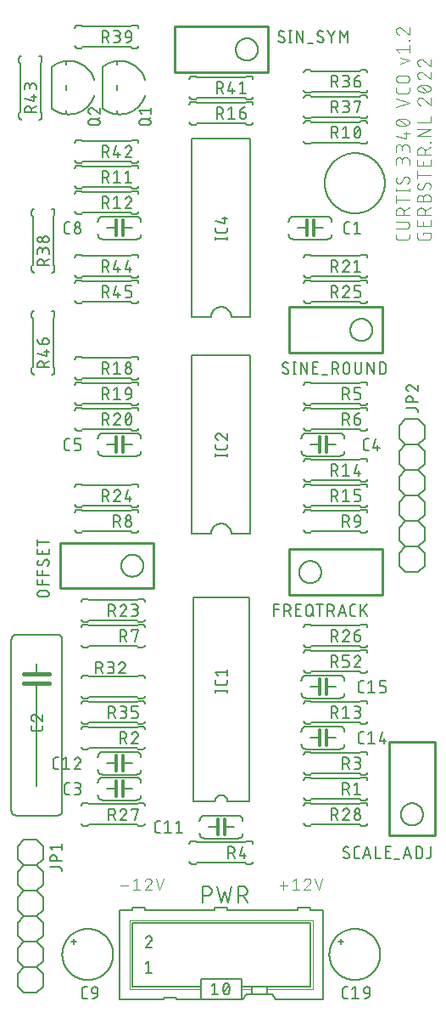
<source format=gbr>
G04 EAGLE Gerber RS-274X export*
G75*
%MOMM*%
%FSLAX34Y34*%
%LPD*%
%INSilkscreen Top*%
%IPPOS*%
%AMOC8*
5,1,8,0,0,1.08239X$1,22.5*%
G01*
%ADD10C,0.101600*%
%ADD11C,0.152400*%
%ADD12C,0.304800*%
%ADD13C,0.127000*%
%ADD14C,0.406400*%
%ADD15C,0.254000*%
%ADD16C,0.050800*%
%ADD17C,0.177800*%


D10*
X403606Y768378D02*
X403606Y765443D01*
X403604Y765336D01*
X403598Y765229D01*
X403588Y765122D01*
X403575Y765016D01*
X403557Y764910D01*
X403536Y764805D01*
X403511Y764701D01*
X403482Y764597D01*
X403449Y764495D01*
X403412Y764395D01*
X403372Y764295D01*
X403328Y764197D01*
X403281Y764101D01*
X403230Y764007D01*
X403176Y763914D01*
X403119Y763824D01*
X403058Y763735D01*
X402994Y763649D01*
X402927Y763566D01*
X402857Y763484D01*
X402784Y763406D01*
X402708Y763330D01*
X402630Y763257D01*
X402548Y763187D01*
X402465Y763120D01*
X402379Y763056D01*
X402290Y762995D01*
X402200Y762938D01*
X402107Y762884D01*
X402013Y762833D01*
X401917Y762786D01*
X401819Y762742D01*
X401719Y762702D01*
X401619Y762665D01*
X401517Y762632D01*
X401413Y762603D01*
X401309Y762578D01*
X401204Y762557D01*
X401098Y762539D01*
X400992Y762526D01*
X400885Y762516D01*
X400778Y762510D01*
X400671Y762508D01*
X393333Y762508D01*
X393226Y762510D01*
X393119Y762516D01*
X393012Y762526D01*
X392906Y762539D01*
X392800Y762557D01*
X392695Y762578D01*
X392591Y762603D01*
X392487Y762632D01*
X392385Y762665D01*
X392285Y762702D01*
X392185Y762742D01*
X392087Y762786D01*
X391991Y762833D01*
X391897Y762884D01*
X391804Y762938D01*
X391714Y762995D01*
X391625Y763056D01*
X391539Y763120D01*
X391456Y763187D01*
X391374Y763257D01*
X391296Y763330D01*
X391220Y763406D01*
X391147Y763484D01*
X391077Y763566D01*
X391010Y763649D01*
X390946Y763735D01*
X390885Y763824D01*
X390828Y763914D01*
X390774Y764007D01*
X390723Y764101D01*
X390676Y764197D01*
X390632Y764295D01*
X390592Y764395D01*
X390555Y764495D01*
X390522Y764597D01*
X390493Y764701D01*
X390468Y764805D01*
X390447Y764910D01*
X390429Y765016D01*
X390416Y765122D01*
X390406Y765229D01*
X390400Y765336D01*
X390398Y765443D01*
X390398Y768378D01*
X390398Y773638D02*
X399937Y773638D01*
X400057Y773640D01*
X400177Y773646D01*
X400297Y773656D01*
X400416Y773669D01*
X400535Y773687D01*
X400653Y773708D01*
X400770Y773734D01*
X400887Y773763D01*
X401002Y773796D01*
X401116Y773833D01*
X401229Y773873D01*
X401341Y773917D01*
X401451Y773965D01*
X401560Y774016D01*
X401667Y774071D01*
X401772Y774130D01*
X401874Y774191D01*
X401975Y774256D01*
X402074Y774325D01*
X402171Y774396D01*
X402265Y774471D01*
X402356Y774548D01*
X402445Y774629D01*
X402531Y774713D01*
X402615Y774799D01*
X402696Y774888D01*
X402773Y774979D01*
X402848Y775073D01*
X402919Y775170D01*
X402988Y775269D01*
X403053Y775370D01*
X403114Y775473D01*
X403173Y775577D01*
X403228Y775684D01*
X403279Y775793D01*
X403327Y775903D01*
X403371Y776015D01*
X403411Y776128D01*
X403448Y776242D01*
X403481Y776357D01*
X403510Y776474D01*
X403536Y776591D01*
X403557Y776709D01*
X403575Y776828D01*
X403588Y776947D01*
X403598Y777067D01*
X403604Y777187D01*
X403606Y777307D01*
X403604Y777427D01*
X403598Y777547D01*
X403588Y777667D01*
X403575Y777786D01*
X403557Y777905D01*
X403536Y778023D01*
X403510Y778140D01*
X403481Y778257D01*
X403448Y778372D01*
X403411Y778486D01*
X403371Y778599D01*
X403327Y778711D01*
X403279Y778821D01*
X403228Y778930D01*
X403173Y779037D01*
X403114Y779142D01*
X403053Y779244D01*
X402988Y779345D01*
X402919Y779444D01*
X402848Y779541D01*
X402773Y779635D01*
X402696Y779726D01*
X402615Y779815D01*
X402531Y779901D01*
X402445Y779985D01*
X402356Y780066D01*
X402265Y780143D01*
X402171Y780218D01*
X402074Y780289D01*
X401975Y780358D01*
X401874Y780423D01*
X401771Y780484D01*
X401667Y780543D01*
X401560Y780598D01*
X401451Y780649D01*
X401341Y780697D01*
X401229Y780741D01*
X401116Y780781D01*
X401002Y780818D01*
X400887Y780851D01*
X400770Y780880D01*
X400653Y780906D01*
X400535Y780927D01*
X400416Y780945D01*
X400297Y780958D01*
X400177Y780968D01*
X400057Y780974D01*
X399937Y780976D01*
X390398Y780976D01*
X390398Y787371D02*
X403606Y787371D01*
X390398Y787371D02*
X390398Y791040D01*
X390400Y791160D01*
X390406Y791280D01*
X390416Y791400D01*
X390429Y791519D01*
X390447Y791638D01*
X390468Y791756D01*
X390494Y791873D01*
X390523Y791990D01*
X390556Y792105D01*
X390593Y792219D01*
X390633Y792332D01*
X390677Y792444D01*
X390725Y792554D01*
X390776Y792663D01*
X390831Y792770D01*
X390890Y792875D01*
X390951Y792977D01*
X391016Y793078D01*
X391085Y793177D01*
X391156Y793274D01*
X391231Y793368D01*
X391308Y793459D01*
X391389Y793548D01*
X391473Y793634D01*
X391559Y793718D01*
X391648Y793799D01*
X391739Y793876D01*
X391833Y793951D01*
X391930Y794022D01*
X392029Y794091D01*
X392130Y794156D01*
X392233Y794217D01*
X392337Y794276D01*
X392444Y794331D01*
X392553Y794382D01*
X392663Y794430D01*
X392775Y794474D01*
X392888Y794514D01*
X393002Y794551D01*
X393117Y794584D01*
X393234Y794613D01*
X393351Y794639D01*
X393469Y794660D01*
X393588Y794678D01*
X393707Y794691D01*
X393827Y794701D01*
X393947Y794707D01*
X394067Y794709D01*
X394187Y794707D01*
X394307Y794701D01*
X394427Y794691D01*
X394546Y794678D01*
X394665Y794660D01*
X394783Y794639D01*
X394900Y794613D01*
X395017Y794584D01*
X395132Y794551D01*
X395246Y794514D01*
X395359Y794474D01*
X395471Y794430D01*
X395581Y794382D01*
X395690Y794331D01*
X395797Y794276D01*
X395902Y794217D01*
X396004Y794156D01*
X396105Y794091D01*
X396204Y794022D01*
X396301Y793951D01*
X396395Y793876D01*
X396486Y793799D01*
X396575Y793718D01*
X396661Y793634D01*
X396745Y793548D01*
X396826Y793459D01*
X396903Y793368D01*
X396978Y793274D01*
X397049Y793177D01*
X397118Y793078D01*
X397183Y792977D01*
X397244Y792875D01*
X397303Y792770D01*
X397358Y792663D01*
X397409Y792554D01*
X397457Y792444D01*
X397501Y792332D01*
X397541Y792219D01*
X397578Y792105D01*
X397611Y791990D01*
X397640Y791873D01*
X397666Y791756D01*
X397687Y791638D01*
X397705Y791519D01*
X397718Y791400D01*
X397728Y791280D01*
X397734Y791160D01*
X397736Y791040D01*
X397736Y787371D01*
X397736Y791774D02*
X403606Y794709D01*
X403606Y802910D02*
X390398Y802910D01*
X390398Y799241D02*
X390398Y806579D01*
X390398Y812298D02*
X403606Y812298D01*
X403606Y813765D02*
X403606Y810830D01*
X390398Y810830D02*
X390398Y813765D01*
X400671Y825781D02*
X400778Y825779D01*
X400885Y825773D01*
X400992Y825763D01*
X401098Y825750D01*
X401204Y825732D01*
X401309Y825711D01*
X401413Y825686D01*
X401517Y825657D01*
X401619Y825624D01*
X401719Y825587D01*
X401819Y825547D01*
X401917Y825503D01*
X402013Y825456D01*
X402107Y825405D01*
X402200Y825351D01*
X402290Y825294D01*
X402379Y825233D01*
X402465Y825169D01*
X402548Y825102D01*
X402630Y825032D01*
X402708Y824959D01*
X402784Y824883D01*
X402857Y824805D01*
X402927Y824723D01*
X402994Y824640D01*
X403058Y824554D01*
X403119Y824465D01*
X403176Y824375D01*
X403230Y824282D01*
X403281Y824188D01*
X403328Y824092D01*
X403372Y823994D01*
X403412Y823894D01*
X403449Y823794D01*
X403482Y823692D01*
X403511Y823588D01*
X403536Y823484D01*
X403557Y823379D01*
X403575Y823273D01*
X403588Y823167D01*
X403598Y823060D01*
X403604Y822953D01*
X403606Y822846D01*
X403604Y822693D01*
X403598Y822540D01*
X403589Y822387D01*
X403576Y822235D01*
X403559Y822083D01*
X403538Y821931D01*
X403514Y821780D01*
X403486Y821630D01*
X403454Y821480D01*
X403418Y821332D01*
X403379Y821184D01*
X403336Y821037D01*
X403290Y820891D01*
X403240Y820747D01*
X403186Y820603D01*
X403129Y820461D01*
X403069Y820321D01*
X403004Y820182D01*
X402937Y820045D01*
X402866Y819909D01*
X402792Y819775D01*
X402715Y819643D01*
X402634Y819513D01*
X402550Y819385D01*
X402463Y819259D01*
X402373Y819136D01*
X402280Y819014D01*
X402184Y818895D01*
X402085Y818779D01*
X401984Y818664D01*
X401879Y818553D01*
X401772Y818444D01*
X393333Y818810D02*
X393226Y818812D01*
X393119Y818818D01*
X393012Y818828D01*
X392906Y818841D01*
X392800Y818859D01*
X392695Y818880D01*
X392591Y818905D01*
X392487Y818934D01*
X392385Y818967D01*
X392285Y819004D01*
X392185Y819044D01*
X392087Y819088D01*
X391991Y819135D01*
X391897Y819186D01*
X391804Y819240D01*
X391714Y819297D01*
X391625Y819358D01*
X391539Y819422D01*
X391456Y819489D01*
X391374Y819559D01*
X391296Y819632D01*
X391220Y819708D01*
X391147Y819786D01*
X391077Y819868D01*
X391010Y819951D01*
X390946Y820037D01*
X390885Y820126D01*
X390828Y820216D01*
X390774Y820309D01*
X390723Y820403D01*
X390676Y820499D01*
X390632Y820597D01*
X390592Y820697D01*
X390555Y820797D01*
X390522Y820899D01*
X390493Y821003D01*
X390468Y821107D01*
X390447Y821212D01*
X390429Y821318D01*
X390416Y821424D01*
X390406Y821531D01*
X390400Y821638D01*
X390398Y821745D01*
X390400Y821893D01*
X390406Y822040D01*
X390416Y822187D01*
X390430Y822334D01*
X390447Y822481D01*
X390469Y822626D01*
X390495Y822772D01*
X390524Y822916D01*
X390557Y823060D01*
X390595Y823203D01*
X390636Y823345D01*
X390680Y823485D01*
X390729Y823625D01*
X390781Y823763D01*
X390837Y823899D01*
X390897Y824034D01*
X390960Y824167D01*
X391027Y824299D01*
X391097Y824429D01*
X391170Y824557D01*
X391248Y824682D01*
X391328Y824806D01*
X391412Y824928D01*
X391499Y825047D01*
X395901Y820278D02*
X395845Y820187D01*
X395786Y820098D01*
X395724Y820011D01*
X395659Y819927D01*
X395591Y819844D01*
X395520Y819765D01*
X395446Y819688D01*
X395369Y819614D01*
X395290Y819542D01*
X395208Y819474D01*
X395124Y819408D01*
X395037Y819345D01*
X394949Y819286D01*
X394858Y819230D01*
X394765Y819177D01*
X394671Y819127D01*
X394575Y819081D01*
X394477Y819038D01*
X394378Y818999D01*
X394277Y818963D01*
X394175Y818931D01*
X394072Y818903D01*
X393968Y818879D01*
X393864Y818858D01*
X393758Y818841D01*
X393653Y818827D01*
X393546Y818818D01*
X393440Y818812D01*
X393333Y818810D01*
X398103Y824313D02*
X398159Y824404D01*
X398218Y824493D01*
X398280Y824580D01*
X398345Y824665D01*
X398413Y824747D01*
X398484Y824826D01*
X398558Y824903D01*
X398635Y824977D01*
X398714Y825049D01*
X398796Y825117D01*
X398880Y825183D01*
X398967Y825246D01*
X399055Y825305D01*
X399146Y825361D01*
X399239Y825414D01*
X399333Y825464D01*
X399429Y825510D01*
X399527Y825553D01*
X399626Y825592D01*
X399727Y825628D01*
X399829Y825660D01*
X399932Y825688D01*
X400036Y825712D01*
X400140Y825733D01*
X400246Y825750D01*
X400351Y825764D01*
X400458Y825773D01*
X400564Y825779D01*
X400671Y825781D01*
X398103Y824314D02*
X395901Y820278D01*
X403606Y837646D02*
X403606Y841315D01*
X403604Y841435D01*
X403598Y841555D01*
X403588Y841675D01*
X403575Y841794D01*
X403557Y841913D01*
X403536Y842031D01*
X403510Y842148D01*
X403481Y842265D01*
X403448Y842380D01*
X403411Y842494D01*
X403371Y842607D01*
X403327Y842719D01*
X403279Y842829D01*
X403228Y842938D01*
X403173Y843045D01*
X403114Y843150D01*
X403053Y843252D01*
X402988Y843353D01*
X402919Y843452D01*
X402848Y843549D01*
X402773Y843643D01*
X402696Y843734D01*
X402615Y843823D01*
X402531Y843909D01*
X402445Y843993D01*
X402356Y844074D01*
X402265Y844151D01*
X402171Y844226D01*
X402074Y844297D01*
X401975Y844366D01*
X401874Y844431D01*
X401772Y844492D01*
X401667Y844551D01*
X401560Y844606D01*
X401451Y844657D01*
X401341Y844705D01*
X401229Y844749D01*
X401116Y844789D01*
X401002Y844826D01*
X400887Y844859D01*
X400770Y844888D01*
X400653Y844914D01*
X400535Y844935D01*
X400416Y844953D01*
X400297Y844966D01*
X400177Y844976D01*
X400057Y844982D01*
X399937Y844984D01*
X399817Y844982D01*
X399697Y844976D01*
X399577Y844966D01*
X399458Y844953D01*
X399339Y844935D01*
X399221Y844914D01*
X399104Y844888D01*
X398987Y844859D01*
X398872Y844826D01*
X398758Y844789D01*
X398645Y844749D01*
X398533Y844705D01*
X398423Y844657D01*
X398314Y844606D01*
X398207Y844551D01*
X398103Y844492D01*
X398000Y844431D01*
X397899Y844366D01*
X397800Y844297D01*
X397703Y844226D01*
X397609Y844151D01*
X397518Y844074D01*
X397429Y843993D01*
X397343Y843909D01*
X397259Y843823D01*
X397178Y843734D01*
X397101Y843643D01*
X397026Y843549D01*
X396955Y843452D01*
X396886Y843353D01*
X396821Y843252D01*
X396760Y843150D01*
X396701Y843045D01*
X396646Y842938D01*
X396595Y842829D01*
X396547Y842719D01*
X396503Y842607D01*
X396463Y842494D01*
X396426Y842380D01*
X396393Y842265D01*
X396364Y842148D01*
X396338Y842031D01*
X396317Y841913D01*
X396299Y841794D01*
X396286Y841675D01*
X396276Y841555D01*
X396270Y841435D01*
X396268Y841315D01*
X390398Y842048D02*
X390398Y837646D01*
X390398Y842048D02*
X390400Y842155D01*
X390406Y842262D01*
X390416Y842369D01*
X390429Y842475D01*
X390447Y842581D01*
X390468Y842686D01*
X390493Y842790D01*
X390522Y842894D01*
X390555Y842996D01*
X390592Y843096D01*
X390632Y843196D01*
X390676Y843294D01*
X390723Y843390D01*
X390774Y843484D01*
X390828Y843577D01*
X390885Y843667D01*
X390946Y843756D01*
X391010Y843842D01*
X391077Y843925D01*
X391147Y844007D01*
X391220Y844085D01*
X391296Y844161D01*
X391374Y844234D01*
X391456Y844304D01*
X391539Y844371D01*
X391625Y844435D01*
X391714Y844496D01*
X391804Y844553D01*
X391897Y844607D01*
X391991Y844658D01*
X392087Y844705D01*
X392185Y844749D01*
X392285Y844789D01*
X392385Y844826D01*
X392487Y844859D01*
X392591Y844888D01*
X392695Y844913D01*
X392800Y844934D01*
X392906Y844952D01*
X393012Y844965D01*
X393119Y844975D01*
X393226Y844981D01*
X393333Y844983D01*
X393440Y844981D01*
X393547Y844975D01*
X393654Y844965D01*
X393760Y844952D01*
X393866Y844934D01*
X393971Y844913D01*
X394075Y844888D01*
X394179Y844859D01*
X394281Y844826D01*
X394381Y844789D01*
X394481Y844749D01*
X394579Y844705D01*
X394675Y844658D01*
X394769Y844607D01*
X394862Y844553D01*
X394952Y844496D01*
X395041Y844435D01*
X395127Y844371D01*
X395210Y844304D01*
X395292Y844234D01*
X395370Y844161D01*
X395446Y844085D01*
X395519Y844007D01*
X395589Y843925D01*
X395656Y843842D01*
X395720Y843756D01*
X395781Y843667D01*
X395838Y843577D01*
X395892Y843484D01*
X395943Y843390D01*
X395990Y843294D01*
X396034Y843196D01*
X396074Y843096D01*
X396111Y842996D01*
X396144Y842894D01*
X396173Y842790D01*
X396198Y842686D01*
X396219Y842581D01*
X396237Y842475D01*
X396250Y842369D01*
X396260Y842262D01*
X396266Y842155D01*
X396268Y842048D01*
X396268Y839113D01*
X403606Y850447D02*
X403606Y854116D01*
X403604Y854236D01*
X403598Y854356D01*
X403588Y854476D01*
X403575Y854595D01*
X403557Y854714D01*
X403536Y854832D01*
X403510Y854949D01*
X403481Y855066D01*
X403448Y855181D01*
X403411Y855295D01*
X403371Y855408D01*
X403327Y855520D01*
X403279Y855630D01*
X403228Y855739D01*
X403173Y855846D01*
X403114Y855951D01*
X403053Y856053D01*
X402988Y856154D01*
X402919Y856253D01*
X402848Y856350D01*
X402773Y856444D01*
X402696Y856535D01*
X402615Y856624D01*
X402531Y856710D01*
X402445Y856794D01*
X402356Y856875D01*
X402265Y856952D01*
X402171Y857027D01*
X402074Y857098D01*
X401975Y857167D01*
X401874Y857232D01*
X401772Y857293D01*
X401667Y857352D01*
X401560Y857407D01*
X401451Y857458D01*
X401341Y857506D01*
X401229Y857550D01*
X401116Y857590D01*
X401002Y857627D01*
X400887Y857660D01*
X400770Y857689D01*
X400653Y857715D01*
X400535Y857736D01*
X400416Y857754D01*
X400297Y857767D01*
X400177Y857777D01*
X400057Y857783D01*
X399937Y857785D01*
X399817Y857783D01*
X399697Y857777D01*
X399577Y857767D01*
X399458Y857754D01*
X399339Y857736D01*
X399221Y857715D01*
X399104Y857689D01*
X398987Y857660D01*
X398872Y857627D01*
X398758Y857590D01*
X398645Y857550D01*
X398533Y857506D01*
X398423Y857458D01*
X398314Y857407D01*
X398207Y857352D01*
X398103Y857293D01*
X398000Y857232D01*
X397899Y857167D01*
X397800Y857098D01*
X397703Y857027D01*
X397609Y856952D01*
X397518Y856875D01*
X397429Y856794D01*
X397343Y856710D01*
X397259Y856624D01*
X397178Y856535D01*
X397101Y856444D01*
X397026Y856350D01*
X396955Y856253D01*
X396886Y856154D01*
X396821Y856053D01*
X396760Y855951D01*
X396701Y855846D01*
X396646Y855739D01*
X396595Y855630D01*
X396547Y855520D01*
X396503Y855408D01*
X396463Y855295D01*
X396426Y855181D01*
X396393Y855066D01*
X396364Y854949D01*
X396338Y854832D01*
X396317Y854714D01*
X396299Y854595D01*
X396286Y854476D01*
X396276Y854356D01*
X396270Y854236D01*
X396268Y854116D01*
X390398Y854850D02*
X390398Y850447D01*
X390398Y854850D02*
X390400Y854957D01*
X390406Y855064D01*
X390416Y855171D01*
X390429Y855277D01*
X390447Y855383D01*
X390468Y855488D01*
X390493Y855592D01*
X390522Y855696D01*
X390555Y855798D01*
X390592Y855898D01*
X390632Y855998D01*
X390676Y856096D01*
X390723Y856192D01*
X390774Y856286D01*
X390828Y856379D01*
X390885Y856469D01*
X390946Y856558D01*
X391010Y856644D01*
X391077Y856727D01*
X391147Y856809D01*
X391220Y856887D01*
X391296Y856963D01*
X391374Y857036D01*
X391456Y857106D01*
X391539Y857173D01*
X391625Y857237D01*
X391714Y857298D01*
X391804Y857355D01*
X391897Y857409D01*
X391991Y857460D01*
X392087Y857507D01*
X392185Y857551D01*
X392285Y857591D01*
X392385Y857628D01*
X392487Y857661D01*
X392591Y857690D01*
X392695Y857715D01*
X392800Y857736D01*
X392906Y857754D01*
X393012Y857767D01*
X393119Y857777D01*
X393226Y857783D01*
X393333Y857785D01*
X393440Y857783D01*
X393547Y857777D01*
X393654Y857767D01*
X393760Y857754D01*
X393866Y857736D01*
X393971Y857715D01*
X394075Y857690D01*
X394179Y857661D01*
X394281Y857628D01*
X394381Y857591D01*
X394481Y857551D01*
X394579Y857507D01*
X394675Y857460D01*
X394769Y857409D01*
X394862Y857355D01*
X394952Y857298D01*
X395041Y857237D01*
X395127Y857173D01*
X395210Y857106D01*
X395292Y857036D01*
X395370Y856963D01*
X395446Y856887D01*
X395519Y856809D01*
X395589Y856727D01*
X395656Y856644D01*
X395720Y856558D01*
X395781Y856469D01*
X395838Y856379D01*
X395892Y856286D01*
X395943Y856192D01*
X395990Y856096D01*
X396034Y855998D01*
X396074Y855898D01*
X396111Y855798D01*
X396144Y855696D01*
X396173Y855592D01*
X396198Y855488D01*
X396219Y855383D01*
X396237Y855277D01*
X396250Y855171D01*
X396260Y855064D01*
X396266Y854957D01*
X396268Y854850D01*
X396268Y851915D01*
X400671Y863249D02*
X390398Y866184D01*
X400671Y863249D02*
X400671Y870587D01*
X397736Y868385D02*
X403606Y868385D01*
X397002Y876051D02*
X396742Y876054D01*
X396483Y876063D01*
X396223Y876079D01*
X395964Y876101D01*
X395706Y876128D01*
X395448Y876162D01*
X395192Y876203D01*
X394936Y876249D01*
X394681Y876301D01*
X394428Y876360D01*
X394177Y876424D01*
X393926Y876495D01*
X393678Y876571D01*
X393432Y876653D01*
X393187Y876741D01*
X392945Y876835D01*
X392705Y876935D01*
X392468Y877041D01*
X392233Y877152D01*
X392232Y877151D02*
X392137Y877186D01*
X392042Y877224D01*
X391949Y877266D01*
X391858Y877312D01*
X391768Y877361D01*
X391680Y877413D01*
X391595Y877468D01*
X391511Y877527D01*
X391430Y877589D01*
X391351Y877653D01*
X391275Y877721D01*
X391201Y877792D01*
X391130Y877865D01*
X391062Y877941D01*
X390996Y878019D01*
X390934Y878100D01*
X390874Y878183D01*
X390818Y878268D01*
X390765Y878355D01*
X390716Y878444D01*
X390670Y878535D01*
X390627Y878628D01*
X390588Y878722D01*
X390552Y878818D01*
X390520Y878915D01*
X390491Y879013D01*
X390467Y879112D01*
X390446Y879212D01*
X390429Y879312D01*
X390415Y879413D01*
X390406Y879515D01*
X390400Y879617D01*
X390398Y879719D01*
X390400Y879821D01*
X390406Y879923D01*
X390415Y880025D01*
X390429Y880126D01*
X390446Y880226D01*
X390467Y880326D01*
X390491Y880425D01*
X390520Y880523D01*
X390552Y880620D01*
X390588Y880716D01*
X390627Y880810D01*
X390670Y880903D01*
X390716Y880994D01*
X390765Y881083D01*
X390818Y881170D01*
X390874Y881255D01*
X390934Y881338D01*
X390996Y881419D01*
X391062Y881497D01*
X391130Y881573D01*
X391201Y881647D01*
X391275Y881717D01*
X391351Y881785D01*
X391430Y881849D01*
X391511Y881911D01*
X391595Y881970D01*
X391680Y882025D01*
X391768Y882078D01*
X391858Y882126D01*
X391949Y882172D01*
X392042Y882214D01*
X392137Y882252D01*
X392233Y882287D01*
X392468Y882398D01*
X392705Y882504D01*
X392945Y882604D01*
X393187Y882698D01*
X393432Y882786D01*
X393678Y882868D01*
X393926Y882944D01*
X394177Y883015D01*
X394428Y883079D01*
X394681Y883138D01*
X394936Y883190D01*
X395192Y883236D01*
X395448Y883277D01*
X395706Y883311D01*
X395964Y883338D01*
X396223Y883360D01*
X396483Y883376D01*
X396742Y883385D01*
X397002Y883388D01*
X397002Y876051D02*
X397262Y876054D01*
X397521Y876063D01*
X397781Y876079D01*
X398040Y876101D01*
X398298Y876128D01*
X398556Y876162D01*
X398812Y876203D01*
X399068Y876249D01*
X399323Y876301D01*
X399576Y876360D01*
X399827Y876424D01*
X400078Y876495D01*
X400326Y876571D01*
X400572Y876653D01*
X400817Y876741D01*
X401059Y876835D01*
X401299Y876935D01*
X401536Y877041D01*
X401771Y877152D01*
X401772Y877151D02*
X401867Y877186D01*
X401962Y877224D01*
X402055Y877266D01*
X402146Y877312D01*
X402236Y877361D01*
X402324Y877413D01*
X402409Y877468D01*
X402493Y877527D01*
X402574Y877589D01*
X402653Y877653D01*
X402729Y877721D01*
X402803Y877792D01*
X402874Y877865D01*
X402942Y877941D01*
X403008Y878019D01*
X403070Y878100D01*
X403130Y878183D01*
X403186Y878268D01*
X403239Y878355D01*
X403288Y878444D01*
X403334Y878535D01*
X403377Y878628D01*
X403416Y878722D01*
X403452Y878818D01*
X403484Y878915D01*
X403513Y879013D01*
X403537Y879112D01*
X403558Y879212D01*
X403575Y879312D01*
X403589Y879413D01*
X403598Y879515D01*
X403604Y879617D01*
X403606Y879719D01*
X401772Y882288D02*
X401537Y882399D01*
X401299Y882505D01*
X401059Y882605D01*
X400817Y882699D01*
X400573Y882787D01*
X400326Y882869D01*
X400078Y882945D01*
X399828Y883016D01*
X399576Y883080D01*
X399323Y883139D01*
X399068Y883191D01*
X398813Y883237D01*
X398556Y883278D01*
X398298Y883312D01*
X398040Y883339D01*
X397781Y883361D01*
X397522Y883377D01*
X397262Y883386D01*
X397002Y883389D01*
X401772Y882287D02*
X401867Y882252D01*
X401962Y882214D01*
X402055Y882172D01*
X402146Y882126D01*
X402236Y882077D01*
X402324Y882025D01*
X402409Y881970D01*
X402493Y881911D01*
X402574Y881849D01*
X402653Y881785D01*
X402729Y881717D01*
X402803Y881646D01*
X402874Y881573D01*
X402942Y881497D01*
X403008Y881419D01*
X403070Y881338D01*
X403130Y881255D01*
X403186Y881170D01*
X403239Y881083D01*
X403288Y880994D01*
X403334Y880903D01*
X403377Y880810D01*
X403416Y880716D01*
X403452Y880620D01*
X403484Y880523D01*
X403513Y880425D01*
X403537Y880326D01*
X403558Y880226D01*
X403575Y880126D01*
X403589Y880025D01*
X403598Y879923D01*
X403604Y879821D01*
X403606Y879719D01*
X400671Y876784D02*
X393333Y882654D01*
X390398Y894946D02*
X403606Y899348D01*
X390398Y903751D01*
X403606Y911381D02*
X403606Y914316D01*
X403606Y911381D02*
X403604Y911274D01*
X403598Y911167D01*
X403588Y911060D01*
X403575Y910954D01*
X403557Y910848D01*
X403536Y910743D01*
X403511Y910639D01*
X403482Y910535D01*
X403449Y910433D01*
X403412Y910333D01*
X403372Y910233D01*
X403328Y910135D01*
X403281Y910039D01*
X403230Y909945D01*
X403176Y909852D01*
X403119Y909762D01*
X403058Y909673D01*
X402994Y909587D01*
X402927Y909504D01*
X402857Y909422D01*
X402784Y909344D01*
X402708Y909268D01*
X402630Y909195D01*
X402548Y909125D01*
X402465Y909058D01*
X402379Y908994D01*
X402290Y908933D01*
X402200Y908876D01*
X402107Y908822D01*
X402013Y908771D01*
X401917Y908724D01*
X401819Y908680D01*
X401719Y908640D01*
X401619Y908603D01*
X401517Y908570D01*
X401413Y908541D01*
X401309Y908516D01*
X401204Y908495D01*
X401098Y908477D01*
X400992Y908464D01*
X400885Y908454D01*
X400778Y908448D01*
X400671Y908446D01*
X393333Y908446D01*
X393226Y908448D01*
X393119Y908454D01*
X393012Y908464D01*
X392906Y908477D01*
X392800Y908495D01*
X392695Y908516D01*
X392591Y908541D01*
X392487Y908570D01*
X392385Y908603D01*
X392285Y908640D01*
X392185Y908680D01*
X392087Y908724D01*
X391991Y908771D01*
X391897Y908822D01*
X391804Y908876D01*
X391714Y908933D01*
X391625Y908994D01*
X391539Y909058D01*
X391456Y909125D01*
X391374Y909195D01*
X391296Y909268D01*
X391220Y909344D01*
X391147Y909422D01*
X391077Y909504D01*
X391010Y909587D01*
X390946Y909673D01*
X390885Y909762D01*
X390828Y909852D01*
X390774Y909945D01*
X390723Y910039D01*
X390676Y910135D01*
X390632Y910233D01*
X390592Y910333D01*
X390555Y910433D01*
X390522Y910535D01*
X390493Y910639D01*
X390468Y910743D01*
X390447Y910848D01*
X390429Y910954D01*
X390416Y911060D01*
X390406Y911167D01*
X390400Y911274D01*
X390398Y911381D01*
X390398Y914316D01*
X394067Y919149D02*
X399937Y919149D01*
X394067Y919149D02*
X393947Y919151D01*
X393827Y919157D01*
X393707Y919167D01*
X393588Y919180D01*
X393469Y919198D01*
X393351Y919219D01*
X393234Y919245D01*
X393117Y919274D01*
X393002Y919307D01*
X392888Y919344D01*
X392775Y919384D01*
X392663Y919428D01*
X392553Y919476D01*
X392444Y919527D01*
X392337Y919582D01*
X392233Y919641D01*
X392130Y919702D01*
X392029Y919767D01*
X391930Y919836D01*
X391833Y919907D01*
X391739Y919982D01*
X391648Y920059D01*
X391559Y920140D01*
X391473Y920224D01*
X391389Y920310D01*
X391308Y920399D01*
X391231Y920490D01*
X391156Y920584D01*
X391085Y920681D01*
X391016Y920780D01*
X390951Y920881D01*
X390890Y920984D01*
X390831Y921088D01*
X390776Y921195D01*
X390725Y921304D01*
X390677Y921414D01*
X390633Y921526D01*
X390593Y921639D01*
X390556Y921753D01*
X390523Y921868D01*
X390494Y921985D01*
X390468Y922102D01*
X390447Y922220D01*
X390429Y922339D01*
X390416Y922458D01*
X390406Y922578D01*
X390400Y922698D01*
X390398Y922818D01*
X390400Y922938D01*
X390406Y923058D01*
X390416Y923178D01*
X390429Y923297D01*
X390447Y923416D01*
X390468Y923534D01*
X390494Y923651D01*
X390523Y923768D01*
X390556Y923883D01*
X390593Y923997D01*
X390633Y924110D01*
X390677Y924222D01*
X390725Y924332D01*
X390776Y924441D01*
X390831Y924548D01*
X390890Y924653D01*
X390951Y924755D01*
X391016Y924856D01*
X391085Y924955D01*
X391156Y925052D01*
X391231Y925146D01*
X391308Y925237D01*
X391389Y925326D01*
X391473Y925412D01*
X391559Y925496D01*
X391648Y925577D01*
X391739Y925654D01*
X391833Y925729D01*
X391930Y925800D01*
X392029Y925869D01*
X392130Y925934D01*
X392233Y925995D01*
X392337Y926054D01*
X392444Y926109D01*
X392553Y926160D01*
X392663Y926208D01*
X392775Y926252D01*
X392888Y926292D01*
X393002Y926329D01*
X393117Y926362D01*
X393234Y926391D01*
X393351Y926417D01*
X393469Y926438D01*
X393588Y926456D01*
X393707Y926469D01*
X393827Y926479D01*
X393947Y926485D01*
X394067Y926487D01*
X399937Y926487D01*
X400057Y926485D01*
X400177Y926479D01*
X400297Y926469D01*
X400416Y926456D01*
X400535Y926438D01*
X400653Y926417D01*
X400770Y926391D01*
X400887Y926362D01*
X401002Y926329D01*
X401116Y926292D01*
X401229Y926252D01*
X401341Y926208D01*
X401451Y926160D01*
X401560Y926109D01*
X401667Y926054D01*
X401771Y925995D01*
X401874Y925934D01*
X401975Y925869D01*
X402074Y925800D01*
X402171Y925729D01*
X402265Y925654D01*
X402356Y925577D01*
X402445Y925496D01*
X402531Y925412D01*
X402615Y925326D01*
X402696Y925237D01*
X402773Y925146D01*
X402848Y925052D01*
X402919Y924955D01*
X402988Y924856D01*
X403053Y924755D01*
X403114Y924653D01*
X403173Y924548D01*
X403228Y924441D01*
X403279Y924332D01*
X403327Y924222D01*
X403371Y924110D01*
X403411Y923997D01*
X403448Y923883D01*
X403481Y923768D01*
X403510Y923651D01*
X403536Y923534D01*
X403557Y923416D01*
X403575Y923297D01*
X403588Y923178D01*
X403598Y923058D01*
X403604Y922938D01*
X403606Y922818D01*
X403604Y922698D01*
X403598Y922578D01*
X403588Y922458D01*
X403575Y922339D01*
X403557Y922220D01*
X403536Y922102D01*
X403510Y921985D01*
X403481Y921868D01*
X403448Y921753D01*
X403411Y921639D01*
X403371Y921526D01*
X403327Y921414D01*
X403279Y921304D01*
X403228Y921195D01*
X403173Y921088D01*
X403114Y920984D01*
X403053Y920881D01*
X402988Y920780D01*
X402919Y920681D01*
X402848Y920584D01*
X402773Y920490D01*
X402696Y920399D01*
X402615Y920310D01*
X402531Y920224D01*
X402445Y920140D01*
X402356Y920059D01*
X402265Y919982D01*
X402171Y919907D01*
X402074Y919836D01*
X401975Y919767D01*
X401874Y919702D01*
X401772Y919641D01*
X401667Y919582D01*
X401560Y919527D01*
X401451Y919476D01*
X401341Y919428D01*
X401229Y919384D01*
X401116Y919344D01*
X401002Y919307D01*
X400887Y919274D01*
X400770Y919245D01*
X400653Y919219D01*
X400535Y919198D01*
X400416Y919180D01*
X400297Y919167D01*
X400177Y919157D01*
X400057Y919151D01*
X399937Y919149D01*
X394801Y938232D02*
X403606Y941167D01*
X394801Y944102D01*
X393333Y949019D02*
X390398Y952688D01*
X403606Y952688D01*
X403606Y949019D02*
X403606Y956357D01*
X403606Y961283D02*
X402872Y961283D01*
X402872Y962016D01*
X403606Y962016D01*
X403606Y961283D01*
X393700Y974279D02*
X393587Y974277D01*
X393475Y974271D01*
X393362Y974262D01*
X393250Y974248D01*
X393139Y974231D01*
X393028Y974210D01*
X392918Y974185D01*
X392809Y974157D01*
X392701Y974124D01*
X392594Y974088D01*
X392489Y974049D01*
X392384Y974006D01*
X392282Y973959D01*
X392181Y973909D01*
X392082Y973855D01*
X391984Y973798D01*
X391889Y973738D01*
X391796Y973675D01*
X391705Y973608D01*
X391616Y973538D01*
X391530Y973466D01*
X391446Y973390D01*
X391365Y973312D01*
X391287Y973231D01*
X391211Y973147D01*
X391139Y973061D01*
X391069Y972972D01*
X391002Y972881D01*
X390939Y972788D01*
X390879Y972693D01*
X390822Y972595D01*
X390768Y972496D01*
X390718Y972395D01*
X390671Y972293D01*
X390628Y972188D01*
X390589Y972083D01*
X390553Y971976D01*
X390520Y971868D01*
X390492Y971759D01*
X390467Y971649D01*
X390446Y971538D01*
X390429Y971427D01*
X390415Y971315D01*
X390406Y971202D01*
X390400Y971090D01*
X390398Y970977D01*
X390400Y970850D01*
X390406Y970723D01*
X390415Y970596D01*
X390428Y970470D01*
X390445Y970344D01*
X390466Y970219D01*
X390491Y970094D01*
X390519Y969971D01*
X390551Y969848D01*
X390587Y969726D01*
X390626Y969605D01*
X390669Y969485D01*
X390715Y969367D01*
X390765Y969250D01*
X390819Y969135D01*
X390876Y969022D01*
X390936Y968910D01*
X390999Y968800D01*
X391066Y968692D01*
X391136Y968586D01*
X391209Y968482D01*
X391286Y968380D01*
X391365Y968281D01*
X391447Y968184D01*
X391532Y968090D01*
X391620Y967998D01*
X391710Y967909D01*
X391804Y967823D01*
X391899Y967739D01*
X391997Y967659D01*
X392098Y967581D01*
X392201Y967506D01*
X392306Y967435D01*
X392413Y967367D01*
X392522Y967302D01*
X392633Y967240D01*
X392746Y967181D01*
X392860Y967126D01*
X392976Y967075D01*
X393094Y967027D01*
X393213Y966982D01*
X393333Y966941D01*
X396268Y973179D02*
X396188Y973261D01*
X396105Y973340D01*
X396019Y973417D01*
X395931Y973491D01*
X395840Y973561D01*
X395748Y973629D01*
X395653Y973694D01*
X395556Y973756D01*
X395457Y973814D01*
X395356Y973870D01*
X395254Y973922D01*
X395150Y973970D01*
X395044Y974015D01*
X394937Y974057D01*
X394829Y974096D01*
X394719Y974130D01*
X394609Y974162D01*
X394497Y974189D01*
X394385Y974213D01*
X394272Y974234D01*
X394158Y974250D01*
X394044Y974263D01*
X393930Y974273D01*
X393815Y974278D01*
X393700Y974280D01*
X396268Y973179D02*
X403606Y966942D01*
X403606Y974279D01*
X417604Y769846D02*
X417604Y767644D01*
X417604Y769846D02*
X424942Y769846D01*
X424942Y765443D01*
X424940Y765336D01*
X424934Y765229D01*
X424924Y765122D01*
X424911Y765016D01*
X424893Y764910D01*
X424872Y764805D01*
X424847Y764701D01*
X424818Y764597D01*
X424785Y764495D01*
X424748Y764395D01*
X424708Y764295D01*
X424664Y764197D01*
X424617Y764101D01*
X424566Y764007D01*
X424512Y763914D01*
X424455Y763824D01*
X424394Y763735D01*
X424330Y763649D01*
X424263Y763566D01*
X424193Y763484D01*
X424120Y763406D01*
X424044Y763330D01*
X423966Y763257D01*
X423884Y763187D01*
X423801Y763120D01*
X423715Y763056D01*
X423626Y762995D01*
X423536Y762938D01*
X423443Y762884D01*
X423349Y762833D01*
X423253Y762786D01*
X423155Y762742D01*
X423055Y762702D01*
X422955Y762665D01*
X422853Y762632D01*
X422749Y762603D01*
X422645Y762578D01*
X422540Y762557D01*
X422434Y762539D01*
X422328Y762526D01*
X422221Y762516D01*
X422114Y762510D01*
X422007Y762508D01*
X414669Y762508D01*
X414562Y762510D01*
X414455Y762516D01*
X414348Y762526D01*
X414242Y762539D01*
X414136Y762557D01*
X414031Y762578D01*
X413927Y762603D01*
X413823Y762632D01*
X413721Y762665D01*
X413621Y762702D01*
X413521Y762742D01*
X413423Y762786D01*
X413327Y762833D01*
X413233Y762884D01*
X413140Y762938D01*
X413050Y762995D01*
X412961Y763056D01*
X412875Y763120D01*
X412792Y763187D01*
X412710Y763257D01*
X412632Y763330D01*
X412556Y763406D01*
X412483Y763484D01*
X412413Y763566D01*
X412346Y763649D01*
X412282Y763735D01*
X412221Y763824D01*
X412164Y763914D01*
X412110Y764007D01*
X412059Y764101D01*
X412012Y764197D01*
X411968Y764295D01*
X411928Y764395D01*
X411891Y764495D01*
X411858Y764597D01*
X411829Y764701D01*
X411804Y764805D01*
X411783Y764910D01*
X411765Y765016D01*
X411752Y765122D01*
X411742Y765229D01*
X411736Y765336D01*
X411734Y765443D01*
X411734Y769846D01*
X424942Y776187D02*
X424942Y782057D01*
X424942Y776187D02*
X411734Y776187D01*
X411734Y782057D01*
X417604Y780590D02*
X417604Y776187D01*
X411734Y787336D02*
X424942Y787336D01*
X411734Y787336D02*
X411734Y791005D01*
X411736Y791125D01*
X411742Y791245D01*
X411752Y791365D01*
X411765Y791484D01*
X411783Y791603D01*
X411804Y791721D01*
X411830Y791838D01*
X411859Y791955D01*
X411892Y792070D01*
X411929Y792184D01*
X411969Y792297D01*
X412013Y792409D01*
X412061Y792519D01*
X412112Y792628D01*
X412167Y792735D01*
X412226Y792840D01*
X412287Y792942D01*
X412352Y793043D01*
X412421Y793142D01*
X412492Y793239D01*
X412567Y793333D01*
X412644Y793424D01*
X412725Y793513D01*
X412809Y793599D01*
X412895Y793683D01*
X412984Y793764D01*
X413075Y793841D01*
X413169Y793916D01*
X413266Y793987D01*
X413365Y794056D01*
X413466Y794121D01*
X413569Y794182D01*
X413673Y794241D01*
X413780Y794296D01*
X413889Y794347D01*
X413999Y794395D01*
X414111Y794439D01*
X414224Y794479D01*
X414338Y794516D01*
X414453Y794549D01*
X414570Y794578D01*
X414687Y794604D01*
X414805Y794625D01*
X414924Y794643D01*
X415043Y794656D01*
X415163Y794666D01*
X415283Y794672D01*
X415403Y794674D01*
X415523Y794672D01*
X415643Y794666D01*
X415763Y794656D01*
X415882Y794643D01*
X416001Y794625D01*
X416119Y794604D01*
X416236Y794578D01*
X416353Y794549D01*
X416468Y794516D01*
X416582Y794479D01*
X416695Y794439D01*
X416807Y794395D01*
X416917Y794347D01*
X417026Y794296D01*
X417133Y794241D01*
X417238Y794182D01*
X417340Y794121D01*
X417441Y794056D01*
X417540Y793987D01*
X417637Y793916D01*
X417731Y793841D01*
X417822Y793764D01*
X417911Y793683D01*
X417997Y793599D01*
X418081Y793513D01*
X418162Y793424D01*
X418239Y793333D01*
X418314Y793239D01*
X418385Y793142D01*
X418454Y793043D01*
X418519Y792942D01*
X418580Y792840D01*
X418639Y792735D01*
X418694Y792628D01*
X418745Y792519D01*
X418793Y792409D01*
X418837Y792297D01*
X418877Y792184D01*
X418914Y792070D01*
X418947Y791955D01*
X418976Y791838D01*
X419002Y791721D01*
X419023Y791603D01*
X419041Y791484D01*
X419054Y791365D01*
X419064Y791245D01*
X419070Y791125D01*
X419072Y791005D01*
X419072Y787336D01*
X419072Y791738D02*
X424942Y794674D01*
X417604Y800666D02*
X417604Y804334D01*
X417606Y804454D01*
X417612Y804574D01*
X417622Y804694D01*
X417635Y804813D01*
X417653Y804932D01*
X417674Y805050D01*
X417700Y805167D01*
X417729Y805284D01*
X417762Y805399D01*
X417799Y805513D01*
X417839Y805626D01*
X417883Y805738D01*
X417931Y805848D01*
X417982Y805957D01*
X418037Y806064D01*
X418096Y806169D01*
X418157Y806271D01*
X418222Y806372D01*
X418291Y806471D01*
X418362Y806568D01*
X418437Y806662D01*
X418514Y806753D01*
X418595Y806842D01*
X418679Y806928D01*
X418765Y807012D01*
X418854Y807093D01*
X418945Y807170D01*
X419039Y807245D01*
X419136Y807316D01*
X419235Y807385D01*
X419336Y807450D01*
X419439Y807511D01*
X419543Y807570D01*
X419650Y807625D01*
X419759Y807676D01*
X419869Y807724D01*
X419981Y807768D01*
X420094Y807808D01*
X420208Y807845D01*
X420323Y807878D01*
X420440Y807907D01*
X420557Y807933D01*
X420675Y807954D01*
X420794Y807972D01*
X420913Y807985D01*
X421033Y807995D01*
X421153Y808001D01*
X421273Y808003D01*
X421393Y808001D01*
X421513Y807995D01*
X421633Y807985D01*
X421752Y807972D01*
X421871Y807954D01*
X421989Y807933D01*
X422106Y807907D01*
X422223Y807878D01*
X422338Y807845D01*
X422452Y807808D01*
X422565Y807768D01*
X422677Y807724D01*
X422787Y807676D01*
X422896Y807625D01*
X423003Y807570D01*
X423108Y807511D01*
X423210Y807450D01*
X423311Y807385D01*
X423410Y807316D01*
X423507Y807245D01*
X423601Y807170D01*
X423692Y807093D01*
X423781Y807012D01*
X423867Y806928D01*
X423951Y806842D01*
X424032Y806753D01*
X424109Y806662D01*
X424184Y806568D01*
X424255Y806471D01*
X424324Y806372D01*
X424389Y806271D01*
X424450Y806169D01*
X424509Y806064D01*
X424564Y805957D01*
X424615Y805848D01*
X424663Y805738D01*
X424707Y805626D01*
X424747Y805513D01*
X424784Y805399D01*
X424817Y805284D01*
X424846Y805167D01*
X424872Y805050D01*
X424893Y804932D01*
X424911Y804813D01*
X424924Y804694D01*
X424934Y804574D01*
X424940Y804454D01*
X424942Y804334D01*
X424942Y800666D01*
X411734Y800666D01*
X411734Y804334D01*
X411736Y804441D01*
X411742Y804548D01*
X411752Y804655D01*
X411765Y804761D01*
X411783Y804867D01*
X411804Y804972D01*
X411829Y805076D01*
X411858Y805180D01*
X411891Y805282D01*
X411928Y805382D01*
X411968Y805482D01*
X412012Y805580D01*
X412059Y805676D01*
X412110Y805770D01*
X412164Y805863D01*
X412221Y805953D01*
X412282Y806042D01*
X412346Y806128D01*
X412413Y806211D01*
X412483Y806293D01*
X412556Y806371D01*
X412632Y806447D01*
X412710Y806520D01*
X412792Y806590D01*
X412875Y806657D01*
X412961Y806721D01*
X413050Y806782D01*
X413140Y806839D01*
X413233Y806893D01*
X413327Y806944D01*
X413423Y806991D01*
X413521Y807035D01*
X413621Y807075D01*
X413721Y807112D01*
X413823Y807145D01*
X413927Y807174D01*
X414031Y807199D01*
X414136Y807220D01*
X414242Y807238D01*
X414348Y807251D01*
X414455Y807261D01*
X414562Y807267D01*
X414669Y807269D01*
X414776Y807267D01*
X414883Y807261D01*
X414990Y807251D01*
X415096Y807238D01*
X415202Y807220D01*
X415307Y807199D01*
X415411Y807174D01*
X415515Y807145D01*
X415617Y807112D01*
X415717Y807075D01*
X415817Y807035D01*
X415915Y806991D01*
X416011Y806944D01*
X416105Y806893D01*
X416198Y806839D01*
X416288Y806782D01*
X416377Y806721D01*
X416463Y806657D01*
X416546Y806590D01*
X416628Y806520D01*
X416706Y806447D01*
X416782Y806371D01*
X416855Y806293D01*
X416925Y806211D01*
X416992Y806128D01*
X417056Y806042D01*
X417117Y805953D01*
X417174Y805863D01*
X417228Y805770D01*
X417279Y805676D01*
X417326Y805580D01*
X417370Y805482D01*
X417410Y805382D01*
X417447Y805282D01*
X417480Y805180D01*
X417509Y805076D01*
X417534Y804972D01*
X417555Y804867D01*
X417573Y804761D01*
X417586Y804655D01*
X417596Y804548D01*
X417602Y804441D01*
X417604Y804334D01*
X424942Y816837D02*
X424940Y816944D01*
X424934Y817051D01*
X424924Y817158D01*
X424911Y817264D01*
X424893Y817370D01*
X424872Y817475D01*
X424847Y817579D01*
X424818Y817683D01*
X424785Y817785D01*
X424748Y817885D01*
X424708Y817985D01*
X424664Y818083D01*
X424617Y818179D01*
X424566Y818273D01*
X424512Y818366D01*
X424455Y818456D01*
X424394Y818545D01*
X424330Y818631D01*
X424263Y818714D01*
X424193Y818796D01*
X424120Y818874D01*
X424044Y818950D01*
X423966Y819023D01*
X423884Y819093D01*
X423801Y819160D01*
X423715Y819224D01*
X423626Y819285D01*
X423536Y819342D01*
X423443Y819396D01*
X423349Y819447D01*
X423253Y819494D01*
X423155Y819538D01*
X423055Y819578D01*
X422955Y819615D01*
X422853Y819648D01*
X422749Y819677D01*
X422645Y819702D01*
X422540Y819723D01*
X422434Y819741D01*
X422328Y819754D01*
X422221Y819764D01*
X422114Y819770D01*
X422007Y819772D01*
X424942Y816837D02*
X424940Y816684D01*
X424934Y816531D01*
X424925Y816378D01*
X424912Y816226D01*
X424895Y816074D01*
X424874Y815922D01*
X424850Y815771D01*
X424822Y815621D01*
X424790Y815471D01*
X424754Y815323D01*
X424715Y815175D01*
X424672Y815028D01*
X424626Y814882D01*
X424576Y814738D01*
X424522Y814594D01*
X424465Y814452D01*
X424405Y814312D01*
X424340Y814173D01*
X424273Y814036D01*
X424202Y813900D01*
X424128Y813766D01*
X424051Y813634D01*
X423970Y813504D01*
X423886Y813376D01*
X423799Y813250D01*
X423709Y813127D01*
X423616Y813005D01*
X423520Y812886D01*
X423421Y812770D01*
X423320Y812655D01*
X423215Y812544D01*
X423108Y812435D01*
X414669Y812801D02*
X414562Y812803D01*
X414455Y812809D01*
X414348Y812819D01*
X414242Y812832D01*
X414136Y812850D01*
X414031Y812871D01*
X413927Y812896D01*
X413823Y812925D01*
X413721Y812958D01*
X413621Y812995D01*
X413521Y813035D01*
X413423Y813079D01*
X413327Y813126D01*
X413233Y813177D01*
X413140Y813231D01*
X413050Y813288D01*
X412961Y813349D01*
X412875Y813413D01*
X412792Y813480D01*
X412710Y813550D01*
X412632Y813623D01*
X412556Y813699D01*
X412483Y813777D01*
X412413Y813859D01*
X412346Y813942D01*
X412282Y814028D01*
X412221Y814117D01*
X412164Y814207D01*
X412110Y814300D01*
X412059Y814394D01*
X412012Y814490D01*
X411968Y814588D01*
X411928Y814688D01*
X411891Y814788D01*
X411858Y814890D01*
X411829Y814994D01*
X411804Y815098D01*
X411783Y815203D01*
X411765Y815309D01*
X411752Y815415D01*
X411742Y815522D01*
X411736Y815629D01*
X411734Y815736D01*
X411736Y815884D01*
X411742Y816031D01*
X411752Y816178D01*
X411766Y816325D01*
X411783Y816472D01*
X411805Y816617D01*
X411831Y816763D01*
X411860Y816907D01*
X411893Y817051D01*
X411931Y817194D01*
X411972Y817336D01*
X412016Y817476D01*
X412065Y817616D01*
X412117Y817754D01*
X412173Y817890D01*
X412233Y818025D01*
X412296Y818158D01*
X412363Y818290D01*
X412433Y818420D01*
X412506Y818548D01*
X412584Y818673D01*
X412664Y818797D01*
X412748Y818919D01*
X412835Y819038D01*
X417237Y814269D02*
X417181Y814178D01*
X417122Y814089D01*
X417060Y814002D01*
X416995Y813918D01*
X416927Y813835D01*
X416856Y813756D01*
X416782Y813679D01*
X416705Y813605D01*
X416626Y813533D01*
X416544Y813465D01*
X416460Y813399D01*
X416373Y813336D01*
X416285Y813277D01*
X416194Y813221D01*
X416101Y813168D01*
X416007Y813118D01*
X415911Y813072D01*
X415813Y813029D01*
X415714Y812990D01*
X415613Y812954D01*
X415511Y812922D01*
X415408Y812894D01*
X415304Y812870D01*
X415200Y812849D01*
X415094Y812832D01*
X414989Y812818D01*
X414882Y812809D01*
X414776Y812803D01*
X414669Y812801D01*
X419439Y818304D02*
X419495Y818395D01*
X419554Y818484D01*
X419616Y818571D01*
X419681Y818656D01*
X419749Y818738D01*
X419820Y818817D01*
X419894Y818894D01*
X419971Y818968D01*
X420050Y819040D01*
X420132Y819108D01*
X420216Y819174D01*
X420303Y819237D01*
X420391Y819296D01*
X420482Y819352D01*
X420575Y819405D01*
X420669Y819455D01*
X420765Y819501D01*
X420863Y819544D01*
X420962Y819583D01*
X421063Y819619D01*
X421165Y819651D01*
X421268Y819679D01*
X421372Y819703D01*
X421476Y819724D01*
X421582Y819741D01*
X421687Y819755D01*
X421794Y819764D01*
X421900Y819770D01*
X422007Y819772D01*
X419439Y818304D02*
X417237Y814269D01*
X411734Y827624D02*
X424942Y827624D01*
X411734Y823956D02*
X411734Y831293D01*
X424942Y836354D02*
X424942Y842225D01*
X424942Y836354D02*
X411734Y836354D01*
X411734Y842225D01*
X417604Y840757D02*
X417604Y836354D01*
X411734Y847503D02*
X424942Y847503D01*
X411734Y847503D02*
X411734Y851172D01*
X411736Y851292D01*
X411742Y851412D01*
X411752Y851532D01*
X411765Y851651D01*
X411783Y851770D01*
X411804Y851888D01*
X411830Y852005D01*
X411859Y852122D01*
X411892Y852237D01*
X411929Y852351D01*
X411969Y852464D01*
X412013Y852576D01*
X412061Y852686D01*
X412112Y852795D01*
X412167Y852902D01*
X412226Y853007D01*
X412287Y853109D01*
X412352Y853210D01*
X412421Y853309D01*
X412492Y853406D01*
X412567Y853500D01*
X412644Y853591D01*
X412725Y853680D01*
X412809Y853766D01*
X412895Y853850D01*
X412984Y853931D01*
X413075Y854008D01*
X413169Y854083D01*
X413266Y854154D01*
X413365Y854223D01*
X413466Y854288D01*
X413569Y854349D01*
X413673Y854408D01*
X413780Y854463D01*
X413889Y854514D01*
X413999Y854562D01*
X414111Y854606D01*
X414224Y854646D01*
X414338Y854683D01*
X414453Y854716D01*
X414570Y854745D01*
X414687Y854771D01*
X414805Y854792D01*
X414924Y854810D01*
X415043Y854823D01*
X415163Y854833D01*
X415283Y854839D01*
X415403Y854841D01*
X415523Y854839D01*
X415643Y854833D01*
X415763Y854823D01*
X415882Y854810D01*
X416001Y854792D01*
X416119Y854771D01*
X416236Y854745D01*
X416353Y854716D01*
X416468Y854683D01*
X416582Y854646D01*
X416695Y854606D01*
X416807Y854562D01*
X416917Y854514D01*
X417026Y854463D01*
X417133Y854408D01*
X417238Y854349D01*
X417340Y854288D01*
X417441Y854223D01*
X417540Y854154D01*
X417637Y854083D01*
X417731Y854008D01*
X417822Y853931D01*
X417911Y853850D01*
X417997Y853766D01*
X418081Y853680D01*
X418162Y853591D01*
X418239Y853500D01*
X418314Y853406D01*
X418385Y853309D01*
X418454Y853210D01*
X418519Y853109D01*
X418580Y853007D01*
X418639Y852902D01*
X418694Y852795D01*
X418745Y852686D01*
X418793Y852576D01*
X418837Y852464D01*
X418877Y852351D01*
X418914Y852237D01*
X418947Y852122D01*
X418976Y852005D01*
X419002Y851888D01*
X419023Y851770D01*
X419041Y851651D01*
X419054Y851532D01*
X419064Y851412D01*
X419070Y851292D01*
X419072Y851172D01*
X419072Y847503D01*
X419072Y851906D02*
X424942Y854841D01*
X424942Y859688D02*
X424208Y859688D01*
X424208Y860422D01*
X424942Y860422D01*
X424942Y859688D01*
X424942Y865774D02*
X411734Y865774D01*
X424942Y873112D01*
X411734Y873112D01*
X411734Y879453D02*
X424942Y879453D01*
X424942Y885323D01*
X411734Y900960D02*
X411736Y901073D01*
X411742Y901185D01*
X411751Y901298D01*
X411765Y901410D01*
X411782Y901521D01*
X411803Y901632D01*
X411828Y901742D01*
X411856Y901851D01*
X411889Y901959D01*
X411925Y902066D01*
X411964Y902171D01*
X412007Y902276D01*
X412054Y902378D01*
X412104Y902479D01*
X412158Y902578D01*
X412215Y902676D01*
X412275Y902771D01*
X412338Y902864D01*
X412405Y902955D01*
X412475Y903044D01*
X412547Y903130D01*
X412623Y903214D01*
X412701Y903295D01*
X412782Y903373D01*
X412866Y903449D01*
X412952Y903521D01*
X413041Y903591D01*
X413132Y903658D01*
X413225Y903721D01*
X413320Y903781D01*
X413418Y903838D01*
X413517Y903892D01*
X413618Y903942D01*
X413720Y903989D01*
X413825Y904032D01*
X413930Y904071D01*
X414037Y904107D01*
X414145Y904140D01*
X414254Y904168D01*
X414364Y904193D01*
X414475Y904214D01*
X414586Y904231D01*
X414698Y904245D01*
X414811Y904254D01*
X414923Y904260D01*
X415036Y904262D01*
X411734Y900960D02*
X411736Y900833D01*
X411742Y900706D01*
X411751Y900579D01*
X411764Y900453D01*
X411781Y900327D01*
X411802Y900202D01*
X411827Y900077D01*
X411855Y899954D01*
X411887Y899831D01*
X411923Y899709D01*
X411962Y899588D01*
X412005Y899468D01*
X412051Y899350D01*
X412101Y899233D01*
X412155Y899118D01*
X412212Y899005D01*
X412272Y898893D01*
X412335Y898783D01*
X412402Y898675D01*
X412472Y898569D01*
X412545Y898465D01*
X412622Y898363D01*
X412701Y898264D01*
X412783Y898167D01*
X412868Y898073D01*
X412956Y897981D01*
X413046Y897892D01*
X413140Y897806D01*
X413235Y897722D01*
X413333Y897642D01*
X413434Y897564D01*
X413537Y897489D01*
X413642Y897418D01*
X413749Y897350D01*
X413858Y897285D01*
X413969Y897223D01*
X414082Y897164D01*
X414196Y897109D01*
X414312Y897058D01*
X414430Y897010D01*
X414549Y896965D01*
X414669Y896924D01*
X417604Y903162D02*
X417524Y903244D01*
X417441Y903323D01*
X417355Y903400D01*
X417267Y903474D01*
X417176Y903544D01*
X417084Y903612D01*
X416989Y903677D01*
X416892Y903739D01*
X416793Y903797D01*
X416692Y903853D01*
X416590Y903905D01*
X416486Y903953D01*
X416380Y903998D01*
X416273Y904040D01*
X416165Y904079D01*
X416055Y904113D01*
X415945Y904145D01*
X415833Y904172D01*
X415721Y904196D01*
X415608Y904217D01*
X415494Y904233D01*
X415380Y904246D01*
X415266Y904256D01*
X415151Y904261D01*
X415036Y904263D01*
X417604Y903162D02*
X424942Y896925D01*
X424942Y904262D01*
X418338Y909727D02*
X418078Y909730D01*
X417819Y909739D01*
X417559Y909755D01*
X417300Y909777D01*
X417042Y909804D01*
X416784Y909838D01*
X416528Y909879D01*
X416272Y909925D01*
X416017Y909977D01*
X415764Y910036D01*
X415513Y910100D01*
X415262Y910171D01*
X415014Y910247D01*
X414768Y910329D01*
X414523Y910417D01*
X414281Y910511D01*
X414041Y910611D01*
X413804Y910717D01*
X413569Y910828D01*
X413568Y910827D02*
X413473Y910862D01*
X413378Y910900D01*
X413285Y910942D01*
X413194Y910988D01*
X413104Y911037D01*
X413016Y911089D01*
X412931Y911144D01*
X412847Y911203D01*
X412766Y911265D01*
X412687Y911329D01*
X412611Y911397D01*
X412537Y911468D01*
X412466Y911541D01*
X412398Y911617D01*
X412332Y911695D01*
X412270Y911776D01*
X412210Y911859D01*
X412154Y911944D01*
X412101Y912031D01*
X412052Y912120D01*
X412006Y912211D01*
X411963Y912304D01*
X411924Y912398D01*
X411888Y912494D01*
X411856Y912591D01*
X411827Y912689D01*
X411803Y912788D01*
X411782Y912888D01*
X411765Y912988D01*
X411751Y913089D01*
X411742Y913191D01*
X411736Y913293D01*
X411734Y913395D01*
X411736Y913497D01*
X411742Y913599D01*
X411751Y913701D01*
X411765Y913802D01*
X411782Y913902D01*
X411803Y914002D01*
X411827Y914101D01*
X411856Y914199D01*
X411888Y914296D01*
X411924Y914392D01*
X411963Y914486D01*
X412006Y914579D01*
X412052Y914670D01*
X412101Y914759D01*
X412154Y914846D01*
X412210Y914931D01*
X412270Y915014D01*
X412332Y915095D01*
X412398Y915173D01*
X412466Y915249D01*
X412537Y915323D01*
X412611Y915393D01*
X412687Y915461D01*
X412766Y915525D01*
X412847Y915587D01*
X412931Y915646D01*
X413016Y915701D01*
X413104Y915754D01*
X413194Y915802D01*
X413285Y915848D01*
X413378Y915890D01*
X413473Y915928D01*
X413569Y915963D01*
X413569Y915962D02*
X413804Y916073D01*
X414041Y916179D01*
X414281Y916279D01*
X414523Y916373D01*
X414768Y916461D01*
X415014Y916543D01*
X415262Y916619D01*
X415513Y916690D01*
X415764Y916754D01*
X416017Y916813D01*
X416272Y916865D01*
X416528Y916911D01*
X416784Y916952D01*
X417042Y916986D01*
X417300Y917013D01*
X417559Y917035D01*
X417819Y917051D01*
X418078Y917060D01*
X418338Y917063D01*
X418338Y909727D02*
X418598Y909730D01*
X418857Y909739D01*
X419117Y909755D01*
X419376Y909777D01*
X419634Y909804D01*
X419892Y909838D01*
X420148Y909879D01*
X420404Y909925D01*
X420659Y909977D01*
X420912Y910036D01*
X421163Y910100D01*
X421414Y910171D01*
X421662Y910247D01*
X421908Y910329D01*
X422153Y910417D01*
X422395Y910511D01*
X422635Y910611D01*
X422872Y910717D01*
X423107Y910828D01*
X423108Y910827D02*
X423203Y910862D01*
X423298Y910900D01*
X423391Y910942D01*
X423482Y910988D01*
X423572Y911037D01*
X423660Y911089D01*
X423745Y911144D01*
X423829Y911203D01*
X423910Y911265D01*
X423989Y911329D01*
X424065Y911397D01*
X424139Y911468D01*
X424210Y911541D01*
X424278Y911617D01*
X424344Y911695D01*
X424406Y911776D01*
X424466Y911859D01*
X424522Y911944D01*
X424575Y912031D01*
X424624Y912120D01*
X424670Y912211D01*
X424713Y912304D01*
X424752Y912398D01*
X424788Y912494D01*
X424820Y912591D01*
X424849Y912689D01*
X424873Y912788D01*
X424894Y912888D01*
X424911Y912988D01*
X424925Y913089D01*
X424934Y913191D01*
X424940Y913293D01*
X424942Y913395D01*
X423108Y915963D02*
X422873Y916074D01*
X422635Y916180D01*
X422395Y916280D01*
X422153Y916374D01*
X421909Y916462D01*
X421662Y916544D01*
X421414Y916620D01*
X421164Y916691D01*
X420912Y916755D01*
X420659Y916814D01*
X420404Y916866D01*
X420149Y916912D01*
X419892Y916953D01*
X419634Y916987D01*
X419376Y917014D01*
X419117Y917036D01*
X418858Y917052D01*
X418598Y917061D01*
X418338Y917064D01*
X423108Y915963D02*
X423203Y915928D01*
X423298Y915890D01*
X423391Y915848D01*
X423482Y915802D01*
X423572Y915753D01*
X423660Y915701D01*
X423745Y915646D01*
X423829Y915587D01*
X423910Y915525D01*
X423989Y915461D01*
X424065Y915393D01*
X424139Y915322D01*
X424210Y915249D01*
X424278Y915173D01*
X424344Y915095D01*
X424406Y915014D01*
X424466Y914931D01*
X424522Y914846D01*
X424575Y914759D01*
X424624Y914670D01*
X424670Y914579D01*
X424713Y914486D01*
X424752Y914392D01*
X424788Y914296D01*
X424820Y914199D01*
X424849Y914101D01*
X424873Y914002D01*
X424894Y913902D01*
X424911Y913802D01*
X424925Y913701D01*
X424934Y913599D01*
X424940Y913497D01*
X424942Y913395D01*
X422007Y910460D02*
X414669Y916330D01*
X411734Y926563D02*
X411736Y926676D01*
X411742Y926788D01*
X411751Y926901D01*
X411765Y927013D01*
X411782Y927124D01*
X411803Y927235D01*
X411828Y927345D01*
X411856Y927454D01*
X411889Y927562D01*
X411925Y927669D01*
X411964Y927774D01*
X412007Y927879D01*
X412054Y927981D01*
X412104Y928082D01*
X412158Y928181D01*
X412215Y928279D01*
X412275Y928374D01*
X412338Y928467D01*
X412405Y928558D01*
X412475Y928647D01*
X412547Y928733D01*
X412623Y928817D01*
X412701Y928898D01*
X412782Y928976D01*
X412866Y929052D01*
X412952Y929124D01*
X413041Y929194D01*
X413132Y929261D01*
X413225Y929324D01*
X413320Y929384D01*
X413418Y929441D01*
X413517Y929495D01*
X413618Y929545D01*
X413720Y929592D01*
X413825Y929635D01*
X413930Y929674D01*
X414037Y929710D01*
X414145Y929743D01*
X414254Y929771D01*
X414364Y929796D01*
X414475Y929817D01*
X414586Y929834D01*
X414698Y929848D01*
X414811Y929857D01*
X414923Y929863D01*
X415036Y929865D01*
X411734Y926563D02*
X411736Y926436D01*
X411742Y926309D01*
X411751Y926182D01*
X411764Y926056D01*
X411781Y925930D01*
X411802Y925805D01*
X411827Y925680D01*
X411855Y925557D01*
X411887Y925434D01*
X411923Y925312D01*
X411962Y925191D01*
X412005Y925071D01*
X412051Y924953D01*
X412101Y924836D01*
X412155Y924721D01*
X412212Y924608D01*
X412272Y924496D01*
X412335Y924386D01*
X412402Y924278D01*
X412472Y924172D01*
X412545Y924068D01*
X412622Y923966D01*
X412701Y923867D01*
X412783Y923770D01*
X412868Y923676D01*
X412956Y923584D01*
X413046Y923495D01*
X413140Y923409D01*
X413235Y923325D01*
X413333Y923245D01*
X413434Y923167D01*
X413537Y923092D01*
X413642Y923021D01*
X413749Y922953D01*
X413858Y922888D01*
X413969Y922826D01*
X414082Y922767D01*
X414196Y922712D01*
X414312Y922661D01*
X414430Y922613D01*
X414549Y922568D01*
X414669Y922527D01*
X417604Y928765D02*
X417524Y928847D01*
X417441Y928926D01*
X417355Y929003D01*
X417267Y929077D01*
X417176Y929147D01*
X417084Y929215D01*
X416989Y929280D01*
X416892Y929342D01*
X416793Y929400D01*
X416692Y929456D01*
X416590Y929508D01*
X416486Y929556D01*
X416380Y929601D01*
X416273Y929643D01*
X416165Y929682D01*
X416055Y929716D01*
X415945Y929748D01*
X415833Y929775D01*
X415721Y929799D01*
X415608Y929820D01*
X415494Y929836D01*
X415380Y929849D01*
X415266Y929859D01*
X415151Y929864D01*
X415036Y929866D01*
X417604Y928765D02*
X424942Y922528D01*
X424942Y929865D01*
X415036Y942667D02*
X414923Y942665D01*
X414811Y942659D01*
X414698Y942650D01*
X414586Y942636D01*
X414475Y942619D01*
X414364Y942598D01*
X414254Y942573D01*
X414145Y942545D01*
X414037Y942512D01*
X413930Y942476D01*
X413825Y942437D01*
X413720Y942394D01*
X413618Y942347D01*
X413517Y942297D01*
X413418Y942243D01*
X413320Y942186D01*
X413225Y942126D01*
X413132Y942063D01*
X413041Y941996D01*
X412952Y941926D01*
X412866Y941854D01*
X412782Y941778D01*
X412701Y941700D01*
X412623Y941619D01*
X412547Y941535D01*
X412475Y941449D01*
X412405Y941360D01*
X412338Y941269D01*
X412275Y941176D01*
X412215Y941081D01*
X412158Y940983D01*
X412104Y940884D01*
X412054Y940783D01*
X412007Y940681D01*
X411964Y940576D01*
X411925Y940471D01*
X411889Y940364D01*
X411856Y940256D01*
X411828Y940147D01*
X411803Y940037D01*
X411782Y939926D01*
X411765Y939815D01*
X411751Y939703D01*
X411742Y939590D01*
X411736Y939478D01*
X411734Y939365D01*
X411736Y939238D01*
X411742Y939111D01*
X411751Y938984D01*
X411764Y938858D01*
X411781Y938732D01*
X411802Y938607D01*
X411827Y938482D01*
X411855Y938359D01*
X411887Y938236D01*
X411923Y938114D01*
X411962Y937993D01*
X412005Y937873D01*
X412051Y937755D01*
X412101Y937638D01*
X412155Y937523D01*
X412212Y937410D01*
X412272Y937298D01*
X412335Y937188D01*
X412402Y937080D01*
X412472Y936974D01*
X412545Y936870D01*
X412622Y936768D01*
X412701Y936669D01*
X412783Y936572D01*
X412868Y936478D01*
X412956Y936386D01*
X413046Y936297D01*
X413140Y936211D01*
X413235Y936127D01*
X413333Y936047D01*
X413434Y935969D01*
X413537Y935894D01*
X413642Y935823D01*
X413749Y935755D01*
X413858Y935690D01*
X413969Y935628D01*
X414082Y935569D01*
X414196Y935514D01*
X414312Y935463D01*
X414430Y935415D01*
X414549Y935370D01*
X414669Y935329D01*
X417604Y941566D02*
X417524Y941648D01*
X417441Y941727D01*
X417355Y941804D01*
X417267Y941878D01*
X417176Y941948D01*
X417084Y942016D01*
X416989Y942081D01*
X416892Y942143D01*
X416793Y942201D01*
X416692Y942257D01*
X416590Y942309D01*
X416486Y942357D01*
X416380Y942402D01*
X416273Y942444D01*
X416165Y942483D01*
X416055Y942517D01*
X415945Y942549D01*
X415833Y942576D01*
X415721Y942600D01*
X415608Y942621D01*
X415494Y942637D01*
X415380Y942650D01*
X415266Y942660D01*
X415151Y942665D01*
X415036Y942667D01*
X417604Y941566D02*
X424942Y935329D01*
X424942Y942667D01*
X123190Y119352D02*
X115401Y119352D01*
X128242Y123896D02*
X131487Y126492D01*
X131487Y114808D01*
X128242Y114808D02*
X134733Y114808D01*
X146163Y123571D02*
X146161Y123678D01*
X146155Y123784D01*
X146145Y123890D01*
X146132Y123996D01*
X146114Y124102D01*
X146093Y124206D01*
X146068Y124310D01*
X146039Y124413D01*
X146007Y124514D01*
X145970Y124614D01*
X145930Y124713D01*
X145887Y124811D01*
X145840Y124907D01*
X145789Y125001D01*
X145735Y125093D01*
X145678Y125183D01*
X145618Y125271D01*
X145554Y125356D01*
X145487Y125439D01*
X145417Y125520D01*
X145345Y125598D01*
X145269Y125674D01*
X145191Y125746D01*
X145110Y125816D01*
X145027Y125883D01*
X144942Y125947D01*
X144854Y126007D01*
X144764Y126064D01*
X144672Y126118D01*
X144578Y126169D01*
X144482Y126216D01*
X144384Y126259D01*
X144285Y126299D01*
X144185Y126336D01*
X144084Y126368D01*
X143981Y126397D01*
X143877Y126422D01*
X143773Y126443D01*
X143667Y126461D01*
X143561Y126474D01*
X143455Y126484D01*
X143349Y126490D01*
X143242Y126492D01*
X143121Y126490D01*
X143000Y126484D01*
X142880Y126474D01*
X142759Y126461D01*
X142640Y126443D01*
X142520Y126422D01*
X142402Y126397D01*
X142285Y126368D01*
X142168Y126335D01*
X142053Y126299D01*
X141939Y126258D01*
X141826Y126215D01*
X141714Y126167D01*
X141605Y126116D01*
X141497Y126061D01*
X141390Y126003D01*
X141286Y125942D01*
X141184Y125877D01*
X141084Y125809D01*
X140986Y125738D01*
X140890Y125664D01*
X140797Y125587D01*
X140707Y125506D01*
X140619Y125423D01*
X140534Y125337D01*
X140451Y125248D01*
X140372Y125157D01*
X140295Y125063D01*
X140222Y124967D01*
X140152Y124869D01*
X140085Y124768D01*
X140021Y124665D01*
X139961Y124560D01*
X139904Y124453D01*
X139850Y124345D01*
X139800Y124235D01*
X139754Y124123D01*
X139711Y124010D01*
X139672Y123895D01*
X145189Y121299D02*
X145268Y121376D01*
X145344Y121457D01*
X145417Y121540D01*
X145487Y121625D01*
X145554Y121713D01*
X145618Y121803D01*
X145678Y121895D01*
X145735Y121990D01*
X145789Y122086D01*
X145840Y122184D01*
X145887Y122284D01*
X145931Y122386D01*
X145971Y122489D01*
X146007Y122593D01*
X146039Y122699D01*
X146068Y122805D01*
X146093Y122913D01*
X146115Y123021D01*
X146132Y123131D01*
X146146Y123240D01*
X146155Y123350D01*
X146161Y123461D01*
X146163Y123571D01*
X145189Y121299D02*
X139672Y114808D01*
X146163Y114808D01*
X154347Y114808D02*
X150453Y126492D01*
X158242Y126492D02*
X154347Y114808D01*
X274151Y119352D02*
X281940Y119352D01*
X278045Y123246D02*
X278045Y115457D01*
X286992Y123896D02*
X290237Y126492D01*
X290237Y114808D01*
X286992Y114808D02*
X293483Y114808D01*
X304913Y123571D02*
X304911Y123678D01*
X304905Y123784D01*
X304895Y123890D01*
X304882Y123996D01*
X304864Y124102D01*
X304843Y124206D01*
X304818Y124310D01*
X304789Y124413D01*
X304757Y124514D01*
X304720Y124614D01*
X304680Y124713D01*
X304637Y124811D01*
X304590Y124907D01*
X304539Y125001D01*
X304485Y125093D01*
X304428Y125183D01*
X304368Y125271D01*
X304304Y125356D01*
X304237Y125439D01*
X304167Y125520D01*
X304095Y125598D01*
X304019Y125674D01*
X303941Y125746D01*
X303860Y125816D01*
X303777Y125883D01*
X303692Y125947D01*
X303604Y126007D01*
X303514Y126064D01*
X303422Y126118D01*
X303328Y126169D01*
X303232Y126216D01*
X303134Y126259D01*
X303035Y126299D01*
X302935Y126336D01*
X302834Y126368D01*
X302731Y126397D01*
X302627Y126422D01*
X302523Y126443D01*
X302417Y126461D01*
X302311Y126474D01*
X302205Y126484D01*
X302099Y126490D01*
X301992Y126492D01*
X301871Y126490D01*
X301750Y126484D01*
X301630Y126474D01*
X301509Y126461D01*
X301390Y126443D01*
X301270Y126422D01*
X301152Y126397D01*
X301035Y126368D01*
X300918Y126335D01*
X300803Y126299D01*
X300689Y126258D01*
X300576Y126215D01*
X300464Y126167D01*
X300355Y126116D01*
X300247Y126061D01*
X300140Y126003D01*
X300036Y125942D01*
X299934Y125877D01*
X299834Y125809D01*
X299736Y125738D01*
X299640Y125664D01*
X299547Y125587D01*
X299457Y125506D01*
X299369Y125423D01*
X299284Y125337D01*
X299201Y125248D01*
X299122Y125157D01*
X299045Y125063D01*
X298972Y124967D01*
X298902Y124869D01*
X298835Y124768D01*
X298771Y124665D01*
X298711Y124560D01*
X298654Y124453D01*
X298600Y124345D01*
X298550Y124235D01*
X298504Y124123D01*
X298461Y124010D01*
X298422Y123895D01*
X303939Y121299D02*
X304018Y121376D01*
X304094Y121457D01*
X304167Y121540D01*
X304237Y121625D01*
X304304Y121713D01*
X304368Y121803D01*
X304428Y121895D01*
X304485Y121990D01*
X304539Y122086D01*
X304590Y122184D01*
X304637Y122284D01*
X304681Y122386D01*
X304721Y122489D01*
X304757Y122593D01*
X304789Y122699D01*
X304818Y122805D01*
X304843Y122913D01*
X304865Y123021D01*
X304882Y123131D01*
X304896Y123240D01*
X304905Y123350D01*
X304911Y123461D01*
X304913Y123571D01*
X303939Y121299D02*
X298422Y114808D01*
X304913Y114808D01*
X313097Y114808D02*
X309203Y126492D01*
X316992Y126492D02*
X313097Y114808D01*
D11*
X319278Y819150D02*
X319287Y819886D01*
X319314Y820621D01*
X319359Y821355D01*
X319422Y822088D01*
X319503Y822819D01*
X319602Y823548D01*
X319719Y824274D01*
X319854Y824997D01*
X320006Y825717D01*
X320176Y826433D01*
X320364Y827144D01*
X320569Y827850D01*
X320791Y828552D01*
X321030Y829247D01*
X321286Y829937D01*
X321559Y830620D01*
X321849Y831296D01*
X322156Y831965D01*
X322478Y832626D01*
X322817Y833279D01*
X323172Y833923D01*
X323542Y834559D01*
X323928Y835185D01*
X324329Y835802D01*
X324745Y836408D01*
X325176Y837004D01*
X325622Y837590D01*
X326081Y838164D01*
X326555Y838727D01*
X327042Y839278D01*
X327543Y839817D01*
X328057Y840343D01*
X328583Y840857D01*
X329122Y841358D01*
X329673Y841845D01*
X330236Y842319D01*
X330810Y842778D01*
X331396Y843224D01*
X331992Y843655D01*
X332598Y844071D01*
X333215Y844472D01*
X333841Y844858D01*
X334477Y845228D01*
X335121Y845583D01*
X335774Y845922D01*
X336435Y846244D01*
X337104Y846551D01*
X337780Y846841D01*
X338463Y847114D01*
X339153Y847370D01*
X339848Y847609D01*
X340550Y847831D01*
X341256Y848036D01*
X341967Y848224D01*
X342683Y848394D01*
X343403Y848546D01*
X344126Y848681D01*
X344852Y848798D01*
X345581Y848897D01*
X346312Y848978D01*
X347045Y849041D01*
X347779Y849086D01*
X348514Y849113D01*
X349250Y849122D01*
X349986Y849113D01*
X350721Y849086D01*
X351455Y849041D01*
X352188Y848978D01*
X352919Y848897D01*
X353648Y848798D01*
X354374Y848681D01*
X355097Y848546D01*
X355817Y848394D01*
X356533Y848224D01*
X357244Y848036D01*
X357950Y847831D01*
X358652Y847609D01*
X359347Y847370D01*
X360037Y847114D01*
X360720Y846841D01*
X361396Y846551D01*
X362065Y846244D01*
X362726Y845922D01*
X363379Y845583D01*
X364023Y845228D01*
X364659Y844858D01*
X365285Y844472D01*
X365902Y844071D01*
X366508Y843655D01*
X367104Y843224D01*
X367690Y842778D01*
X368264Y842319D01*
X368827Y841845D01*
X369378Y841358D01*
X369917Y840857D01*
X370443Y840343D01*
X370957Y839817D01*
X371458Y839278D01*
X371945Y838727D01*
X372419Y838164D01*
X372878Y837590D01*
X373324Y837004D01*
X373755Y836408D01*
X374171Y835802D01*
X374572Y835185D01*
X374958Y834559D01*
X375328Y833923D01*
X375683Y833279D01*
X376022Y832626D01*
X376344Y831965D01*
X376651Y831296D01*
X376941Y830620D01*
X377214Y829937D01*
X377470Y829247D01*
X377709Y828552D01*
X377931Y827850D01*
X378136Y827144D01*
X378324Y826433D01*
X378494Y825717D01*
X378646Y824997D01*
X378781Y824274D01*
X378898Y823548D01*
X378997Y822819D01*
X379078Y822088D01*
X379141Y821355D01*
X379186Y820621D01*
X379213Y819886D01*
X379222Y819150D01*
X379213Y818414D01*
X379186Y817679D01*
X379141Y816945D01*
X379078Y816212D01*
X378997Y815481D01*
X378898Y814752D01*
X378781Y814026D01*
X378646Y813303D01*
X378494Y812583D01*
X378324Y811867D01*
X378136Y811156D01*
X377931Y810450D01*
X377709Y809748D01*
X377470Y809053D01*
X377214Y808363D01*
X376941Y807680D01*
X376651Y807004D01*
X376344Y806335D01*
X376022Y805674D01*
X375683Y805021D01*
X375328Y804377D01*
X374958Y803741D01*
X374572Y803115D01*
X374171Y802498D01*
X373755Y801892D01*
X373324Y801296D01*
X372878Y800710D01*
X372419Y800136D01*
X371945Y799573D01*
X371458Y799022D01*
X370957Y798483D01*
X370443Y797957D01*
X369917Y797443D01*
X369378Y796942D01*
X368827Y796455D01*
X368264Y795981D01*
X367690Y795522D01*
X367104Y795076D01*
X366508Y794645D01*
X365902Y794229D01*
X365285Y793828D01*
X364659Y793442D01*
X364023Y793072D01*
X363379Y792717D01*
X362726Y792378D01*
X362065Y792056D01*
X361396Y791749D01*
X360720Y791459D01*
X360037Y791186D01*
X359347Y790930D01*
X358652Y790691D01*
X357950Y790469D01*
X357244Y790264D01*
X356533Y790076D01*
X355817Y789906D01*
X355097Y789754D01*
X354374Y789619D01*
X353648Y789502D01*
X352919Y789403D01*
X352188Y789322D01*
X351455Y789259D01*
X350721Y789214D01*
X349986Y789187D01*
X349250Y789178D01*
X348514Y789187D01*
X347779Y789214D01*
X347045Y789259D01*
X346312Y789322D01*
X345581Y789403D01*
X344852Y789502D01*
X344126Y789619D01*
X343403Y789754D01*
X342683Y789906D01*
X341967Y790076D01*
X341256Y790264D01*
X340550Y790469D01*
X339848Y790691D01*
X339153Y790930D01*
X338463Y791186D01*
X337780Y791459D01*
X337104Y791749D01*
X336435Y792056D01*
X335774Y792378D01*
X335121Y792717D01*
X334477Y793072D01*
X333841Y793442D01*
X333215Y793828D01*
X332598Y794229D01*
X331992Y794645D01*
X331396Y795076D01*
X330810Y795522D01*
X330236Y795981D01*
X329673Y796455D01*
X329122Y796942D01*
X328583Y797443D01*
X328057Y797957D01*
X327543Y798483D01*
X327042Y799022D01*
X326555Y799573D01*
X326081Y800136D01*
X325622Y800710D01*
X325176Y801296D01*
X324745Y801892D01*
X324329Y802498D01*
X323928Y803115D01*
X323542Y803741D01*
X323172Y804377D01*
X322817Y805021D01*
X322478Y805674D01*
X322156Y806335D01*
X321849Y807004D01*
X321559Y807680D01*
X321286Y808363D01*
X321030Y809053D01*
X320791Y809748D01*
X320569Y810450D01*
X320364Y811156D01*
X320176Y811867D01*
X320006Y812583D01*
X319854Y813303D01*
X319719Y814026D01*
X319602Y814752D01*
X319503Y815481D01*
X319422Y816212D01*
X319359Y816945D01*
X319314Y817679D01*
X319287Y818414D01*
X319278Y819150D01*
X326390Y768350D02*
X326388Y768210D01*
X326382Y768070D01*
X326373Y767930D01*
X326359Y767791D01*
X326342Y767652D01*
X326321Y767514D01*
X326296Y767376D01*
X326267Y767239D01*
X326235Y767103D01*
X326198Y766968D01*
X326158Y766834D01*
X326115Y766701D01*
X326067Y766569D01*
X326017Y766438D01*
X325962Y766309D01*
X325904Y766182D01*
X325843Y766056D01*
X325778Y765932D01*
X325709Y765810D01*
X325638Y765690D01*
X325563Y765572D01*
X325485Y765455D01*
X325403Y765341D01*
X325319Y765230D01*
X325231Y765121D01*
X325141Y765014D01*
X325047Y764909D01*
X324951Y764808D01*
X324852Y764709D01*
X324751Y764613D01*
X324646Y764519D01*
X324539Y764429D01*
X324430Y764341D01*
X324319Y764257D01*
X324205Y764175D01*
X324088Y764097D01*
X323970Y764022D01*
X323850Y763951D01*
X323728Y763882D01*
X323604Y763817D01*
X323478Y763756D01*
X323351Y763698D01*
X323222Y763643D01*
X323091Y763593D01*
X322959Y763545D01*
X322826Y763502D01*
X322692Y763462D01*
X322557Y763425D01*
X322421Y763393D01*
X322284Y763364D01*
X322146Y763339D01*
X322008Y763318D01*
X321869Y763301D01*
X321730Y763287D01*
X321590Y763278D01*
X321450Y763272D01*
X321310Y763270D01*
X326390Y781050D02*
X326388Y781190D01*
X326382Y781330D01*
X326373Y781470D01*
X326359Y781609D01*
X326342Y781748D01*
X326321Y781886D01*
X326296Y782024D01*
X326267Y782161D01*
X326235Y782297D01*
X326198Y782432D01*
X326158Y782566D01*
X326115Y782699D01*
X326067Y782831D01*
X326017Y782962D01*
X325962Y783091D01*
X325904Y783218D01*
X325843Y783344D01*
X325778Y783468D01*
X325709Y783590D01*
X325638Y783710D01*
X325563Y783828D01*
X325485Y783945D01*
X325403Y784059D01*
X325319Y784170D01*
X325231Y784279D01*
X325141Y784386D01*
X325047Y784491D01*
X324951Y784592D01*
X324852Y784691D01*
X324751Y784787D01*
X324646Y784881D01*
X324539Y784971D01*
X324430Y785059D01*
X324319Y785143D01*
X324205Y785225D01*
X324088Y785303D01*
X323970Y785378D01*
X323850Y785449D01*
X323728Y785518D01*
X323604Y785583D01*
X323478Y785644D01*
X323351Y785702D01*
X323222Y785757D01*
X323091Y785807D01*
X322959Y785855D01*
X322826Y785898D01*
X322692Y785938D01*
X322557Y785975D01*
X322421Y786007D01*
X322284Y786036D01*
X322146Y786061D01*
X322008Y786082D01*
X321869Y786099D01*
X321730Y786113D01*
X321590Y786122D01*
X321450Y786128D01*
X321310Y786130D01*
X321310Y763270D02*
X288290Y763270D01*
X288290Y786130D02*
X321310Y786130D01*
X288290Y763270D02*
X288150Y763272D01*
X288010Y763278D01*
X287870Y763287D01*
X287731Y763301D01*
X287592Y763318D01*
X287454Y763339D01*
X287316Y763364D01*
X287179Y763393D01*
X287043Y763425D01*
X286908Y763462D01*
X286774Y763502D01*
X286641Y763545D01*
X286509Y763593D01*
X286378Y763643D01*
X286249Y763698D01*
X286122Y763756D01*
X285996Y763817D01*
X285872Y763882D01*
X285750Y763951D01*
X285630Y764022D01*
X285512Y764097D01*
X285395Y764175D01*
X285281Y764257D01*
X285170Y764341D01*
X285061Y764429D01*
X284954Y764519D01*
X284849Y764613D01*
X284748Y764709D01*
X284649Y764808D01*
X284553Y764909D01*
X284459Y765014D01*
X284369Y765121D01*
X284281Y765230D01*
X284197Y765341D01*
X284115Y765455D01*
X284037Y765572D01*
X283962Y765690D01*
X283891Y765810D01*
X283822Y765932D01*
X283757Y766056D01*
X283696Y766182D01*
X283638Y766309D01*
X283583Y766438D01*
X283533Y766569D01*
X283485Y766701D01*
X283442Y766834D01*
X283402Y766968D01*
X283365Y767103D01*
X283333Y767239D01*
X283304Y767376D01*
X283279Y767514D01*
X283258Y767652D01*
X283241Y767791D01*
X283227Y767930D01*
X283218Y768070D01*
X283212Y768210D01*
X283210Y768350D01*
X283210Y781050D02*
X283212Y781190D01*
X283218Y781330D01*
X283227Y781470D01*
X283241Y781609D01*
X283258Y781748D01*
X283279Y781886D01*
X283304Y782024D01*
X283333Y782161D01*
X283365Y782297D01*
X283402Y782432D01*
X283442Y782566D01*
X283485Y782699D01*
X283533Y782831D01*
X283583Y782962D01*
X283638Y783091D01*
X283696Y783218D01*
X283757Y783344D01*
X283822Y783468D01*
X283891Y783590D01*
X283962Y783710D01*
X284037Y783828D01*
X284115Y783945D01*
X284197Y784059D01*
X284281Y784170D01*
X284369Y784279D01*
X284459Y784386D01*
X284553Y784491D01*
X284649Y784592D01*
X284748Y784691D01*
X284849Y784787D01*
X284954Y784881D01*
X285061Y784971D01*
X285170Y785059D01*
X285281Y785143D01*
X285395Y785225D01*
X285512Y785303D01*
X285630Y785378D01*
X285750Y785449D01*
X285872Y785518D01*
X285996Y785583D01*
X286122Y785644D01*
X286249Y785702D01*
X286378Y785757D01*
X286509Y785807D01*
X286641Y785855D01*
X286774Y785898D01*
X286908Y785938D01*
X287043Y785975D01*
X287179Y786007D01*
X287316Y786036D01*
X287454Y786061D01*
X287592Y786082D01*
X287731Y786099D01*
X287870Y786113D01*
X288010Y786122D01*
X288150Y786128D01*
X288290Y786130D01*
D12*
X307848Y774700D02*
X307848Y767080D01*
X307848Y774700D02*
X307848Y782320D01*
X301498Y774700D02*
X301498Y767080D01*
X301498Y774700D02*
X301498Y782320D01*
D11*
X301498Y774700D02*
X292100Y774700D01*
X307848Y774700D02*
X317500Y774700D01*
D13*
X341593Y768985D02*
X344133Y768985D01*
X341593Y768985D02*
X341493Y768987D01*
X341394Y768993D01*
X341294Y769003D01*
X341196Y769016D01*
X341097Y769034D01*
X341000Y769055D01*
X340904Y769080D01*
X340808Y769109D01*
X340714Y769142D01*
X340621Y769178D01*
X340530Y769218D01*
X340440Y769262D01*
X340352Y769309D01*
X340266Y769359D01*
X340182Y769413D01*
X340100Y769470D01*
X340021Y769530D01*
X339943Y769594D01*
X339869Y769660D01*
X339797Y769729D01*
X339728Y769801D01*
X339662Y769875D01*
X339598Y769953D01*
X339538Y770032D01*
X339481Y770114D01*
X339427Y770198D01*
X339377Y770284D01*
X339330Y770372D01*
X339286Y770462D01*
X339246Y770553D01*
X339210Y770646D01*
X339177Y770740D01*
X339148Y770836D01*
X339123Y770932D01*
X339102Y771029D01*
X339084Y771128D01*
X339071Y771226D01*
X339061Y771326D01*
X339055Y771425D01*
X339053Y771525D01*
X339053Y777875D01*
X339055Y777975D01*
X339061Y778074D01*
X339071Y778174D01*
X339084Y778272D01*
X339102Y778371D01*
X339123Y778468D01*
X339148Y778564D01*
X339177Y778660D01*
X339210Y778754D01*
X339246Y778847D01*
X339286Y778938D01*
X339330Y779028D01*
X339377Y779116D01*
X339427Y779202D01*
X339481Y779286D01*
X339538Y779368D01*
X339598Y779447D01*
X339662Y779525D01*
X339728Y779599D01*
X339797Y779671D01*
X339869Y779740D01*
X339943Y779806D01*
X340021Y779870D01*
X340100Y779930D01*
X340182Y779987D01*
X340266Y780041D01*
X340352Y780091D01*
X340440Y780138D01*
X340530Y780182D01*
X340621Y780222D01*
X340714Y780258D01*
X340808Y780291D01*
X340904Y780320D01*
X341000Y780345D01*
X341097Y780366D01*
X341196Y780384D01*
X341294Y780397D01*
X341394Y780407D01*
X341493Y780413D01*
X341593Y780415D01*
X344133Y780415D01*
X348615Y777875D02*
X351790Y780415D01*
X351790Y768985D01*
X348615Y768985D02*
X354965Y768985D01*
D11*
X199390Y189230D02*
X199250Y189228D01*
X199110Y189222D01*
X198970Y189213D01*
X198831Y189199D01*
X198692Y189182D01*
X198554Y189161D01*
X198416Y189136D01*
X198279Y189107D01*
X198143Y189075D01*
X198008Y189038D01*
X197874Y188998D01*
X197741Y188955D01*
X197609Y188907D01*
X197478Y188857D01*
X197349Y188802D01*
X197222Y188744D01*
X197096Y188683D01*
X196972Y188618D01*
X196850Y188549D01*
X196730Y188478D01*
X196612Y188403D01*
X196495Y188325D01*
X196381Y188243D01*
X196270Y188159D01*
X196161Y188071D01*
X196054Y187981D01*
X195949Y187887D01*
X195848Y187791D01*
X195749Y187692D01*
X195653Y187591D01*
X195559Y187486D01*
X195469Y187379D01*
X195381Y187270D01*
X195297Y187159D01*
X195215Y187045D01*
X195137Y186928D01*
X195062Y186810D01*
X194991Y186690D01*
X194922Y186568D01*
X194857Y186444D01*
X194796Y186318D01*
X194738Y186191D01*
X194683Y186062D01*
X194633Y185931D01*
X194585Y185799D01*
X194542Y185666D01*
X194502Y185532D01*
X194465Y185397D01*
X194433Y185261D01*
X194404Y185124D01*
X194379Y184986D01*
X194358Y184848D01*
X194341Y184709D01*
X194327Y184570D01*
X194318Y184430D01*
X194312Y184290D01*
X194310Y184150D01*
X194310Y171450D02*
X194312Y171310D01*
X194318Y171170D01*
X194327Y171030D01*
X194341Y170891D01*
X194358Y170752D01*
X194379Y170614D01*
X194404Y170476D01*
X194433Y170339D01*
X194465Y170203D01*
X194502Y170068D01*
X194542Y169934D01*
X194585Y169801D01*
X194633Y169669D01*
X194683Y169538D01*
X194738Y169409D01*
X194796Y169282D01*
X194857Y169156D01*
X194922Y169032D01*
X194991Y168910D01*
X195062Y168790D01*
X195137Y168672D01*
X195215Y168555D01*
X195297Y168441D01*
X195381Y168330D01*
X195469Y168221D01*
X195559Y168114D01*
X195653Y168009D01*
X195749Y167908D01*
X195848Y167809D01*
X195949Y167713D01*
X196054Y167619D01*
X196161Y167529D01*
X196270Y167441D01*
X196381Y167357D01*
X196495Y167275D01*
X196612Y167197D01*
X196730Y167122D01*
X196850Y167051D01*
X196972Y166982D01*
X197096Y166917D01*
X197222Y166856D01*
X197349Y166798D01*
X197478Y166743D01*
X197609Y166693D01*
X197741Y166645D01*
X197874Y166602D01*
X198008Y166562D01*
X198143Y166525D01*
X198279Y166493D01*
X198416Y166464D01*
X198554Y166439D01*
X198692Y166418D01*
X198831Y166401D01*
X198970Y166387D01*
X199110Y166378D01*
X199250Y166372D01*
X199390Y166370D01*
X199390Y189230D02*
X232410Y189230D01*
X232410Y166370D02*
X199390Y166370D01*
X232410Y189230D02*
X232550Y189228D01*
X232690Y189222D01*
X232830Y189213D01*
X232969Y189199D01*
X233108Y189182D01*
X233246Y189161D01*
X233384Y189136D01*
X233521Y189107D01*
X233657Y189075D01*
X233792Y189038D01*
X233926Y188998D01*
X234059Y188955D01*
X234191Y188907D01*
X234322Y188857D01*
X234451Y188802D01*
X234578Y188744D01*
X234704Y188683D01*
X234828Y188618D01*
X234950Y188549D01*
X235070Y188478D01*
X235188Y188403D01*
X235305Y188325D01*
X235419Y188243D01*
X235530Y188159D01*
X235639Y188071D01*
X235746Y187981D01*
X235851Y187887D01*
X235952Y187791D01*
X236051Y187692D01*
X236147Y187591D01*
X236241Y187486D01*
X236331Y187379D01*
X236419Y187270D01*
X236503Y187159D01*
X236585Y187045D01*
X236663Y186928D01*
X236738Y186810D01*
X236809Y186690D01*
X236878Y186568D01*
X236943Y186444D01*
X237004Y186318D01*
X237062Y186191D01*
X237117Y186062D01*
X237167Y185931D01*
X237215Y185799D01*
X237258Y185666D01*
X237298Y185532D01*
X237335Y185397D01*
X237367Y185261D01*
X237396Y185124D01*
X237421Y184986D01*
X237442Y184848D01*
X237459Y184709D01*
X237473Y184570D01*
X237482Y184430D01*
X237488Y184290D01*
X237490Y184150D01*
X237490Y171450D02*
X237488Y171310D01*
X237482Y171170D01*
X237473Y171030D01*
X237459Y170891D01*
X237442Y170752D01*
X237421Y170614D01*
X237396Y170476D01*
X237367Y170339D01*
X237335Y170203D01*
X237298Y170068D01*
X237258Y169934D01*
X237215Y169801D01*
X237167Y169669D01*
X237117Y169538D01*
X237062Y169409D01*
X237004Y169282D01*
X236943Y169156D01*
X236878Y169032D01*
X236809Y168910D01*
X236738Y168790D01*
X236663Y168672D01*
X236585Y168555D01*
X236503Y168441D01*
X236419Y168330D01*
X236331Y168221D01*
X236241Y168114D01*
X236147Y168009D01*
X236051Y167908D01*
X235952Y167809D01*
X235851Y167713D01*
X235746Y167619D01*
X235639Y167529D01*
X235530Y167441D01*
X235419Y167357D01*
X235305Y167275D01*
X235188Y167197D01*
X235070Y167122D01*
X234950Y167051D01*
X234828Y166982D01*
X234704Y166917D01*
X234578Y166856D01*
X234451Y166798D01*
X234322Y166743D01*
X234191Y166693D01*
X234059Y166645D01*
X233926Y166602D01*
X233792Y166562D01*
X233657Y166525D01*
X233521Y166493D01*
X233384Y166464D01*
X233246Y166439D01*
X233108Y166418D01*
X232969Y166401D01*
X232830Y166387D01*
X232690Y166378D01*
X232550Y166372D01*
X232410Y166370D01*
D12*
X212852Y177800D02*
X212852Y185420D01*
X212852Y177800D02*
X212852Y170180D01*
X219202Y177800D02*
X219202Y185420D01*
X219202Y177800D02*
X219202Y170180D01*
D11*
X219202Y177800D02*
X228600Y177800D01*
X212852Y177800D02*
X203200Y177800D01*
D13*
X154903Y172085D02*
X152363Y172085D01*
X152263Y172087D01*
X152164Y172093D01*
X152064Y172103D01*
X151966Y172116D01*
X151867Y172134D01*
X151770Y172155D01*
X151674Y172180D01*
X151578Y172209D01*
X151484Y172242D01*
X151391Y172278D01*
X151300Y172318D01*
X151210Y172362D01*
X151122Y172409D01*
X151036Y172459D01*
X150952Y172513D01*
X150870Y172570D01*
X150791Y172630D01*
X150713Y172694D01*
X150639Y172760D01*
X150567Y172829D01*
X150498Y172901D01*
X150432Y172975D01*
X150368Y173053D01*
X150308Y173132D01*
X150251Y173214D01*
X150197Y173298D01*
X150147Y173384D01*
X150100Y173472D01*
X150056Y173562D01*
X150016Y173653D01*
X149980Y173746D01*
X149947Y173840D01*
X149918Y173936D01*
X149893Y174032D01*
X149872Y174129D01*
X149854Y174228D01*
X149841Y174326D01*
X149831Y174426D01*
X149825Y174525D01*
X149823Y174625D01*
X149823Y180975D01*
X149825Y181075D01*
X149831Y181174D01*
X149841Y181274D01*
X149854Y181372D01*
X149872Y181471D01*
X149893Y181568D01*
X149918Y181664D01*
X149947Y181760D01*
X149980Y181854D01*
X150016Y181947D01*
X150056Y182038D01*
X150100Y182128D01*
X150147Y182216D01*
X150197Y182302D01*
X150251Y182386D01*
X150308Y182468D01*
X150368Y182547D01*
X150432Y182625D01*
X150498Y182699D01*
X150567Y182771D01*
X150639Y182840D01*
X150713Y182906D01*
X150791Y182970D01*
X150870Y183030D01*
X150952Y183087D01*
X151036Y183141D01*
X151122Y183191D01*
X151210Y183238D01*
X151300Y183282D01*
X151391Y183322D01*
X151484Y183358D01*
X151578Y183391D01*
X151674Y183420D01*
X151770Y183445D01*
X151867Y183466D01*
X151966Y183484D01*
X152064Y183497D01*
X152164Y183507D01*
X152263Y183513D01*
X152363Y183515D01*
X154903Y183515D01*
X159385Y180975D02*
X162560Y183515D01*
X162560Y172085D01*
X159385Y172085D02*
X165735Y172085D01*
X170815Y180975D02*
X173990Y183515D01*
X173990Y172085D01*
X170815Y172085D02*
X177165Y172085D01*
D11*
X97790Y252730D02*
X97650Y252728D01*
X97510Y252722D01*
X97370Y252713D01*
X97231Y252699D01*
X97092Y252682D01*
X96954Y252661D01*
X96816Y252636D01*
X96679Y252607D01*
X96543Y252575D01*
X96408Y252538D01*
X96274Y252498D01*
X96141Y252455D01*
X96009Y252407D01*
X95878Y252357D01*
X95749Y252302D01*
X95622Y252244D01*
X95496Y252183D01*
X95372Y252118D01*
X95250Y252049D01*
X95130Y251978D01*
X95012Y251903D01*
X94895Y251825D01*
X94781Y251743D01*
X94670Y251659D01*
X94561Y251571D01*
X94454Y251481D01*
X94349Y251387D01*
X94248Y251291D01*
X94149Y251192D01*
X94053Y251091D01*
X93959Y250986D01*
X93869Y250879D01*
X93781Y250770D01*
X93697Y250659D01*
X93615Y250545D01*
X93537Y250428D01*
X93462Y250310D01*
X93391Y250190D01*
X93322Y250068D01*
X93257Y249944D01*
X93196Y249818D01*
X93138Y249691D01*
X93083Y249562D01*
X93033Y249431D01*
X92985Y249299D01*
X92942Y249166D01*
X92902Y249032D01*
X92865Y248897D01*
X92833Y248761D01*
X92804Y248624D01*
X92779Y248486D01*
X92758Y248348D01*
X92741Y248209D01*
X92727Y248070D01*
X92718Y247930D01*
X92712Y247790D01*
X92710Y247650D01*
X92710Y234950D02*
X92712Y234810D01*
X92718Y234670D01*
X92727Y234530D01*
X92741Y234391D01*
X92758Y234252D01*
X92779Y234114D01*
X92804Y233976D01*
X92833Y233839D01*
X92865Y233703D01*
X92902Y233568D01*
X92942Y233434D01*
X92985Y233301D01*
X93033Y233169D01*
X93083Y233038D01*
X93138Y232909D01*
X93196Y232782D01*
X93257Y232656D01*
X93322Y232532D01*
X93391Y232410D01*
X93462Y232290D01*
X93537Y232172D01*
X93615Y232055D01*
X93697Y231941D01*
X93781Y231830D01*
X93869Y231721D01*
X93959Y231614D01*
X94053Y231509D01*
X94149Y231408D01*
X94248Y231309D01*
X94349Y231213D01*
X94454Y231119D01*
X94561Y231029D01*
X94670Y230941D01*
X94781Y230857D01*
X94895Y230775D01*
X95012Y230697D01*
X95130Y230622D01*
X95250Y230551D01*
X95372Y230482D01*
X95496Y230417D01*
X95622Y230356D01*
X95749Y230298D01*
X95878Y230243D01*
X96009Y230193D01*
X96141Y230145D01*
X96274Y230102D01*
X96408Y230062D01*
X96543Y230025D01*
X96679Y229993D01*
X96816Y229964D01*
X96954Y229939D01*
X97092Y229918D01*
X97231Y229901D01*
X97370Y229887D01*
X97510Y229878D01*
X97650Y229872D01*
X97790Y229870D01*
X97790Y252730D02*
X130810Y252730D01*
X130810Y229870D02*
X97790Y229870D01*
X130810Y252730D02*
X130950Y252728D01*
X131090Y252722D01*
X131230Y252713D01*
X131369Y252699D01*
X131508Y252682D01*
X131646Y252661D01*
X131784Y252636D01*
X131921Y252607D01*
X132057Y252575D01*
X132192Y252538D01*
X132326Y252498D01*
X132459Y252455D01*
X132591Y252407D01*
X132722Y252357D01*
X132851Y252302D01*
X132978Y252244D01*
X133104Y252183D01*
X133228Y252118D01*
X133350Y252049D01*
X133470Y251978D01*
X133588Y251903D01*
X133705Y251825D01*
X133819Y251743D01*
X133930Y251659D01*
X134039Y251571D01*
X134146Y251481D01*
X134251Y251387D01*
X134352Y251291D01*
X134451Y251192D01*
X134547Y251091D01*
X134641Y250986D01*
X134731Y250879D01*
X134819Y250770D01*
X134903Y250659D01*
X134985Y250545D01*
X135063Y250428D01*
X135138Y250310D01*
X135209Y250190D01*
X135278Y250068D01*
X135343Y249944D01*
X135404Y249818D01*
X135462Y249691D01*
X135517Y249562D01*
X135567Y249431D01*
X135615Y249299D01*
X135658Y249166D01*
X135698Y249032D01*
X135735Y248897D01*
X135767Y248761D01*
X135796Y248624D01*
X135821Y248486D01*
X135842Y248348D01*
X135859Y248209D01*
X135873Y248070D01*
X135882Y247930D01*
X135888Y247790D01*
X135890Y247650D01*
X135890Y234950D02*
X135888Y234810D01*
X135882Y234670D01*
X135873Y234530D01*
X135859Y234391D01*
X135842Y234252D01*
X135821Y234114D01*
X135796Y233976D01*
X135767Y233839D01*
X135735Y233703D01*
X135698Y233568D01*
X135658Y233434D01*
X135615Y233301D01*
X135567Y233169D01*
X135517Y233038D01*
X135462Y232909D01*
X135404Y232782D01*
X135343Y232656D01*
X135278Y232532D01*
X135209Y232410D01*
X135138Y232290D01*
X135063Y232172D01*
X134985Y232055D01*
X134903Y231941D01*
X134819Y231830D01*
X134731Y231721D01*
X134641Y231614D01*
X134547Y231509D01*
X134451Y231408D01*
X134352Y231309D01*
X134251Y231213D01*
X134146Y231119D01*
X134039Y231029D01*
X133930Y230941D01*
X133819Y230857D01*
X133705Y230775D01*
X133588Y230697D01*
X133470Y230622D01*
X133350Y230551D01*
X133228Y230482D01*
X133104Y230417D01*
X132978Y230356D01*
X132851Y230298D01*
X132722Y230243D01*
X132591Y230193D01*
X132459Y230145D01*
X132326Y230102D01*
X132192Y230062D01*
X132057Y230025D01*
X131921Y229993D01*
X131784Y229964D01*
X131646Y229939D01*
X131508Y229918D01*
X131369Y229901D01*
X131230Y229887D01*
X131090Y229878D01*
X130950Y229872D01*
X130810Y229870D01*
D12*
X111252Y241300D02*
X111252Y248920D01*
X111252Y241300D02*
X111252Y233680D01*
X117602Y241300D02*
X117602Y248920D01*
X117602Y241300D02*
X117602Y233680D01*
D11*
X117602Y241300D02*
X127000Y241300D01*
X111252Y241300D02*
X101600Y241300D01*
D13*
X53303Y235585D02*
X50763Y235585D01*
X50663Y235587D01*
X50564Y235593D01*
X50464Y235603D01*
X50366Y235616D01*
X50267Y235634D01*
X50170Y235655D01*
X50074Y235680D01*
X49978Y235709D01*
X49884Y235742D01*
X49791Y235778D01*
X49700Y235818D01*
X49610Y235862D01*
X49522Y235909D01*
X49436Y235959D01*
X49352Y236013D01*
X49270Y236070D01*
X49191Y236130D01*
X49113Y236194D01*
X49039Y236260D01*
X48967Y236329D01*
X48898Y236401D01*
X48832Y236475D01*
X48768Y236553D01*
X48708Y236632D01*
X48651Y236714D01*
X48597Y236798D01*
X48547Y236884D01*
X48500Y236972D01*
X48456Y237062D01*
X48416Y237153D01*
X48380Y237246D01*
X48347Y237340D01*
X48318Y237436D01*
X48293Y237532D01*
X48272Y237629D01*
X48254Y237728D01*
X48241Y237826D01*
X48231Y237926D01*
X48225Y238025D01*
X48223Y238125D01*
X48223Y244475D01*
X48225Y244575D01*
X48231Y244674D01*
X48241Y244774D01*
X48254Y244872D01*
X48272Y244971D01*
X48293Y245068D01*
X48318Y245164D01*
X48347Y245260D01*
X48380Y245354D01*
X48416Y245447D01*
X48456Y245538D01*
X48500Y245628D01*
X48547Y245716D01*
X48597Y245802D01*
X48651Y245886D01*
X48708Y245968D01*
X48768Y246047D01*
X48832Y246125D01*
X48898Y246199D01*
X48967Y246271D01*
X49039Y246340D01*
X49113Y246406D01*
X49191Y246470D01*
X49270Y246530D01*
X49352Y246587D01*
X49436Y246641D01*
X49522Y246691D01*
X49610Y246738D01*
X49700Y246782D01*
X49791Y246822D01*
X49884Y246858D01*
X49978Y246891D01*
X50074Y246920D01*
X50170Y246945D01*
X50267Y246966D01*
X50366Y246984D01*
X50464Y246997D01*
X50564Y247007D01*
X50663Y247013D01*
X50763Y247015D01*
X53303Y247015D01*
X57785Y244475D02*
X60960Y247015D01*
X60960Y235585D01*
X57785Y235585D02*
X64135Y235585D01*
X75566Y244158D02*
X75564Y244262D01*
X75558Y244367D01*
X75549Y244471D01*
X75536Y244574D01*
X75518Y244677D01*
X75498Y244779D01*
X75473Y244881D01*
X75445Y244981D01*
X75413Y245081D01*
X75377Y245179D01*
X75338Y245276D01*
X75296Y245371D01*
X75250Y245465D01*
X75200Y245557D01*
X75148Y245647D01*
X75092Y245735D01*
X75032Y245821D01*
X74970Y245905D01*
X74905Y245986D01*
X74837Y246065D01*
X74765Y246142D01*
X74692Y246215D01*
X74615Y246287D01*
X74536Y246355D01*
X74455Y246420D01*
X74371Y246482D01*
X74285Y246542D01*
X74197Y246598D01*
X74107Y246650D01*
X74015Y246700D01*
X73921Y246746D01*
X73826Y246788D01*
X73729Y246827D01*
X73631Y246863D01*
X73531Y246895D01*
X73431Y246923D01*
X73329Y246948D01*
X73227Y246968D01*
X73124Y246986D01*
X73021Y246999D01*
X72917Y247008D01*
X72812Y247014D01*
X72708Y247016D01*
X72708Y247015D02*
X72590Y247013D01*
X72471Y247007D01*
X72353Y246998D01*
X72236Y246985D01*
X72119Y246967D01*
X72002Y246947D01*
X71886Y246922D01*
X71771Y246894D01*
X71658Y246861D01*
X71545Y246826D01*
X71433Y246786D01*
X71323Y246744D01*
X71214Y246697D01*
X71106Y246647D01*
X71001Y246594D01*
X70897Y246537D01*
X70795Y246477D01*
X70695Y246414D01*
X70597Y246347D01*
X70501Y246278D01*
X70408Y246205D01*
X70317Y246129D01*
X70228Y246051D01*
X70142Y245969D01*
X70059Y245885D01*
X69978Y245799D01*
X69901Y245709D01*
X69826Y245618D01*
X69754Y245524D01*
X69685Y245427D01*
X69620Y245329D01*
X69557Y245228D01*
X69498Y245125D01*
X69442Y245021D01*
X69390Y244915D01*
X69341Y244807D01*
X69296Y244698D01*
X69254Y244587D01*
X69216Y244475D01*
X74613Y241936D02*
X74689Y242011D01*
X74764Y242090D01*
X74835Y242171D01*
X74904Y242255D01*
X74969Y242341D01*
X75031Y242429D01*
X75091Y242519D01*
X75147Y242611D01*
X75200Y242706D01*
X75249Y242802D01*
X75295Y242900D01*
X75338Y242999D01*
X75377Y243100D01*
X75412Y243202D01*
X75444Y243305D01*
X75472Y243409D01*
X75497Y243514D01*
X75518Y243621D01*
X75535Y243727D01*
X75548Y243834D01*
X75557Y243942D01*
X75563Y244050D01*
X75565Y244158D01*
X74613Y241935D02*
X69215Y235585D01*
X75565Y235585D01*
D11*
X334010Y255270D02*
X334150Y255272D01*
X334290Y255278D01*
X334430Y255287D01*
X334569Y255301D01*
X334708Y255318D01*
X334846Y255339D01*
X334984Y255364D01*
X335121Y255393D01*
X335257Y255425D01*
X335392Y255462D01*
X335526Y255502D01*
X335659Y255545D01*
X335791Y255593D01*
X335922Y255643D01*
X336051Y255698D01*
X336178Y255756D01*
X336304Y255817D01*
X336428Y255882D01*
X336550Y255951D01*
X336670Y256022D01*
X336788Y256097D01*
X336905Y256175D01*
X337019Y256257D01*
X337130Y256341D01*
X337239Y256429D01*
X337346Y256519D01*
X337451Y256613D01*
X337552Y256709D01*
X337651Y256808D01*
X337747Y256909D01*
X337841Y257014D01*
X337931Y257121D01*
X338019Y257230D01*
X338103Y257341D01*
X338185Y257455D01*
X338263Y257572D01*
X338338Y257690D01*
X338409Y257810D01*
X338478Y257932D01*
X338543Y258056D01*
X338604Y258182D01*
X338662Y258309D01*
X338717Y258438D01*
X338767Y258569D01*
X338815Y258701D01*
X338858Y258834D01*
X338898Y258968D01*
X338935Y259103D01*
X338967Y259239D01*
X338996Y259376D01*
X339021Y259514D01*
X339042Y259652D01*
X339059Y259791D01*
X339073Y259930D01*
X339082Y260070D01*
X339088Y260210D01*
X339090Y260350D01*
X339090Y273050D02*
X339088Y273190D01*
X339082Y273330D01*
X339073Y273470D01*
X339059Y273609D01*
X339042Y273748D01*
X339021Y273886D01*
X338996Y274024D01*
X338967Y274161D01*
X338935Y274297D01*
X338898Y274432D01*
X338858Y274566D01*
X338815Y274699D01*
X338767Y274831D01*
X338717Y274962D01*
X338662Y275091D01*
X338604Y275218D01*
X338543Y275344D01*
X338478Y275468D01*
X338409Y275590D01*
X338338Y275710D01*
X338263Y275828D01*
X338185Y275945D01*
X338103Y276059D01*
X338019Y276170D01*
X337931Y276279D01*
X337841Y276386D01*
X337747Y276491D01*
X337651Y276592D01*
X337552Y276691D01*
X337451Y276787D01*
X337346Y276881D01*
X337239Y276971D01*
X337130Y277059D01*
X337019Y277143D01*
X336905Y277225D01*
X336788Y277303D01*
X336670Y277378D01*
X336550Y277449D01*
X336428Y277518D01*
X336304Y277583D01*
X336178Y277644D01*
X336051Y277702D01*
X335922Y277757D01*
X335791Y277807D01*
X335659Y277855D01*
X335526Y277898D01*
X335392Y277938D01*
X335257Y277975D01*
X335121Y278007D01*
X334984Y278036D01*
X334846Y278061D01*
X334708Y278082D01*
X334569Y278099D01*
X334430Y278113D01*
X334290Y278122D01*
X334150Y278128D01*
X334010Y278130D01*
X334010Y255270D02*
X300990Y255270D01*
X300990Y278130D02*
X334010Y278130D01*
X300990Y255270D02*
X300850Y255272D01*
X300710Y255278D01*
X300570Y255287D01*
X300431Y255301D01*
X300292Y255318D01*
X300154Y255339D01*
X300016Y255364D01*
X299879Y255393D01*
X299743Y255425D01*
X299608Y255462D01*
X299474Y255502D01*
X299341Y255545D01*
X299209Y255593D01*
X299078Y255643D01*
X298949Y255698D01*
X298822Y255756D01*
X298696Y255817D01*
X298572Y255882D01*
X298450Y255951D01*
X298330Y256022D01*
X298212Y256097D01*
X298095Y256175D01*
X297981Y256257D01*
X297870Y256341D01*
X297761Y256429D01*
X297654Y256519D01*
X297549Y256613D01*
X297448Y256709D01*
X297349Y256808D01*
X297253Y256909D01*
X297159Y257014D01*
X297069Y257121D01*
X296981Y257230D01*
X296897Y257341D01*
X296815Y257455D01*
X296737Y257572D01*
X296662Y257690D01*
X296591Y257810D01*
X296522Y257932D01*
X296457Y258056D01*
X296396Y258182D01*
X296338Y258309D01*
X296283Y258438D01*
X296233Y258569D01*
X296185Y258701D01*
X296142Y258834D01*
X296102Y258968D01*
X296065Y259103D01*
X296033Y259239D01*
X296004Y259376D01*
X295979Y259514D01*
X295958Y259652D01*
X295941Y259791D01*
X295927Y259930D01*
X295918Y260070D01*
X295912Y260210D01*
X295910Y260350D01*
X295910Y273050D02*
X295912Y273190D01*
X295918Y273330D01*
X295927Y273470D01*
X295941Y273609D01*
X295958Y273748D01*
X295979Y273886D01*
X296004Y274024D01*
X296033Y274161D01*
X296065Y274297D01*
X296102Y274432D01*
X296142Y274566D01*
X296185Y274699D01*
X296233Y274831D01*
X296283Y274962D01*
X296338Y275091D01*
X296396Y275218D01*
X296457Y275344D01*
X296522Y275468D01*
X296591Y275590D01*
X296662Y275710D01*
X296737Y275828D01*
X296815Y275945D01*
X296897Y276059D01*
X296981Y276170D01*
X297069Y276279D01*
X297159Y276386D01*
X297253Y276491D01*
X297349Y276592D01*
X297448Y276691D01*
X297549Y276787D01*
X297654Y276881D01*
X297761Y276971D01*
X297870Y277059D01*
X297981Y277143D01*
X298095Y277225D01*
X298212Y277303D01*
X298330Y277378D01*
X298450Y277449D01*
X298572Y277518D01*
X298696Y277583D01*
X298822Y277644D01*
X298949Y277702D01*
X299078Y277757D01*
X299209Y277807D01*
X299341Y277855D01*
X299474Y277898D01*
X299608Y277938D01*
X299743Y277975D01*
X299879Y278007D01*
X300016Y278036D01*
X300154Y278061D01*
X300292Y278082D01*
X300431Y278099D01*
X300570Y278113D01*
X300710Y278122D01*
X300850Y278128D01*
X300990Y278130D01*
D12*
X320548Y266700D02*
X320548Y259080D01*
X320548Y266700D02*
X320548Y274320D01*
X314198Y266700D02*
X314198Y259080D01*
X314198Y266700D02*
X314198Y274320D01*
D11*
X314198Y266700D02*
X304800Y266700D01*
X320548Y266700D02*
X330200Y266700D01*
D13*
X355563Y260985D02*
X358103Y260985D01*
X355563Y260985D02*
X355463Y260987D01*
X355364Y260993D01*
X355264Y261003D01*
X355166Y261016D01*
X355067Y261034D01*
X354970Y261055D01*
X354874Y261080D01*
X354778Y261109D01*
X354684Y261142D01*
X354591Y261178D01*
X354500Y261218D01*
X354410Y261262D01*
X354322Y261309D01*
X354236Y261359D01*
X354152Y261413D01*
X354070Y261470D01*
X353991Y261530D01*
X353913Y261594D01*
X353839Y261660D01*
X353767Y261729D01*
X353698Y261801D01*
X353632Y261875D01*
X353568Y261953D01*
X353508Y262032D01*
X353451Y262114D01*
X353397Y262198D01*
X353347Y262284D01*
X353300Y262372D01*
X353256Y262462D01*
X353216Y262553D01*
X353180Y262646D01*
X353147Y262740D01*
X353118Y262836D01*
X353093Y262932D01*
X353072Y263029D01*
X353054Y263128D01*
X353041Y263226D01*
X353031Y263326D01*
X353025Y263425D01*
X353023Y263525D01*
X353023Y269875D01*
X353025Y269975D01*
X353031Y270074D01*
X353041Y270174D01*
X353054Y270272D01*
X353072Y270371D01*
X353093Y270468D01*
X353118Y270564D01*
X353147Y270660D01*
X353180Y270754D01*
X353216Y270847D01*
X353256Y270938D01*
X353300Y271028D01*
X353347Y271116D01*
X353397Y271202D01*
X353451Y271286D01*
X353508Y271368D01*
X353568Y271447D01*
X353632Y271525D01*
X353698Y271599D01*
X353767Y271671D01*
X353839Y271740D01*
X353913Y271806D01*
X353991Y271870D01*
X354070Y271930D01*
X354152Y271987D01*
X354236Y272041D01*
X354322Y272091D01*
X354410Y272138D01*
X354500Y272182D01*
X354591Y272222D01*
X354684Y272258D01*
X354778Y272291D01*
X354874Y272320D01*
X354970Y272345D01*
X355067Y272366D01*
X355166Y272384D01*
X355264Y272397D01*
X355364Y272407D01*
X355463Y272413D01*
X355563Y272415D01*
X358103Y272415D01*
X362585Y269875D02*
X365760Y272415D01*
X365760Y260985D01*
X362585Y260985D02*
X368935Y260985D01*
X374015Y263525D02*
X376555Y272415D01*
X374015Y263525D02*
X380365Y263525D01*
X378460Y266065D02*
X378460Y260985D01*
D11*
X334010Y306070D02*
X334150Y306072D01*
X334290Y306078D01*
X334430Y306087D01*
X334569Y306101D01*
X334708Y306118D01*
X334846Y306139D01*
X334984Y306164D01*
X335121Y306193D01*
X335257Y306225D01*
X335392Y306262D01*
X335526Y306302D01*
X335659Y306345D01*
X335791Y306393D01*
X335922Y306443D01*
X336051Y306498D01*
X336178Y306556D01*
X336304Y306617D01*
X336428Y306682D01*
X336550Y306751D01*
X336670Y306822D01*
X336788Y306897D01*
X336905Y306975D01*
X337019Y307057D01*
X337130Y307141D01*
X337239Y307229D01*
X337346Y307319D01*
X337451Y307413D01*
X337552Y307509D01*
X337651Y307608D01*
X337747Y307709D01*
X337841Y307814D01*
X337931Y307921D01*
X338019Y308030D01*
X338103Y308141D01*
X338185Y308255D01*
X338263Y308372D01*
X338338Y308490D01*
X338409Y308610D01*
X338478Y308732D01*
X338543Y308856D01*
X338604Y308982D01*
X338662Y309109D01*
X338717Y309238D01*
X338767Y309369D01*
X338815Y309501D01*
X338858Y309634D01*
X338898Y309768D01*
X338935Y309903D01*
X338967Y310039D01*
X338996Y310176D01*
X339021Y310314D01*
X339042Y310452D01*
X339059Y310591D01*
X339073Y310730D01*
X339082Y310870D01*
X339088Y311010D01*
X339090Y311150D01*
X339090Y323850D02*
X339088Y323990D01*
X339082Y324130D01*
X339073Y324270D01*
X339059Y324409D01*
X339042Y324548D01*
X339021Y324686D01*
X338996Y324824D01*
X338967Y324961D01*
X338935Y325097D01*
X338898Y325232D01*
X338858Y325366D01*
X338815Y325499D01*
X338767Y325631D01*
X338717Y325762D01*
X338662Y325891D01*
X338604Y326018D01*
X338543Y326144D01*
X338478Y326268D01*
X338409Y326390D01*
X338338Y326510D01*
X338263Y326628D01*
X338185Y326745D01*
X338103Y326859D01*
X338019Y326970D01*
X337931Y327079D01*
X337841Y327186D01*
X337747Y327291D01*
X337651Y327392D01*
X337552Y327491D01*
X337451Y327587D01*
X337346Y327681D01*
X337239Y327771D01*
X337130Y327859D01*
X337019Y327943D01*
X336905Y328025D01*
X336788Y328103D01*
X336670Y328178D01*
X336550Y328249D01*
X336428Y328318D01*
X336304Y328383D01*
X336178Y328444D01*
X336051Y328502D01*
X335922Y328557D01*
X335791Y328607D01*
X335659Y328655D01*
X335526Y328698D01*
X335392Y328738D01*
X335257Y328775D01*
X335121Y328807D01*
X334984Y328836D01*
X334846Y328861D01*
X334708Y328882D01*
X334569Y328899D01*
X334430Y328913D01*
X334290Y328922D01*
X334150Y328928D01*
X334010Y328930D01*
X334010Y306070D02*
X300990Y306070D01*
X300990Y328930D02*
X334010Y328930D01*
X300990Y306070D02*
X300850Y306072D01*
X300710Y306078D01*
X300570Y306087D01*
X300431Y306101D01*
X300292Y306118D01*
X300154Y306139D01*
X300016Y306164D01*
X299879Y306193D01*
X299743Y306225D01*
X299608Y306262D01*
X299474Y306302D01*
X299341Y306345D01*
X299209Y306393D01*
X299078Y306443D01*
X298949Y306498D01*
X298822Y306556D01*
X298696Y306617D01*
X298572Y306682D01*
X298450Y306751D01*
X298330Y306822D01*
X298212Y306897D01*
X298095Y306975D01*
X297981Y307057D01*
X297870Y307141D01*
X297761Y307229D01*
X297654Y307319D01*
X297549Y307413D01*
X297448Y307509D01*
X297349Y307608D01*
X297253Y307709D01*
X297159Y307814D01*
X297069Y307921D01*
X296981Y308030D01*
X296897Y308141D01*
X296815Y308255D01*
X296737Y308372D01*
X296662Y308490D01*
X296591Y308610D01*
X296522Y308732D01*
X296457Y308856D01*
X296396Y308982D01*
X296338Y309109D01*
X296283Y309238D01*
X296233Y309369D01*
X296185Y309501D01*
X296142Y309634D01*
X296102Y309768D01*
X296065Y309903D01*
X296033Y310039D01*
X296004Y310176D01*
X295979Y310314D01*
X295958Y310452D01*
X295941Y310591D01*
X295927Y310730D01*
X295918Y310870D01*
X295912Y311010D01*
X295910Y311150D01*
X295910Y323850D02*
X295912Y323990D01*
X295918Y324130D01*
X295927Y324270D01*
X295941Y324409D01*
X295958Y324548D01*
X295979Y324686D01*
X296004Y324824D01*
X296033Y324961D01*
X296065Y325097D01*
X296102Y325232D01*
X296142Y325366D01*
X296185Y325499D01*
X296233Y325631D01*
X296283Y325762D01*
X296338Y325891D01*
X296396Y326018D01*
X296457Y326144D01*
X296522Y326268D01*
X296591Y326390D01*
X296662Y326510D01*
X296737Y326628D01*
X296815Y326745D01*
X296897Y326859D01*
X296981Y326970D01*
X297069Y327079D01*
X297159Y327186D01*
X297253Y327291D01*
X297349Y327392D01*
X297448Y327491D01*
X297549Y327587D01*
X297654Y327681D01*
X297761Y327771D01*
X297870Y327859D01*
X297981Y327943D01*
X298095Y328025D01*
X298212Y328103D01*
X298330Y328178D01*
X298450Y328249D01*
X298572Y328318D01*
X298696Y328383D01*
X298822Y328444D01*
X298949Y328502D01*
X299078Y328557D01*
X299209Y328607D01*
X299341Y328655D01*
X299474Y328698D01*
X299608Y328738D01*
X299743Y328775D01*
X299879Y328807D01*
X300016Y328836D01*
X300154Y328861D01*
X300292Y328882D01*
X300431Y328899D01*
X300570Y328913D01*
X300710Y328922D01*
X300850Y328928D01*
X300990Y328930D01*
D12*
X320548Y317500D02*
X320548Y309880D01*
X320548Y317500D02*
X320548Y325120D01*
X314198Y317500D02*
X314198Y309880D01*
X314198Y317500D02*
X314198Y325120D01*
D11*
X314198Y317500D02*
X304800Y317500D01*
X320548Y317500D02*
X330200Y317500D01*
D13*
X355563Y311785D02*
X358103Y311785D01*
X355563Y311785D02*
X355463Y311787D01*
X355364Y311793D01*
X355264Y311803D01*
X355166Y311816D01*
X355067Y311834D01*
X354970Y311855D01*
X354874Y311880D01*
X354778Y311909D01*
X354684Y311942D01*
X354591Y311978D01*
X354500Y312018D01*
X354410Y312062D01*
X354322Y312109D01*
X354236Y312159D01*
X354152Y312213D01*
X354070Y312270D01*
X353991Y312330D01*
X353913Y312394D01*
X353839Y312460D01*
X353767Y312529D01*
X353698Y312601D01*
X353632Y312675D01*
X353568Y312753D01*
X353508Y312832D01*
X353451Y312914D01*
X353397Y312998D01*
X353347Y313084D01*
X353300Y313172D01*
X353256Y313262D01*
X353216Y313353D01*
X353180Y313446D01*
X353147Y313540D01*
X353118Y313636D01*
X353093Y313732D01*
X353072Y313829D01*
X353054Y313928D01*
X353041Y314026D01*
X353031Y314126D01*
X353025Y314225D01*
X353023Y314325D01*
X353023Y320675D01*
X353025Y320775D01*
X353031Y320874D01*
X353041Y320974D01*
X353054Y321072D01*
X353072Y321171D01*
X353093Y321268D01*
X353118Y321364D01*
X353147Y321460D01*
X353180Y321554D01*
X353216Y321647D01*
X353256Y321738D01*
X353300Y321828D01*
X353347Y321916D01*
X353397Y322002D01*
X353451Y322086D01*
X353508Y322168D01*
X353568Y322247D01*
X353632Y322325D01*
X353698Y322399D01*
X353767Y322471D01*
X353839Y322540D01*
X353913Y322606D01*
X353991Y322670D01*
X354070Y322730D01*
X354152Y322787D01*
X354236Y322841D01*
X354322Y322891D01*
X354410Y322938D01*
X354500Y322982D01*
X354591Y323022D01*
X354684Y323058D01*
X354778Y323091D01*
X354874Y323120D01*
X354970Y323145D01*
X355067Y323166D01*
X355166Y323184D01*
X355264Y323197D01*
X355364Y323207D01*
X355463Y323213D01*
X355563Y323215D01*
X358103Y323215D01*
X362585Y320675D02*
X365760Y323215D01*
X365760Y311785D01*
X362585Y311785D02*
X368935Y311785D01*
X374015Y311785D02*
X377825Y311785D01*
X377925Y311787D01*
X378024Y311793D01*
X378124Y311803D01*
X378222Y311816D01*
X378321Y311834D01*
X378418Y311855D01*
X378514Y311880D01*
X378610Y311909D01*
X378704Y311942D01*
X378797Y311978D01*
X378888Y312018D01*
X378978Y312062D01*
X379066Y312109D01*
X379152Y312159D01*
X379236Y312213D01*
X379318Y312270D01*
X379397Y312330D01*
X379475Y312394D01*
X379549Y312460D01*
X379621Y312529D01*
X379690Y312601D01*
X379756Y312675D01*
X379820Y312753D01*
X379880Y312832D01*
X379937Y312914D01*
X379991Y312998D01*
X380041Y313084D01*
X380088Y313172D01*
X380132Y313262D01*
X380172Y313353D01*
X380208Y313446D01*
X380241Y313540D01*
X380270Y313636D01*
X380295Y313732D01*
X380316Y313829D01*
X380334Y313928D01*
X380347Y314026D01*
X380357Y314126D01*
X380363Y314225D01*
X380365Y314325D01*
X380365Y315595D01*
X380363Y315695D01*
X380357Y315794D01*
X380347Y315894D01*
X380334Y315992D01*
X380316Y316091D01*
X380295Y316188D01*
X380270Y316284D01*
X380241Y316380D01*
X380208Y316474D01*
X380172Y316567D01*
X380132Y316658D01*
X380088Y316748D01*
X380041Y316836D01*
X379991Y316922D01*
X379937Y317006D01*
X379880Y317088D01*
X379820Y317167D01*
X379756Y317245D01*
X379690Y317319D01*
X379621Y317391D01*
X379549Y317460D01*
X379475Y317526D01*
X379397Y317590D01*
X379318Y317650D01*
X379236Y317707D01*
X379152Y317761D01*
X379066Y317811D01*
X378978Y317858D01*
X378888Y317902D01*
X378797Y317942D01*
X378704Y317978D01*
X378610Y318011D01*
X378514Y318040D01*
X378418Y318065D01*
X378321Y318086D01*
X378222Y318104D01*
X378124Y318117D01*
X378024Y318127D01*
X377925Y318133D01*
X377825Y318135D01*
X374015Y318135D01*
X374015Y323215D01*
X380365Y323215D01*
D14*
X44450Y330200D02*
X31750Y330200D01*
X19050Y330200D01*
X31750Y321310D02*
X44450Y321310D01*
X31750Y321310D02*
X19050Y321310D01*
D11*
X31750Y321310D02*
X31750Y218440D01*
X31750Y330200D02*
X31750Y340360D01*
X52070Y189230D02*
X11430Y189230D01*
X6350Y194310D02*
X6350Y364490D01*
X11430Y369570D02*
X52070Y369570D01*
X57150Y364490D02*
X57150Y194310D01*
X57148Y194170D01*
X57142Y194030D01*
X57133Y193890D01*
X57119Y193751D01*
X57102Y193612D01*
X57081Y193474D01*
X57056Y193336D01*
X57027Y193199D01*
X56995Y193063D01*
X56958Y192928D01*
X56918Y192794D01*
X56875Y192661D01*
X56827Y192529D01*
X56777Y192398D01*
X56722Y192269D01*
X56664Y192142D01*
X56603Y192016D01*
X56538Y191892D01*
X56469Y191770D01*
X56398Y191650D01*
X56323Y191532D01*
X56245Y191415D01*
X56163Y191301D01*
X56079Y191190D01*
X55991Y191081D01*
X55901Y190974D01*
X55807Y190869D01*
X55711Y190768D01*
X55612Y190669D01*
X55511Y190573D01*
X55406Y190479D01*
X55299Y190389D01*
X55190Y190301D01*
X55079Y190217D01*
X54965Y190135D01*
X54848Y190057D01*
X54730Y189982D01*
X54610Y189911D01*
X54488Y189842D01*
X54364Y189777D01*
X54238Y189716D01*
X54111Y189658D01*
X53982Y189603D01*
X53851Y189553D01*
X53719Y189505D01*
X53586Y189462D01*
X53452Y189422D01*
X53317Y189385D01*
X53181Y189353D01*
X53044Y189324D01*
X52906Y189299D01*
X52768Y189278D01*
X52629Y189261D01*
X52490Y189247D01*
X52350Y189238D01*
X52210Y189232D01*
X52070Y189230D01*
X11430Y189230D02*
X11290Y189232D01*
X11150Y189238D01*
X11010Y189247D01*
X10871Y189261D01*
X10732Y189278D01*
X10594Y189299D01*
X10456Y189324D01*
X10319Y189353D01*
X10183Y189385D01*
X10048Y189422D01*
X9914Y189462D01*
X9781Y189505D01*
X9649Y189553D01*
X9518Y189603D01*
X9389Y189658D01*
X9262Y189716D01*
X9136Y189777D01*
X9012Y189842D01*
X8890Y189911D01*
X8770Y189982D01*
X8652Y190057D01*
X8535Y190135D01*
X8421Y190217D01*
X8310Y190301D01*
X8201Y190389D01*
X8094Y190479D01*
X7989Y190573D01*
X7888Y190669D01*
X7789Y190768D01*
X7693Y190869D01*
X7599Y190974D01*
X7509Y191081D01*
X7421Y191190D01*
X7337Y191301D01*
X7255Y191415D01*
X7177Y191532D01*
X7102Y191650D01*
X7031Y191770D01*
X6962Y191892D01*
X6897Y192016D01*
X6836Y192142D01*
X6778Y192269D01*
X6723Y192398D01*
X6673Y192529D01*
X6625Y192661D01*
X6582Y192794D01*
X6542Y192928D01*
X6505Y193063D01*
X6473Y193199D01*
X6444Y193336D01*
X6419Y193474D01*
X6398Y193612D01*
X6381Y193751D01*
X6367Y193890D01*
X6358Y194030D01*
X6352Y194170D01*
X6350Y194310D01*
X6350Y364490D02*
X6352Y364630D01*
X6358Y364770D01*
X6367Y364910D01*
X6381Y365049D01*
X6398Y365188D01*
X6419Y365326D01*
X6444Y365464D01*
X6473Y365601D01*
X6505Y365737D01*
X6542Y365872D01*
X6582Y366006D01*
X6625Y366139D01*
X6673Y366271D01*
X6723Y366402D01*
X6778Y366531D01*
X6836Y366658D01*
X6897Y366784D01*
X6962Y366908D01*
X7031Y367030D01*
X7102Y367150D01*
X7177Y367268D01*
X7255Y367385D01*
X7337Y367499D01*
X7421Y367610D01*
X7509Y367719D01*
X7599Y367826D01*
X7693Y367931D01*
X7789Y368032D01*
X7888Y368131D01*
X7989Y368227D01*
X8094Y368321D01*
X8201Y368411D01*
X8310Y368499D01*
X8421Y368583D01*
X8535Y368665D01*
X8652Y368743D01*
X8770Y368818D01*
X8890Y368889D01*
X9012Y368958D01*
X9136Y369023D01*
X9262Y369084D01*
X9389Y369142D01*
X9518Y369197D01*
X9649Y369247D01*
X9781Y369295D01*
X9914Y369338D01*
X10048Y369378D01*
X10183Y369415D01*
X10319Y369447D01*
X10456Y369476D01*
X10594Y369501D01*
X10732Y369522D01*
X10871Y369539D01*
X11010Y369553D01*
X11150Y369562D01*
X11290Y369568D01*
X11430Y369570D01*
X52070Y369570D02*
X52210Y369568D01*
X52350Y369562D01*
X52490Y369553D01*
X52629Y369539D01*
X52768Y369522D01*
X52906Y369501D01*
X53044Y369476D01*
X53181Y369447D01*
X53317Y369415D01*
X53452Y369378D01*
X53586Y369338D01*
X53719Y369295D01*
X53851Y369247D01*
X53982Y369197D01*
X54111Y369142D01*
X54238Y369084D01*
X54364Y369023D01*
X54488Y368958D01*
X54610Y368889D01*
X54730Y368818D01*
X54848Y368743D01*
X54965Y368665D01*
X55079Y368583D01*
X55190Y368499D01*
X55299Y368411D01*
X55406Y368321D01*
X55511Y368227D01*
X55612Y368131D01*
X55711Y368032D01*
X55807Y367931D01*
X55901Y367826D01*
X55991Y367719D01*
X56079Y367610D01*
X56163Y367499D01*
X56245Y367385D01*
X56323Y367268D01*
X56398Y367150D01*
X56469Y367030D01*
X56538Y366908D01*
X56603Y366784D01*
X56664Y366658D01*
X56722Y366531D01*
X56777Y366402D01*
X56827Y366271D01*
X56875Y366139D01*
X56918Y366006D01*
X56958Y365872D01*
X56995Y365737D01*
X57027Y365601D01*
X57056Y365464D01*
X57081Y365326D01*
X57102Y365188D01*
X57119Y365049D01*
X57133Y364910D01*
X57142Y364770D01*
X57148Y364630D01*
X57150Y364490D01*
D13*
X37465Y278765D02*
X37465Y276225D01*
X37463Y276125D01*
X37457Y276026D01*
X37447Y275926D01*
X37434Y275828D01*
X37416Y275729D01*
X37395Y275632D01*
X37370Y275536D01*
X37341Y275440D01*
X37308Y275346D01*
X37272Y275253D01*
X37232Y275162D01*
X37188Y275072D01*
X37141Y274984D01*
X37091Y274898D01*
X37037Y274814D01*
X36980Y274732D01*
X36920Y274653D01*
X36856Y274575D01*
X36790Y274501D01*
X36721Y274429D01*
X36649Y274360D01*
X36575Y274294D01*
X36497Y274230D01*
X36418Y274170D01*
X36336Y274113D01*
X36252Y274059D01*
X36166Y274009D01*
X36078Y273962D01*
X35988Y273918D01*
X35897Y273878D01*
X35804Y273842D01*
X35710Y273809D01*
X35614Y273780D01*
X35518Y273755D01*
X35421Y273734D01*
X35322Y273716D01*
X35224Y273703D01*
X35124Y273693D01*
X35025Y273687D01*
X34925Y273685D01*
X28575Y273685D01*
X28475Y273687D01*
X28376Y273693D01*
X28276Y273703D01*
X28178Y273716D01*
X28079Y273734D01*
X27982Y273755D01*
X27886Y273780D01*
X27790Y273809D01*
X27696Y273842D01*
X27603Y273878D01*
X27512Y273918D01*
X27422Y273962D01*
X27334Y274009D01*
X27248Y274059D01*
X27164Y274113D01*
X27082Y274170D01*
X27003Y274230D01*
X26925Y274294D01*
X26851Y274360D01*
X26779Y274429D01*
X26710Y274501D01*
X26644Y274575D01*
X26580Y274653D01*
X26520Y274732D01*
X26463Y274814D01*
X26409Y274898D01*
X26359Y274984D01*
X26312Y275072D01*
X26268Y275162D01*
X26228Y275253D01*
X26192Y275346D01*
X26159Y275440D01*
X26130Y275536D01*
X26105Y275632D01*
X26084Y275729D01*
X26066Y275828D01*
X26053Y275926D01*
X26043Y276026D01*
X26037Y276125D01*
X26035Y276225D01*
X26035Y278765D01*
X26035Y286740D02*
X26037Y286844D01*
X26043Y286949D01*
X26052Y287053D01*
X26065Y287156D01*
X26083Y287259D01*
X26103Y287361D01*
X26128Y287463D01*
X26156Y287563D01*
X26188Y287663D01*
X26224Y287761D01*
X26263Y287858D01*
X26305Y287953D01*
X26351Y288047D01*
X26401Y288139D01*
X26453Y288229D01*
X26509Y288317D01*
X26569Y288403D01*
X26631Y288487D01*
X26696Y288568D01*
X26764Y288647D01*
X26836Y288724D01*
X26909Y288797D01*
X26986Y288869D01*
X27065Y288937D01*
X27146Y289002D01*
X27230Y289064D01*
X27316Y289124D01*
X27404Y289180D01*
X27494Y289232D01*
X27586Y289282D01*
X27680Y289328D01*
X27775Y289370D01*
X27872Y289409D01*
X27970Y289445D01*
X28070Y289477D01*
X28170Y289505D01*
X28272Y289530D01*
X28374Y289550D01*
X28477Y289568D01*
X28580Y289581D01*
X28684Y289590D01*
X28789Y289596D01*
X28893Y289598D01*
X26035Y286740D02*
X26037Y286622D01*
X26043Y286503D01*
X26052Y286385D01*
X26065Y286268D01*
X26083Y286151D01*
X26103Y286034D01*
X26128Y285918D01*
X26156Y285803D01*
X26189Y285690D01*
X26224Y285577D01*
X26264Y285465D01*
X26306Y285355D01*
X26353Y285246D01*
X26403Y285138D01*
X26456Y285033D01*
X26513Y284929D01*
X26573Y284827D01*
X26636Y284727D01*
X26703Y284629D01*
X26772Y284533D01*
X26845Y284440D01*
X26921Y284349D01*
X26999Y284260D01*
X27081Y284174D01*
X27165Y284091D01*
X27251Y284010D01*
X27341Y283933D01*
X27432Y283858D01*
X27526Y283786D01*
X27623Y283717D01*
X27721Y283652D01*
X27822Y283589D01*
X27925Y283530D01*
X28029Y283474D01*
X28135Y283422D01*
X28243Y283373D01*
X28352Y283328D01*
X28463Y283286D01*
X28575Y283248D01*
X31115Y288645D02*
X31040Y288721D01*
X30961Y288796D01*
X30880Y288867D01*
X30796Y288936D01*
X30710Y289001D01*
X30622Y289063D01*
X30532Y289123D01*
X30440Y289179D01*
X30345Y289232D01*
X30249Y289281D01*
X30151Y289327D01*
X30052Y289370D01*
X29951Y289409D01*
X29849Y289444D01*
X29746Y289476D01*
X29642Y289504D01*
X29537Y289529D01*
X29430Y289550D01*
X29324Y289567D01*
X29217Y289580D01*
X29109Y289589D01*
X29001Y289595D01*
X28893Y289597D01*
X31115Y288645D02*
X37465Y283247D01*
X37465Y289597D01*
D11*
X97790Y227330D02*
X97650Y227328D01*
X97510Y227322D01*
X97370Y227313D01*
X97231Y227299D01*
X97092Y227282D01*
X96954Y227261D01*
X96816Y227236D01*
X96679Y227207D01*
X96543Y227175D01*
X96408Y227138D01*
X96274Y227098D01*
X96141Y227055D01*
X96009Y227007D01*
X95878Y226957D01*
X95749Y226902D01*
X95622Y226844D01*
X95496Y226783D01*
X95372Y226718D01*
X95250Y226649D01*
X95130Y226578D01*
X95012Y226503D01*
X94895Y226425D01*
X94781Y226343D01*
X94670Y226259D01*
X94561Y226171D01*
X94454Y226081D01*
X94349Y225987D01*
X94248Y225891D01*
X94149Y225792D01*
X94053Y225691D01*
X93959Y225586D01*
X93869Y225479D01*
X93781Y225370D01*
X93697Y225259D01*
X93615Y225145D01*
X93537Y225028D01*
X93462Y224910D01*
X93391Y224790D01*
X93322Y224668D01*
X93257Y224544D01*
X93196Y224418D01*
X93138Y224291D01*
X93083Y224162D01*
X93033Y224031D01*
X92985Y223899D01*
X92942Y223766D01*
X92902Y223632D01*
X92865Y223497D01*
X92833Y223361D01*
X92804Y223224D01*
X92779Y223086D01*
X92758Y222948D01*
X92741Y222809D01*
X92727Y222670D01*
X92718Y222530D01*
X92712Y222390D01*
X92710Y222250D01*
X92710Y209550D02*
X92712Y209410D01*
X92718Y209270D01*
X92727Y209130D01*
X92741Y208991D01*
X92758Y208852D01*
X92779Y208714D01*
X92804Y208576D01*
X92833Y208439D01*
X92865Y208303D01*
X92902Y208168D01*
X92942Y208034D01*
X92985Y207901D01*
X93033Y207769D01*
X93083Y207638D01*
X93138Y207509D01*
X93196Y207382D01*
X93257Y207256D01*
X93322Y207132D01*
X93391Y207010D01*
X93462Y206890D01*
X93537Y206772D01*
X93615Y206655D01*
X93697Y206541D01*
X93781Y206430D01*
X93869Y206321D01*
X93959Y206214D01*
X94053Y206109D01*
X94149Y206008D01*
X94248Y205909D01*
X94349Y205813D01*
X94454Y205719D01*
X94561Y205629D01*
X94670Y205541D01*
X94781Y205457D01*
X94895Y205375D01*
X95012Y205297D01*
X95130Y205222D01*
X95250Y205151D01*
X95372Y205082D01*
X95496Y205017D01*
X95622Y204956D01*
X95749Y204898D01*
X95878Y204843D01*
X96009Y204793D01*
X96141Y204745D01*
X96274Y204702D01*
X96408Y204662D01*
X96543Y204625D01*
X96679Y204593D01*
X96816Y204564D01*
X96954Y204539D01*
X97092Y204518D01*
X97231Y204501D01*
X97370Y204487D01*
X97510Y204478D01*
X97650Y204472D01*
X97790Y204470D01*
X97790Y227330D02*
X130810Y227330D01*
X130810Y204470D02*
X97790Y204470D01*
X130810Y227330D02*
X130950Y227328D01*
X131090Y227322D01*
X131230Y227313D01*
X131369Y227299D01*
X131508Y227282D01*
X131646Y227261D01*
X131784Y227236D01*
X131921Y227207D01*
X132057Y227175D01*
X132192Y227138D01*
X132326Y227098D01*
X132459Y227055D01*
X132591Y227007D01*
X132722Y226957D01*
X132851Y226902D01*
X132978Y226844D01*
X133104Y226783D01*
X133228Y226718D01*
X133350Y226649D01*
X133470Y226578D01*
X133588Y226503D01*
X133705Y226425D01*
X133819Y226343D01*
X133930Y226259D01*
X134039Y226171D01*
X134146Y226081D01*
X134251Y225987D01*
X134352Y225891D01*
X134451Y225792D01*
X134547Y225691D01*
X134641Y225586D01*
X134731Y225479D01*
X134819Y225370D01*
X134903Y225259D01*
X134985Y225145D01*
X135063Y225028D01*
X135138Y224910D01*
X135209Y224790D01*
X135278Y224668D01*
X135343Y224544D01*
X135404Y224418D01*
X135462Y224291D01*
X135517Y224162D01*
X135567Y224031D01*
X135615Y223899D01*
X135658Y223766D01*
X135698Y223632D01*
X135735Y223497D01*
X135767Y223361D01*
X135796Y223224D01*
X135821Y223086D01*
X135842Y222948D01*
X135859Y222809D01*
X135873Y222670D01*
X135882Y222530D01*
X135888Y222390D01*
X135890Y222250D01*
X135890Y209550D02*
X135888Y209410D01*
X135882Y209270D01*
X135873Y209130D01*
X135859Y208991D01*
X135842Y208852D01*
X135821Y208714D01*
X135796Y208576D01*
X135767Y208439D01*
X135735Y208303D01*
X135698Y208168D01*
X135658Y208034D01*
X135615Y207901D01*
X135567Y207769D01*
X135517Y207638D01*
X135462Y207509D01*
X135404Y207382D01*
X135343Y207256D01*
X135278Y207132D01*
X135209Y207010D01*
X135138Y206890D01*
X135063Y206772D01*
X134985Y206655D01*
X134903Y206541D01*
X134819Y206430D01*
X134731Y206321D01*
X134641Y206214D01*
X134547Y206109D01*
X134451Y206008D01*
X134352Y205909D01*
X134251Y205813D01*
X134146Y205719D01*
X134039Y205629D01*
X133930Y205541D01*
X133819Y205457D01*
X133705Y205375D01*
X133588Y205297D01*
X133470Y205222D01*
X133350Y205151D01*
X133228Y205082D01*
X133104Y205017D01*
X132978Y204956D01*
X132851Y204898D01*
X132722Y204843D01*
X132591Y204793D01*
X132459Y204745D01*
X132326Y204702D01*
X132192Y204662D01*
X132057Y204625D01*
X131921Y204593D01*
X131784Y204564D01*
X131646Y204539D01*
X131508Y204518D01*
X131369Y204501D01*
X131230Y204487D01*
X131090Y204478D01*
X130950Y204472D01*
X130810Y204470D01*
D12*
X111252Y215900D02*
X111252Y223520D01*
X111252Y215900D02*
X111252Y208280D01*
X117602Y215900D02*
X117602Y223520D01*
X117602Y215900D02*
X117602Y208280D01*
D11*
X117602Y215900D02*
X127000Y215900D01*
X111252Y215900D02*
X101600Y215900D01*
D13*
X64733Y210185D02*
X62193Y210185D01*
X62093Y210187D01*
X61994Y210193D01*
X61894Y210203D01*
X61796Y210216D01*
X61697Y210234D01*
X61600Y210255D01*
X61504Y210280D01*
X61408Y210309D01*
X61314Y210342D01*
X61221Y210378D01*
X61130Y210418D01*
X61040Y210462D01*
X60952Y210509D01*
X60866Y210559D01*
X60782Y210613D01*
X60700Y210670D01*
X60621Y210730D01*
X60543Y210794D01*
X60469Y210860D01*
X60397Y210929D01*
X60328Y211001D01*
X60262Y211075D01*
X60198Y211153D01*
X60138Y211232D01*
X60081Y211314D01*
X60027Y211398D01*
X59977Y211484D01*
X59930Y211572D01*
X59886Y211662D01*
X59846Y211753D01*
X59810Y211846D01*
X59777Y211940D01*
X59748Y212036D01*
X59723Y212132D01*
X59702Y212229D01*
X59684Y212328D01*
X59671Y212426D01*
X59661Y212526D01*
X59655Y212625D01*
X59653Y212725D01*
X59653Y219075D01*
X59655Y219175D01*
X59661Y219274D01*
X59671Y219374D01*
X59684Y219472D01*
X59702Y219571D01*
X59723Y219668D01*
X59748Y219764D01*
X59777Y219860D01*
X59810Y219954D01*
X59846Y220047D01*
X59886Y220138D01*
X59930Y220228D01*
X59977Y220316D01*
X60027Y220402D01*
X60081Y220486D01*
X60138Y220568D01*
X60198Y220647D01*
X60262Y220725D01*
X60328Y220799D01*
X60397Y220871D01*
X60469Y220940D01*
X60543Y221006D01*
X60621Y221070D01*
X60700Y221130D01*
X60782Y221187D01*
X60866Y221241D01*
X60952Y221291D01*
X61040Y221338D01*
X61130Y221382D01*
X61221Y221422D01*
X61314Y221458D01*
X61408Y221491D01*
X61504Y221520D01*
X61600Y221545D01*
X61697Y221566D01*
X61796Y221584D01*
X61894Y221597D01*
X61994Y221607D01*
X62093Y221613D01*
X62193Y221615D01*
X64733Y221615D01*
X69215Y210185D02*
X72390Y210185D01*
X72501Y210187D01*
X72611Y210193D01*
X72722Y210202D01*
X72832Y210216D01*
X72941Y210233D01*
X73050Y210254D01*
X73158Y210279D01*
X73265Y210308D01*
X73371Y210340D01*
X73476Y210376D01*
X73579Y210416D01*
X73681Y210459D01*
X73782Y210506D01*
X73881Y210557D01*
X73977Y210610D01*
X74072Y210667D01*
X74165Y210728D01*
X74256Y210791D01*
X74345Y210858D01*
X74431Y210928D01*
X74514Y211001D01*
X74596Y211076D01*
X74674Y211154D01*
X74749Y211236D01*
X74822Y211319D01*
X74892Y211405D01*
X74959Y211494D01*
X75022Y211585D01*
X75083Y211678D01*
X75140Y211772D01*
X75193Y211869D01*
X75244Y211968D01*
X75291Y212069D01*
X75334Y212171D01*
X75374Y212274D01*
X75410Y212379D01*
X75442Y212485D01*
X75471Y212592D01*
X75496Y212700D01*
X75517Y212809D01*
X75534Y212918D01*
X75548Y213028D01*
X75557Y213139D01*
X75563Y213249D01*
X75565Y213360D01*
X75563Y213471D01*
X75557Y213581D01*
X75548Y213692D01*
X75534Y213802D01*
X75517Y213911D01*
X75496Y214020D01*
X75471Y214128D01*
X75442Y214235D01*
X75410Y214341D01*
X75374Y214446D01*
X75334Y214549D01*
X75291Y214651D01*
X75244Y214752D01*
X75193Y214851D01*
X75140Y214947D01*
X75083Y215042D01*
X75022Y215135D01*
X74959Y215226D01*
X74892Y215315D01*
X74822Y215401D01*
X74749Y215484D01*
X74674Y215566D01*
X74596Y215644D01*
X74514Y215719D01*
X74431Y215792D01*
X74345Y215862D01*
X74256Y215929D01*
X74165Y215992D01*
X74072Y216053D01*
X73978Y216110D01*
X73881Y216163D01*
X73782Y216214D01*
X73681Y216261D01*
X73579Y216304D01*
X73476Y216344D01*
X73371Y216380D01*
X73265Y216412D01*
X73158Y216441D01*
X73050Y216466D01*
X72941Y216487D01*
X72832Y216504D01*
X72722Y216518D01*
X72611Y216527D01*
X72501Y216533D01*
X72390Y216535D01*
X73025Y221615D02*
X69215Y221615D01*
X73025Y221615D02*
X73125Y221613D01*
X73224Y221607D01*
X73324Y221597D01*
X73422Y221584D01*
X73521Y221566D01*
X73618Y221545D01*
X73714Y221520D01*
X73810Y221491D01*
X73904Y221458D01*
X73997Y221422D01*
X74088Y221382D01*
X74178Y221338D01*
X74266Y221291D01*
X74352Y221241D01*
X74436Y221187D01*
X74518Y221130D01*
X74597Y221070D01*
X74675Y221006D01*
X74749Y220940D01*
X74821Y220871D01*
X74890Y220799D01*
X74956Y220725D01*
X75020Y220647D01*
X75080Y220568D01*
X75137Y220486D01*
X75191Y220402D01*
X75241Y220316D01*
X75288Y220228D01*
X75332Y220138D01*
X75372Y220047D01*
X75408Y219954D01*
X75441Y219860D01*
X75470Y219764D01*
X75495Y219668D01*
X75516Y219571D01*
X75534Y219472D01*
X75547Y219374D01*
X75557Y219274D01*
X75563Y219175D01*
X75565Y219075D01*
X75563Y218975D01*
X75557Y218876D01*
X75547Y218776D01*
X75534Y218678D01*
X75516Y218579D01*
X75495Y218482D01*
X75470Y218386D01*
X75441Y218290D01*
X75408Y218196D01*
X75372Y218103D01*
X75332Y218012D01*
X75288Y217922D01*
X75241Y217834D01*
X75191Y217748D01*
X75137Y217664D01*
X75080Y217582D01*
X75020Y217503D01*
X74956Y217425D01*
X74890Y217351D01*
X74821Y217279D01*
X74749Y217210D01*
X74675Y217144D01*
X74597Y217080D01*
X74518Y217020D01*
X74436Y216963D01*
X74352Y216909D01*
X74266Y216859D01*
X74178Y216812D01*
X74088Y216768D01*
X73997Y216728D01*
X73904Y216692D01*
X73810Y216659D01*
X73714Y216630D01*
X73618Y216605D01*
X73521Y216584D01*
X73422Y216566D01*
X73324Y216553D01*
X73224Y216543D01*
X73125Y216537D01*
X73025Y216535D01*
X70485Y216535D01*
D11*
X334010Y547370D02*
X334150Y547372D01*
X334290Y547378D01*
X334430Y547387D01*
X334569Y547401D01*
X334708Y547418D01*
X334846Y547439D01*
X334984Y547464D01*
X335121Y547493D01*
X335257Y547525D01*
X335392Y547562D01*
X335526Y547602D01*
X335659Y547645D01*
X335791Y547693D01*
X335922Y547743D01*
X336051Y547798D01*
X336178Y547856D01*
X336304Y547917D01*
X336428Y547982D01*
X336550Y548051D01*
X336670Y548122D01*
X336788Y548197D01*
X336905Y548275D01*
X337019Y548357D01*
X337130Y548441D01*
X337239Y548529D01*
X337346Y548619D01*
X337451Y548713D01*
X337552Y548809D01*
X337651Y548908D01*
X337747Y549009D01*
X337841Y549114D01*
X337931Y549221D01*
X338019Y549330D01*
X338103Y549441D01*
X338185Y549555D01*
X338263Y549672D01*
X338338Y549790D01*
X338409Y549910D01*
X338478Y550032D01*
X338543Y550156D01*
X338604Y550282D01*
X338662Y550409D01*
X338717Y550538D01*
X338767Y550669D01*
X338815Y550801D01*
X338858Y550934D01*
X338898Y551068D01*
X338935Y551203D01*
X338967Y551339D01*
X338996Y551476D01*
X339021Y551614D01*
X339042Y551752D01*
X339059Y551891D01*
X339073Y552030D01*
X339082Y552170D01*
X339088Y552310D01*
X339090Y552450D01*
X339090Y565150D02*
X339088Y565290D01*
X339082Y565430D01*
X339073Y565570D01*
X339059Y565709D01*
X339042Y565848D01*
X339021Y565986D01*
X338996Y566124D01*
X338967Y566261D01*
X338935Y566397D01*
X338898Y566532D01*
X338858Y566666D01*
X338815Y566799D01*
X338767Y566931D01*
X338717Y567062D01*
X338662Y567191D01*
X338604Y567318D01*
X338543Y567444D01*
X338478Y567568D01*
X338409Y567690D01*
X338338Y567810D01*
X338263Y567928D01*
X338185Y568045D01*
X338103Y568159D01*
X338019Y568270D01*
X337931Y568379D01*
X337841Y568486D01*
X337747Y568591D01*
X337651Y568692D01*
X337552Y568791D01*
X337451Y568887D01*
X337346Y568981D01*
X337239Y569071D01*
X337130Y569159D01*
X337019Y569243D01*
X336905Y569325D01*
X336788Y569403D01*
X336670Y569478D01*
X336550Y569549D01*
X336428Y569618D01*
X336304Y569683D01*
X336178Y569744D01*
X336051Y569802D01*
X335922Y569857D01*
X335791Y569907D01*
X335659Y569955D01*
X335526Y569998D01*
X335392Y570038D01*
X335257Y570075D01*
X335121Y570107D01*
X334984Y570136D01*
X334846Y570161D01*
X334708Y570182D01*
X334569Y570199D01*
X334430Y570213D01*
X334290Y570222D01*
X334150Y570228D01*
X334010Y570230D01*
X334010Y547370D02*
X300990Y547370D01*
X300990Y570230D02*
X334010Y570230D01*
X300990Y547370D02*
X300850Y547372D01*
X300710Y547378D01*
X300570Y547387D01*
X300431Y547401D01*
X300292Y547418D01*
X300154Y547439D01*
X300016Y547464D01*
X299879Y547493D01*
X299743Y547525D01*
X299608Y547562D01*
X299474Y547602D01*
X299341Y547645D01*
X299209Y547693D01*
X299078Y547743D01*
X298949Y547798D01*
X298822Y547856D01*
X298696Y547917D01*
X298572Y547982D01*
X298450Y548051D01*
X298330Y548122D01*
X298212Y548197D01*
X298095Y548275D01*
X297981Y548357D01*
X297870Y548441D01*
X297761Y548529D01*
X297654Y548619D01*
X297549Y548713D01*
X297448Y548809D01*
X297349Y548908D01*
X297253Y549009D01*
X297159Y549114D01*
X297069Y549221D01*
X296981Y549330D01*
X296897Y549441D01*
X296815Y549555D01*
X296737Y549672D01*
X296662Y549790D01*
X296591Y549910D01*
X296522Y550032D01*
X296457Y550156D01*
X296396Y550282D01*
X296338Y550409D01*
X296283Y550538D01*
X296233Y550669D01*
X296185Y550801D01*
X296142Y550934D01*
X296102Y551068D01*
X296065Y551203D01*
X296033Y551339D01*
X296004Y551476D01*
X295979Y551614D01*
X295958Y551752D01*
X295941Y551891D01*
X295927Y552030D01*
X295918Y552170D01*
X295912Y552310D01*
X295910Y552450D01*
X295910Y565150D02*
X295912Y565290D01*
X295918Y565430D01*
X295927Y565570D01*
X295941Y565709D01*
X295958Y565848D01*
X295979Y565986D01*
X296004Y566124D01*
X296033Y566261D01*
X296065Y566397D01*
X296102Y566532D01*
X296142Y566666D01*
X296185Y566799D01*
X296233Y566931D01*
X296283Y567062D01*
X296338Y567191D01*
X296396Y567318D01*
X296457Y567444D01*
X296522Y567568D01*
X296591Y567690D01*
X296662Y567810D01*
X296737Y567928D01*
X296815Y568045D01*
X296897Y568159D01*
X296981Y568270D01*
X297069Y568379D01*
X297159Y568486D01*
X297253Y568591D01*
X297349Y568692D01*
X297448Y568791D01*
X297549Y568887D01*
X297654Y568981D01*
X297761Y569071D01*
X297870Y569159D01*
X297981Y569243D01*
X298095Y569325D01*
X298212Y569403D01*
X298330Y569478D01*
X298450Y569549D01*
X298572Y569618D01*
X298696Y569683D01*
X298822Y569744D01*
X298949Y569802D01*
X299078Y569857D01*
X299209Y569907D01*
X299341Y569955D01*
X299474Y569998D01*
X299608Y570038D01*
X299743Y570075D01*
X299879Y570107D01*
X300016Y570136D01*
X300154Y570161D01*
X300292Y570182D01*
X300431Y570199D01*
X300570Y570213D01*
X300710Y570222D01*
X300850Y570228D01*
X300990Y570230D01*
D12*
X320548Y558800D02*
X320548Y551180D01*
X320548Y558800D02*
X320548Y566420D01*
X314198Y558800D02*
X314198Y551180D01*
X314198Y558800D02*
X314198Y566420D01*
D11*
X314198Y558800D02*
X304800Y558800D01*
X320548Y558800D02*
X330200Y558800D01*
D13*
X360643Y553085D02*
X363183Y553085D01*
X360643Y553085D02*
X360543Y553087D01*
X360444Y553093D01*
X360344Y553103D01*
X360246Y553116D01*
X360147Y553134D01*
X360050Y553155D01*
X359954Y553180D01*
X359858Y553209D01*
X359764Y553242D01*
X359671Y553278D01*
X359580Y553318D01*
X359490Y553362D01*
X359402Y553409D01*
X359316Y553459D01*
X359232Y553513D01*
X359150Y553570D01*
X359071Y553630D01*
X358993Y553694D01*
X358919Y553760D01*
X358847Y553829D01*
X358778Y553901D01*
X358712Y553975D01*
X358648Y554053D01*
X358588Y554132D01*
X358531Y554214D01*
X358477Y554298D01*
X358427Y554384D01*
X358380Y554472D01*
X358336Y554562D01*
X358296Y554653D01*
X358260Y554746D01*
X358227Y554840D01*
X358198Y554936D01*
X358173Y555032D01*
X358152Y555129D01*
X358134Y555228D01*
X358121Y555326D01*
X358111Y555426D01*
X358105Y555525D01*
X358103Y555625D01*
X358103Y561975D01*
X358105Y562075D01*
X358111Y562174D01*
X358121Y562274D01*
X358134Y562372D01*
X358152Y562471D01*
X358173Y562568D01*
X358198Y562664D01*
X358227Y562760D01*
X358260Y562854D01*
X358296Y562947D01*
X358336Y563038D01*
X358380Y563128D01*
X358427Y563216D01*
X358477Y563302D01*
X358531Y563386D01*
X358588Y563468D01*
X358648Y563547D01*
X358712Y563625D01*
X358778Y563699D01*
X358847Y563771D01*
X358919Y563840D01*
X358993Y563906D01*
X359071Y563970D01*
X359150Y564030D01*
X359232Y564087D01*
X359316Y564141D01*
X359402Y564191D01*
X359490Y564238D01*
X359580Y564282D01*
X359671Y564322D01*
X359764Y564358D01*
X359858Y564391D01*
X359954Y564420D01*
X360050Y564445D01*
X360147Y564466D01*
X360246Y564484D01*
X360344Y564497D01*
X360444Y564507D01*
X360543Y564513D01*
X360643Y564515D01*
X363183Y564515D01*
X370205Y564515D02*
X367665Y555625D01*
X374015Y555625D01*
X372110Y558165D02*
X372110Y553085D01*
D11*
X97790Y570230D02*
X97650Y570228D01*
X97510Y570222D01*
X97370Y570213D01*
X97231Y570199D01*
X97092Y570182D01*
X96954Y570161D01*
X96816Y570136D01*
X96679Y570107D01*
X96543Y570075D01*
X96408Y570038D01*
X96274Y569998D01*
X96141Y569955D01*
X96009Y569907D01*
X95878Y569857D01*
X95749Y569802D01*
X95622Y569744D01*
X95496Y569683D01*
X95372Y569618D01*
X95250Y569549D01*
X95130Y569478D01*
X95012Y569403D01*
X94895Y569325D01*
X94781Y569243D01*
X94670Y569159D01*
X94561Y569071D01*
X94454Y568981D01*
X94349Y568887D01*
X94248Y568791D01*
X94149Y568692D01*
X94053Y568591D01*
X93959Y568486D01*
X93869Y568379D01*
X93781Y568270D01*
X93697Y568159D01*
X93615Y568045D01*
X93537Y567928D01*
X93462Y567810D01*
X93391Y567690D01*
X93322Y567568D01*
X93257Y567444D01*
X93196Y567318D01*
X93138Y567191D01*
X93083Y567062D01*
X93033Y566931D01*
X92985Y566799D01*
X92942Y566666D01*
X92902Y566532D01*
X92865Y566397D01*
X92833Y566261D01*
X92804Y566124D01*
X92779Y565986D01*
X92758Y565848D01*
X92741Y565709D01*
X92727Y565570D01*
X92718Y565430D01*
X92712Y565290D01*
X92710Y565150D01*
X92710Y552450D02*
X92712Y552310D01*
X92718Y552170D01*
X92727Y552030D01*
X92741Y551891D01*
X92758Y551752D01*
X92779Y551614D01*
X92804Y551476D01*
X92833Y551339D01*
X92865Y551203D01*
X92902Y551068D01*
X92942Y550934D01*
X92985Y550801D01*
X93033Y550669D01*
X93083Y550538D01*
X93138Y550409D01*
X93196Y550282D01*
X93257Y550156D01*
X93322Y550032D01*
X93391Y549910D01*
X93462Y549790D01*
X93537Y549672D01*
X93615Y549555D01*
X93697Y549441D01*
X93781Y549330D01*
X93869Y549221D01*
X93959Y549114D01*
X94053Y549009D01*
X94149Y548908D01*
X94248Y548809D01*
X94349Y548713D01*
X94454Y548619D01*
X94561Y548529D01*
X94670Y548441D01*
X94781Y548357D01*
X94895Y548275D01*
X95012Y548197D01*
X95130Y548122D01*
X95250Y548051D01*
X95372Y547982D01*
X95496Y547917D01*
X95622Y547856D01*
X95749Y547798D01*
X95878Y547743D01*
X96009Y547693D01*
X96141Y547645D01*
X96274Y547602D01*
X96408Y547562D01*
X96543Y547525D01*
X96679Y547493D01*
X96816Y547464D01*
X96954Y547439D01*
X97092Y547418D01*
X97231Y547401D01*
X97370Y547387D01*
X97510Y547378D01*
X97650Y547372D01*
X97790Y547370D01*
X97790Y570230D02*
X130810Y570230D01*
X130810Y547370D02*
X97790Y547370D01*
X130810Y570230D02*
X130950Y570228D01*
X131090Y570222D01*
X131230Y570213D01*
X131369Y570199D01*
X131508Y570182D01*
X131646Y570161D01*
X131784Y570136D01*
X131921Y570107D01*
X132057Y570075D01*
X132192Y570038D01*
X132326Y569998D01*
X132459Y569955D01*
X132591Y569907D01*
X132722Y569857D01*
X132851Y569802D01*
X132978Y569744D01*
X133104Y569683D01*
X133228Y569618D01*
X133350Y569549D01*
X133470Y569478D01*
X133588Y569403D01*
X133705Y569325D01*
X133819Y569243D01*
X133930Y569159D01*
X134039Y569071D01*
X134146Y568981D01*
X134251Y568887D01*
X134352Y568791D01*
X134451Y568692D01*
X134547Y568591D01*
X134641Y568486D01*
X134731Y568379D01*
X134819Y568270D01*
X134903Y568159D01*
X134985Y568045D01*
X135063Y567928D01*
X135138Y567810D01*
X135209Y567690D01*
X135278Y567568D01*
X135343Y567444D01*
X135404Y567318D01*
X135462Y567191D01*
X135517Y567062D01*
X135567Y566931D01*
X135615Y566799D01*
X135658Y566666D01*
X135698Y566532D01*
X135735Y566397D01*
X135767Y566261D01*
X135796Y566124D01*
X135821Y565986D01*
X135842Y565848D01*
X135859Y565709D01*
X135873Y565570D01*
X135882Y565430D01*
X135888Y565290D01*
X135890Y565150D01*
X135890Y552450D02*
X135888Y552310D01*
X135882Y552170D01*
X135873Y552030D01*
X135859Y551891D01*
X135842Y551752D01*
X135821Y551614D01*
X135796Y551476D01*
X135767Y551339D01*
X135735Y551203D01*
X135698Y551068D01*
X135658Y550934D01*
X135615Y550801D01*
X135567Y550669D01*
X135517Y550538D01*
X135462Y550409D01*
X135404Y550282D01*
X135343Y550156D01*
X135278Y550032D01*
X135209Y549910D01*
X135138Y549790D01*
X135063Y549672D01*
X134985Y549555D01*
X134903Y549441D01*
X134819Y549330D01*
X134731Y549221D01*
X134641Y549114D01*
X134547Y549009D01*
X134451Y548908D01*
X134352Y548809D01*
X134251Y548713D01*
X134146Y548619D01*
X134039Y548529D01*
X133930Y548441D01*
X133819Y548357D01*
X133705Y548275D01*
X133588Y548197D01*
X133470Y548122D01*
X133350Y548051D01*
X133228Y547982D01*
X133104Y547917D01*
X132978Y547856D01*
X132851Y547798D01*
X132722Y547743D01*
X132591Y547693D01*
X132459Y547645D01*
X132326Y547602D01*
X132192Y547562D01*
X132057Y547525D01*
X131921Y547493D01*
X131784Y547464D01*
X131646Y547439D01*
X131508Y547418D01*
X131369Y547401D01*
X131230Y547387D01*
X131090Y547378D01*
X130950Y547372D01*
X130810Y547370D01*
D12*
X111252Y558800D02*
X111252Y566420D01*
X111252Y558800D02*
X111252Y551180D01*
X117602Y558800D02*
X117602Y566420D01*
X117602Y558800D02*
X117602Y551180D01*
D11*
X117602Y558800D02*
X127000Y558800D01*
X111252Y558800D02*
X101600Y558800D01*
D13*
X64733Y553085D02*
X62193Y553085D01*
X62093Y553087D01*
X61994Y553093D01*
X61894Y553103D01*
X61796Y553116D01*
X61697Y553134D01*
X61600Y553155D01*
X61504Y553180D01*
X61408Y553209D01*
X61314Y553242D01*
X61221Y553278D01*
X61130Y553318D01*
X61040Y553362D01*
X60952Y553409D01*
X60866Y553459D01*
X60782Y553513D01*
X60700Y553570D01*
X60621Y553630D01*
X60543Y553694D01*
X60469Y553760D01*
X60397Y553829D01*
X60328Y553901D01*
X60262Y553975D01*
X60198Y554053D01*
X60138Y554132D01*
X60081Y554214D01*
X60027Y554298D01*
X59977Y554384D01*
X59930Y554472D01*
X59886Y554562D01*
X59846Y554653D01*
X59810Y554746D01*
X59777Y554840D01*
X59748Y554936D01*
X59723Y555032D01*
X59702Y555129D01*
X59684Y555228D01*
X59671Y555326D01*
X59661Y555426D01*
X59655Y555525D01*
X59653Y555625D01*
X59653Y561975D01*
X59655Y562075D01*
X59661Y562174D01*
X59671Y562274D01*
X59684Y562372D01*
X59702Y562471D01*
X59723Y562568D01*
X59748Y562664D01*
X59777Y562760D01*
X59810Y562854D01*
X59846Y562947D01*
X59886Y563038D01*
X59930Y563128D01*
X59977Y563216D01*
X60027Y563302D01*
X60081Y563386D01*
X60138Y563468D01*
X60198Y563547D01*
X60262Y563625D01*
X60328Y563699D01*
X60397Y563771D01*
X60469Y563840D01*
X60543Y563906D01*
X60621Y563970D01*
X60700Y564030D01*
X60782Y564087D01*
X60866Y564141D01*
X60952Y564191D01*
X61040Y564238D01*
X61130Y564282D01*
X61221Y564322D01*
X61314Y564358D01*
X61408Y564391D01*
X61504Y564420D01*
X61600Y564445D01*
X61697Y564466D01*
X61796Y564484D01*
X61894Y564497D01*
X61994Y564507D01*
X62093Y564513D01*
X62193Y564515D01*
X64733Y564515D01*
X69215Y553085D02*
X73025Y553085D01*
X73125Y553087D01*
X73224Y553093D01*
X73324Y553103D01*
X73422Y553116D01*
X73521Y553134D01*
X73618Y553155D01*
X73714Y553180D01*
X73810Y553209D01*
X73904Y553242D01*
X73997Y553278D01*
X74088Y553318D01*
X74178Y553362D01*
X74266Y553409D01*
X74352Y553459D01*
X74436Y553513D01*
X74518Y553570D01*
X74597Y553630D01*
X74675Y553694D01*
X74749Y553760D01*
X74821Y553829D01*
X74890Y553901D01*
X74956Y553975D01*
X75020Y554053D01*
X75080Y554132D01*
X75137Y554214D01*
X75191Y554298D01*
X75241Y554384D01*
X75288Y554472D01*
X75332Y554562D01*
X75372Y554653D01*
X75408Y554746D01*
X75441Y554840D01*
X75470Y554936D01*
X75495Y555032D01*
X75516Y555129D01*
X75534Y555228D01*
X75547Y555326D01*
X75557Y555426D01*
X75563Y555525D01*
X75565Y555625D01*
X75565Y556895D01*
X75563Y556995D01*
X75557Y557094D01*
X75547Y557194D01*
X75534Y557292D01*
X75516Y557391D01*
X75495Y557488D01*
X75470Y557584D01*
X75441Y557680D01*
X75408Y557774D01*
X75372Y557867D01*
X75332Y557958D01*
X75288Y558048D01*
X75241Y558136D01*
X75191Y558222D01*
X75137Y558306D01*
X75080Y558388D01*
X75020Y558467D01*
X74956Y558545D01*
X74890Y558619D01*
X74821Y558691D01*
X74749Y558760D01*
X74675Y558826D01*
X74597Y558890D01*
X74518Y558950D01*
X74436Y559007D01*
X74352Y559061D01*
X74266Y559111D01*
X74178Y559158D01*
X74088Y559202D01*
X73997Y559242D01*
X73904Y559278D01*
X73810Y559311D01*
X73714Y559340D01*
X73618Y559365D01*
X73521Y559386D01*
X73422Y559404D01*
X73324Y559417D01*
X73224Y559427D01*
X73125Y559433D01*
X73025Y559435D01*
X69215Y559435D01*
X69215Y564515D01*
X75565Y564515D01*
D11*
X92710Y781050D02*
X92712Y781190D01*
X92718Y781330D01*
X92727Y781470D01*
X92741Y781609D01*
X92758Y781748D01*
X92779Y781886D01*
X92804Y782024D01*
X92833Y782161D01*
X92865Y782297D01*
X92902Y782432D01*
X92942Y782566D01*
X92985Y782699D01*
X93033Y782831D01*
X93083Y782962D01*
X93138Y783091D01*
X93196Y783218D01*
X93257Y783344D01*
X93322Y783468D01*
X93391Y783590D01*
X93462Y783710D01*
X93537Y783828D01*
X93615Y783945D01*
X93697Y784059D01*
X93781Y784170D01*
X93869Y784279D01*
X93959Y784386D01*
X94053Y784491D01*
X94149Y784592D01*
X94248Y784691D01*
X94349Y784787D01*
X94454Y784881D01*
X94561Y784971D01*
X94670Y785059D01*
X94781Y785143D01*
X94895Y785225D01*
X95012Y785303D01*
X95130Y785378D01*
X95250Y785449D01*
X95372Y785518D01*
X95496Y785583D01*
X95622Y785644D01*
X95749Y785702D01*
X95878Y785757D01*
X96009Y785807D01*
X96141Y785855D01*
X96274Y785898D01*
X96408Y785938D01*
X96543Y785975D01*
X96679Y786007D01*
X96816Y786036D01*
X96954Y786061D01*
X97092Y786082D01*
X97231Y786099D01*
X97370Y786113D01*
X97510Y786122D01*
X97650Y786128D01*
X97790Y786130D01*
X92710Y768350D02*
X92712Y768210D01*
X92718Y768070D01*
X92727Y767930D01*
X92741Y767791D01*
X92758Y767652D01*
X92779Y767514D01*
X92804Y767376D01*
X92833Y767239D01*
X92865Y767103D01*
X92902Y766968D01*
X92942Y766834D01*
X92985Y766701D01*
X93033Y766569D01*
X93083Y766438D01*
X93138Y766309D01*
X93196Y766182D01*
X93257Y766056D01*
X93322Y765932D01*
X93391Y765810D01*
X93462Y765690D01*
X93537Y765572D01*
X93615Y765455D01*
X93697Y765341D01*
X93781Y765230D01*
X93869Y765121D01*
X93959Y765014D01*
X94053Y764909D01*
X94149Y764808D01*
X94248Y764709D01*
X94349Y764613D01*
X94454Y764519D01*
X94561Y764429D01*
X94670Y764341D01*
X94781Y764257D01*
X94895Y764175D01*
X95012Y764097D01*
X95130Y764022D01*
X95250Y763951D01*
X95372Y763882D01*
X95496Y763817D01*
X95622Y763756D01*
X95749Y763698D01*
X95878Y763643D01*
X96009Y763593D01*
X96141Y763545D01*
X96274Y763502D01*
X96408Y763462D01*
X96543Y763425D01*
X96679Y763393D01*
X96816Y763364D01*
X96954Y763339D01*
X97092Y763318D01*
X97231Y763301D01*
X97370Y763287D01*
X97510Y763278D01*
X97650Y763272D01*
X97790Y763270D01*
X97790Y786130D02*
X130810Y786130D01*
X130810Y763270D02*
X97790Y763270D01*
X130810Y786130D02*
X130950Y786128D01*
X131090Y786122D01*
X131230Y786113D01*
X131369Y786099D01*
X131508Y786082D01*
X131646Y786061D01*
X131784Y786036D01*
X131921Y786007D01*
X132057Y785975D01*
X132192Y785938D01*
X132326Y785898D01*
X132459Y785855D01*
X132591Y785807D01*
X132722Y785757D01*
X132851Y785702D01*
X132978Y785644D01*
X133104Y785583D01*
X133228Y785518D01*
X133350Y785449D01*
X133470Y785378D01*
X133588Y785303D01*
X133705Y785225D01*
X133819Y785143D01*
X133930Y785059D01*
X134039Y784971D01*
X134146Y784881D01*
X134251Y784787D01*
X134352Y784691D01*
X134451Y784592D01*
X134547Y784491D01*
X134641Y784386D01*
X134731Y784279D01*
X134819Y784170D01*
X134903Y784059D01*
X134985Y783945D01*
X135063Y783828D01*
X135138Y783710D01*
X135209Y783590D01*
X135278Y783468D01*
X135343Y783344D01*
X135404Y783218D01*
X135462Y783091D01*
X135517Y782962D01*
X135567Y782831D01*
X135615Y782699D01*
X135658Y782566D01*
X135698Y782432D01*
X135735Y782297D01*
X135767Y782161D01*
X135796Y782024D01*
X135821Y781886D01*
X135842Y781748D01*
X135859Y781609D01*
X135873Y781470D01*
X135882Y781330D01*
X135888Y781190D01*
X135890Y781050D01*
X135890Y768350D02*
X135888Y768210D01*
X135882Y768070D01*
X135873Y767930D01*
X135859Y767791D01*
X135842Y767652D01*
X135821Y767514D01*
X135796Y767376D01*
X135767Y767239D01*
X135735Y767103D01*
X135698Y766968D01*
X135658Y766834D01*
X135615Y766701D01*
X135567Y766569D01*
X135517Y766438D01*
X135462Y766309D01*
X135404Y766182D01*
X135343Y766056D01*
X135278Y765932D01*
X135209Y765810D01*
X135138Y765690D01*
X135063Y765572D01*
X134985Y765455D01*
X134903Y765341D01*
X134819Y765230D01*
X134731Y765121D01*
X134641Y765014D01*
X134547Y764909D01*
X134451Y764808D01*
X134352Y764709D01*
X134251Y764613D01*
X134146Y764519D01*
X134039Y764429D01*
X133930Y764341D01*
X133819Y764257D01*
X133705Y764175D01*
X133588Y764097D01*
X133470Y764022D01*
X133350Y763951D01*
X133228Y763882D01*
X133104Y763817D01*
X132978Y763756D01*
X132851Y763698D01*
X132722Y763643D01*
X132591Y763593D01*
X132459Y763545D01*
X132326Y763502D01*
X132192Y763462D01*
X132057Y763425D01*
X131921Y763393D01*
X131784Y763364D01*
X131646Y763339D01*
X131508Y763318D01*
X131369Y763301D01*
X131230Y763287D01*
X131090Y763278D01*
X130950Y763272D01*
X130810Y763270D01*
D12*
X111252Y774700D02*
X111252Y782320D01*
X111252Y774700D02*
X111252Y767080D01*
X117602Y774700D02*
X117602Y782320D01*
X117602Y774700D02*
X117602Y767080D01*
D11*
X117602Y774700D02*
X127000Y774700D01*
X111252Y774700D02*
X101600Y774700D01*
D13*
X64733Y768985D02*
X62193Y768985D01*
X62093Y768987D01*
X61994Y768993D01*
X61894Y769003D01*
X61796Y769016D01*
X61697Y769034D01*
X61600Y769055D01*
X61504Y769080D01*
X61408Y769109D01*
X61314Y769142D01*
X61221Y769178D01*
X61130Y769218D01*
X61040Y769262D01*
X60952Y769309D01*
X60866Y769359D01*
X60782Y769413D01*
X60700Y769470D01*
X60621Y769530D01*
X60543Y769594D01*
X60469Y769660D01*
X60397Y769729D01*
X60328Y769801D01*
X60262Y769875D01*
X60198Y769953D01*
X60138Y770032D01*
X60081Y770114D01*
X60027Y770198D01*
X59977Y770284D01*
X59930Y770372D01*
X59886Y770462D01*
X59846Y770553D01*
X59810Y770646D01*
X59777Y770740D01*
X59748Y770836D01*
X59723Y770932D01*
X59702Y771029D01*
X59684Y771128D01*
X59671Y771226D01*
X59661Y771326D01*
X59655Y771425D01*
X59653Y771525D01*
X59653Y777875D01*
X59655Y777975D01*
X59661Y778074D01*
X59671Y778174D01*
X59684Y778272D01*
X59702Y778371D01*
X59723Y778468D01*
X59748Y778564D01*
X59777Y778660D01*
X59810Y778754D01*
X59846Y778847D01*
X59886Y778938D01*
X59930Y779028D01*
X59977Y779116D01*
X60027Y779202D01*
X60081Y779286D01*
X60138Y779368D01*
X60198Y779447D01*
X60262Y779525D01*
X60328Y779599D01*
X60397Y779671D01*
X60469Y779740D01*
X60543Y779806D01*
X60621Y779870D01*
X60700Y779930D01*
X60782Y779987D01*
X60866Y780041D01*
X60952Y780091D01*
X61040Y780138D01*
X61130Y780182D01*
X61221Y780222D01*
X61314Y780258D01*
X61408Y780291D01*
X61504Y780320D01*
X61600Y780345D01*
X61697Y780366D01*
X61796Y780384D01*
X61894Y780397D01*
X61994Y780407D01*
X62093Y780413D01*
X62193Y780415D01*
X64733Y780415D01*
X69215Y772160D02*
X69217Y772271D01*
X69223Y772381D01*
X69232Y772492D01*
X69246Y772602D01*
X69263Y772711D01*
X69284Y772820D01*
X69309Y772928D01*
X69338Y773035D01*
X69370Y773141D01*
X69406Y773246D01*
X69446Y773349D01*
X69489Y773451D01*
X69536Y773552D01*
X69587Y773651D01*
X69640Y773748D01*
X69697Y773842D01*
X69758Y773935D01*
X69821Y774026D01*
X69888Y774115D01*
X69958Y774201D01*
X70031Y774284D01*
X70106Y774366D01*
X70184Y774444D01*
X70266Y774519D01*
X70349Y774592D01*
X70435Y774662D01*
X70524Y774729D01*
X70615Y774792D01*
X70708Y774853D01*
X70803Y774910D01*
X70899Y774963D01*
X70998Y775014D01*
X71099Y775061D01*
X71201Y775104D01*
X71304Y775144D01*
X71409Y775180D01*
X71515Y775212D01*
X71622Y775241D01*
X71730Y775266D01*
X71839Y775287D01*
X71948Y775304D01*
X72058Y775318D01*
X72169Y775327D01*
X72279Y775333D01*
X72390Y775335D01*
X72501Y775333D01*
X72611Y775327D01*
X72722Y775318D01*
X72832Y775304D01*
X72941Y775287D01*
X73050Y775266D01*
X73158Y775241D01*
X73265Y775212D01*
X73371Y775180D01*
X73476Y775144D01*
X73579Y775104D01*
X73681Y775061D01*
X73782Y775014D01*
X73881Y774963D01*
X73978Y774910D01*
X74072Y774853D01*
X74165Y774792D01*
X74256Y774729D01*
X74345Y774662D01*
X74431Y774592D01*
X74514Y774519D01*
X74596Y774444D01*
X74674Y774366D01*
X74749Y774284D01*
X74822Y774201D01*
X74892Y774115D01*
X74959Y774026D01*
X75022Y773935D01*
X75083Y773842D01*
X75140Y773748D01*
X75193Y773651D01*
X75244Y773552D01*
X75291Y773451D01*
X75334Y773349D01*
X75374Y773246D01*
X75410Y773141D01*
X75442Y773035D01*
X75471Y772928D01*
X75496Y772820D01*
X75517Y772711D01*
X75534Y772602D01*
X75548Y772492D01*
X75557Y772381D01*
X75563Y772271D01*
X75565Y772160D01*
X75563Y772049D01*
X75557Y771939D01*
X75548Y771828D01*
X75534Y771718D01*
X75517Y771609D01*
X75496Y771500D01*
X75471Y771392D01*
X75442Y771285D01*
X75410Y771179D01*
X75374Y771074D01*
X75334Y770971D01*
X75291Y770869D01*
X75244Y770768D01*
X75193Y770669D01*
X75140Y770573D01*
X75083Y770478D01*
X75022Y770385D01*
X74959Y770294D01*
X74892Y770205D01*
X74822Y770119D01*
X74749Y770036D01*
X74674Y769954D01*
X74596Y769876D01*
X74514Y769801D01*
X74431Y769728D01*
X74345Y769658D01*
X74256Y769591D01*
X74165Y769528D01*
X74072Y769467D01*
X73977Y769410D01*
X73881Y769357D01*
X73782Y769306D01*
X73681Y769259D01*
X73579Y769216D01*
X73476Y769176D01*
X73371Y769140D01*
X73265Y769108D01*
X73158Y769079D01*
X73050Y769054D01*
X72941Y769033D01*
X72832Y769016D01*
X72722Y769002D01*
X72611Y768993D01*
X72501Y768987D01*
X72390Y768985D01*
X72279Y768987D01*
X72169Y768993D01*
X72058Y769002D01*
X71948Y769016D01*
X71839Y769033D01*
X71730Y769054D01*
X71622Y769079D01*
X71515Y769108D01*
X71409Y769140D01*
X71304Y769176D01*
X71201Y769216D01*
X71099Y769259D01*
X70998Y769306D01*
X70899Y769357D01*
X70803Y769410D01*
X70708Y769467D01*
X70615Y769528D01*
X70524Y769591D01*
X70435Y769658D01*
X70349Y769728D01*
X70266Y769801D01*
X70184Y769876D01*
X70106Y769954D01*
X70031Y770036D01*
X69958Y770119D01*
X69888Y770205D01*
X69821Y770294D01*
X69758Y770385D01*
X69697Y770478D01*
X69640Y770573D01*
X69587Y770669D01*
X69536Y770768D01*
X69489Y770869D01*
X69446Y770971D01*
X69406Y771074D01*
X69370Y771179D01*
X69338Y771285D01*
X69309Y771392D01*
X69284Y771500D01*
X69263Y771609D01*
X69246Y771718D01*
X69232Y771828D01*
X69223Y771939D01*
X69217Y772049D01*
X69215Y772160D01*
X69850Y777875D02*
X69852Y777975D01*
X69858Y778074D01*
X69868Y778174D01*
X69881Y778272D01*
X69899Y778371D01*
X69920Y778468D01*
X69945Y778564D01*
X69974Y778660D01*
X70007Y778754D01*
X70043Y778847D01*
X70083Y778938D01*
X70127Y779028D01*
X70174Y779116D01*
X70224Y779202D01*
X70278Y779286D01*
X70335Y779368D01*
X70395Y779447D01*
X70459Y779525D01*
X70525Y779599D01*
X70594Y779671D01*
X70666Y779740D01*
X70740Y779806D01*
X70818Y779870D01*
X70897Y779930D01*
X70979Y779987D01*
X71063Y780041D01*
X71149Y780091D01*
X71237Y780138D01*
X71327Y780182D01*
X71418Y780222D01*
X71511Y780258D01*
X71605Y780291D01*
X71701Y780320D01*
X71797Y780345D01*
X71894Y780366D01*
X71993Y780384D01*
X72091Y780397D01*
X72191Y780407D01*
X72290Y780413D01*
X72390Y780415D01*
X72490Y780413D01*
X72589Y780407D01*
X72689Y780397D01*
X72787Y780384D01*
X72886Y780366D01*
X72983Y780345D01*
X73079Y780320D01*
X73175Y780291D01*
X73269Y780258D01*
X73362Y780222D01*
X73453Y780182D01*
X73543Y780138D01*
X73631Y780091D01*
X73717Y780041D01*
X73801Y779987D01*
X73883Y779930D01*
X73962Y779870D01*
X74040Y779806D01*
X74114Y779740D01*
X74186Y779671D01*
X74255Y779599D01*
X74321Y779525D01*
X74385Y779447D01*
X74445Y779368D01*
X74502Y779286D01*
X74556Y779202D01*
X74606Y779116D01*
X74653Y779028D01*
X74697Y778938D01*
X74737Y778847D01*
X74773Y778754D01*
X74806Y778660D01*
X74835Y778564D01*
X74860Y778468D01*
X74881Y778371D01*
X74899Y778272D01*
X74912Y778174D01*
X74922Y778074D01*
X74928Y777975D01*
X74930Y777875D01*
X74928Y777775D01*
X74922Y777676D01*
X74912Y777576D01*
X74899Y777478D01*
X74881Y777379D01*
X74860Y777282D01*
X74835Y777186D01*
X74806Y777090D01*
X74773Y776996D01*
X74737Y776903D01*
X74697Y776812D01*
X74653Y776722D01*
X74606Y776634D01*
X74556Y776548D01*
X74502Y776464D01*
X74445Y776382D01*
X74385Y776303D01*
X74321Y776225D01*
X74255Y776151D01*
X74186Y776079D01*
X74114Y776010D01*
X74040Y775944D01*
X73962Y775880D01*
X73883Y775820D01*
X73801Y775763D01*
X73717Y775709D01*
X73631Y775659D01*
X73543Y775612D01*
X73453Y775568D01*
X73362Y775528D01*
X73269Y775492D01*
X73175Y775459D01*
X73079Y775430D01*
X72983Y775405D01*
X72886Y775384D01*
X72787Y775366D01*
X72689Y775353D01*
X72589Y775343D01*
X72490Y775337D01*
X72390Y775335D01*
X72290Y775337D01*
X72191Y775343D01*
X72091Y775353D01*
X71993Y775366D01*
X71894Y775384D01*
X71797Y775405D01*
X71701Y775430D01*
X71605Y775459D01*
X71511Y775492D01*
X71418Y775528D01*
X71327Y775568D01*
X71237Y775612D01*
X71149Y775659D01*
X71063Y775709D01*
X70979Y775763D01*
X70897Y775820D01*
X70818Y775880D01*
X70740Y775944D01*
X70666Y776010D01*
X70594Y776079D01*
X70525Y776151D01*
X70459Y776225D01*
X70395Y776303D01*
X70335Y776382D01*
X70278Y776464D01*
X70224Y776548D01*
X70174Y776634D01*
X70127Y776722D01*
X70083Y776812D01*
X70043Y776903D01*
X70007Y776996D01*
X69974Y777090D01*
X69945Y777186D01*
X69920Y777282D01*
X69899Y777379D01*
X69881Y777478D01*
X69868Y777576D01*
X69858Y777676D01*
X69852Y777775D01*
X69850Y777875D01*
D15*
X376700Y454300D02*
X376700Y409300D01*
X283700Y409300D01*
X283700Y454300D01*
X376700Y454300D01*
D11*
X293689Y431800D02*
X293692Y432070D01*
X293702Y432340D01*
X293719Y432610D01*
X293742Y432879D01*
X293772Y433148D01*
X293808Y433416D01*
X293851Y433682D01*
X293901Y433948D01*
X293957Y434213D01*
X294019Y434475D01*
X294088Y434737D01*
X294163Y434996D01*
X294245Y435254D01*
X294333Y435509D01*
X294427Y435763D01*
X294527Y436014D01*
X294634Y436262D01*
X294746Y436508D01*
X294865Y436751D01*
X294989Y436991D01*
X295119Y437227D01*
X295256Y437461D01*
X295397Y437691D01*
X295545Y437917D01*
X295698Y438140D01*
X295856Y438359D01*
X296020Y438574D01*
X296188Y438785D01*
X296362Y438992D01*
X296541Y439195D01*
X296725Y439393D01*
X296914Y439586D01*
X297107Y439775D01*
X297305Y439959D01*
X297508Y440138D01*
X297715Y440312D01*
X297926Y440480D01*
X298141Y440644D01*
X298360Y440802D01*
X298583Y440955D01*
X298809Y441103D01*
X299039Y441244D01*
X299273Y441381D01*
X299509Y441511D01*
X299749Y441635D01*
X299992Y441754D01*
X300238Y441866D01*
X300486Y441973D01*
X300737Y442073D01*
X300991Y442167D01*
X301246Y442255D01*
X301504Y442337D01*
X301763Y442412D01*
X302025Y442481D01*
X302287Y442543D01*
X302552Y442599D01*
X302818Y442649D01*
X303084Y442692D01*
X303352Y442728D01*
X303621Y442758D01*
X303890Y442781D01*
X304160Y442798D01*
X304430Y442808D01*
X304700Y442811D01*
X304970Y442808D01*
X305240Y442798D01*
X305510Y442781D01*
X305779Y442758D01*
X306048Y442728D01*
X306316Y442692D01*
X306582Y442649D01*
X306848Y442599D01*
X307113Y442543D01*
X307375Y442481D01*
X307637Y442412D01*
X307896Y442337D01*
X308154Y442255D01*
X308409Y442167D01*
X308663Y442073D01*
X308914Y441973D01*
X309162Y441866D01*
X309408Y441754D01*
X309651Y441635D01*
X309891Y441511D01*
X310127Y441381D01*
X310361Y441244D01*
X310591Y441103D01*
X310817Y440955D01*
X311040Y440802D01*
X311259Y440644D01*
X311474Y440480D01*
X311685Y440312D01*
X311892Y440138D01*
X312095Y439959D01*
X312293Y439775D01*
X312486Y439586D01*
X312675Y439393D01*
X312859Y439195D01*
X313038Y438992D01*
X313212Y438785D01*
X313380Y438574D01*
X313544Y438359D01*
X313702Y438140D01*
X313855Y437917D01*
X314003Y437691D01*
X314144Y437461D01*
X314281Y437227D01*
X314411Y436991D01*
X314535Y436751D01*
X314654Y436508D01*
X314766Y436262D01*
X314873Y436014D01*
X314973Y435763D01*
X315067Y435509D01*
X315155Y435254D01*
X315237Y434996D01*
X315312Y434737D01*
X315381Y434475D01*
X315443Y434213D01*
X315499Y433948D01*
X315549Y433682D01*
X315592Y433416D01*
X315628Y433148D01*
X315658Y432879D01*
X315681Y432610D01*
X315698Y432340D01*
X315708Y432070D01*
X315711Y431800D01*
X315708Y431530D01*
X315698Y431260D01*
X315681Y430990D01*
X315658Y430721D01*
X315628Y430452D01*
X315592Y430184D01*
X315549Y429918D01*
X315499Y429652D01*
X315443Y429387D01*
X315381Y429125D01*
X315312Y428863D01*
X315237Y428604D01*
X315155Y428346D01*
X315067Y428091D01*
X314973Y427837D01*
X314873Y427586D01*
X314766Y427338D01*
X314654Y427092D01*
X314535Y426849D01*
X314411Y426609D01*
X314281Y426373D01*
X314144Y426139D01*
X314003Y425909D01*
X313855Y425683D01*
X313702Y425460D01*
X313544Y425241D01*
X313380Y425026D01*
X313212Y424815D01*
X313038Y424608D01*
X312859Y424405D01*
X312675Y424207D01*
X312486Y424014D01*
X312293Y423825D01*
X312095Y423641D01*
X311892Y423462D01*
X311685Y423288D01*
X311474Y423120D01*
X311259Y422956D01*
X311040Y422798D01*
X310817Y422645D01*
X310591Y422497D01*
X310361Y422356D01*
X310127Y422219D01*
X309891Y422089D01*
X309651Y421965D01*
X309408Y421846D01*
X309162Y421734D01*
X308914Y421627D01*
X308663Y421527D01*
X308409Y421433D01*
X308154Y421345D01*
X307896Y421263D01*
X307637Y421188D01*
X307375Y421119D01*
X307113Y421057D01*
X306848Y421001D01*
X306582Y420951D01*
X306316Y420908D01*
X306048Y420872D01*
X305779Y420842D01*
X305510Y420819D01*
X305240Y420802D01*
X304970Y420792D01*
X304700Y420789D01*
X304430Y420792D01*
X304160Y420802D01*
X303890Y420819D01*
X303621Y420842D01*
X303352Y420872D01*
X303084Y420908D01*
X302818Y420951D01*
X302552Y421001D01*
X302287Y421057D01*
X302025Y421119D01*
X301763Y421188D01*
X301504Y421263D01*
X301246Y421345D01*
X300991Y421433D01*
X300737Y421527D01*
X300486Y421627D01*
X300238Y421734D01*
X299992Y421846D01*
X299749Y421965D01*
X299509Y422089D01*
X299273Y422219D01*
X299039Y422356D01*
X298809Y422497D01*
X298583Y422645D01*
X298360Y422798D01*
X298141Y422956D01*
X297926Y423120D01*
X297715Y423288D01*
X297508Y423462D01*
X297305Y423641D01*
X297107Y423825D01*
X296914Y424014D01*
X296725Y424207D01*
X296541Y424405D01*
X296362Y424608D01*
X296188Y424815D01*
X296020Y425026D01*
X295856Y425241D01*
X295698Y425460D01*
X295545Y425683D01*
X295397Y425909D01*
X295256Y426139D01*
X295119Y426373D01*
X294989Y426609D01*
X294865Y426849D01*
X294746Y427092D01*
X294634Y427338D01*
X294527Y427586D01*
X294427Y427837D01*
X294333Y428091D01*
X294245Y428346D01*
X294163Y428604D01*
X294088Y428863D01*
X294019Y429125D01*
X293957Y429387D01*
X293901Y429652D01*
X293851Y429918D01*
X293808Y430184D01*
X293772Y430452D01*
X293742Y430721D01*
X293719Y430990D01*
X293702Y431260D01*
X293692Y431530D01*
X293689Y431800D01*
D13*
X268694Y399415D02*
X268694Y387985D01*
X268694Y399415D02*
X273774Y399415D01*
X273774Y394335D02*
X268694Y394335D01*
X278657Y399415D02*
X278657Y387985D01*
X278657Y399415D02*
X281832Y399415D01*
X281943Y399413D01*
X282053Y399407D01*
X282164Y399398D01*
X282274Y399384D01*
X282383Y399367D01*
X282492Y399346D01*
X282600Y399321D01*
X282707Y399292D01*
X282813Y399260D01*
X282918Y399224D01*
X283021Y399184D01*
X283123Y399141D01*
X283224Y399094D01*
X283323Y399043D01*
X283420Y398990D01*
X283514Y398933D01*
X283607Y398872D01*
X283698Y398809D01*
X283787Y398742D01*
X283873Y398672D01*
X283956Y398599D01*
X284038Y398524D01*
X284116Y398446D01*
X284191Y398364D01*
X284264Y398281D01*
X284334Y398195D01*
X284401Y398106D01*
X284464Y398015D01*
X284525Y397922D01*
X284582Y397827D01*
X284635Y397731D01*
X284686Y397632D01*
X284733Y397531D01*
X284776Y397429D01*
X284816Y397326D01*
X284852Y397221D01*
X284884Y397115D01*
X284913Y397008D01*
X284938Y396900D01*
X284959Y396791D01*
X284976Y396682D01*
X284990Y396572D01*
X284999Y396461D01*
X285005Y396351D01*
X285007Y396240D01*
X285005Y396129D01*
X284999Y396019D01*
X284990Y395908D01*
X284976Y395798D01*
X284959Y395689D01*
X284938Y395580D01*
X284913Y395472D01*
X284884Y395365D01*
X284852Y395259D01*
X284816Y395154D01*
X284776Y395051D01*
X284733Y394949D01*
X284686Y394848D01*
X284635Y394749D01*
X284582Y394652D01*
X284525Y394558D01*
X284464Y394465D01*
X284401Y394374D01*
X284334Y394285D01*
X284264Y394199D01*
X284191Y394116D01*
X284116Y394034D01*
X284038Y393956D01*
X283956Y393881D01*
X283873Y393808D01*
X283787Y393738D01*
X283698Y393671D01*
X283607Y393608D01*
X283514Y393547D01*
X283420Y393490D01*
X283323Y393437D01*
X283224Y393386D01*
X283123Y393339D01*
X283021Y393296D01*
X282918Y393256D01*
X282813Y393220D01*
X282707Y393188D01*
X282600Y393159D01*
X282492Y393134D01*
X282383Y393113D01*
X282274Y393096D01*
X282164Y393082D01*
X282053Y393073D01*
X281943Y393067D01*
X281832Y393065D01*
X278657Y393065D01*
X282467Y393065D02*
X285007Y387985D01*
X290411Y387985D02*
X295491Y387985D01*
X290411Y387985D02*
X290411Y399415D01*
X295491Y399415D01*
X294221Y394335D02*
X290411Y394335D01*
X300661Y396240D02*
X300661Y391160D01*
X300661Y396240D02*
X300663Y396351D01*
X300669Y396461D01*
X300678Y396572D01*
X300692Y396682D01*
X300709Y396791D01*
X300730Y396900D01*
X300755Y397008D01*
X300784Y397115D01*
X300816Y397221D01*
X300852Y397326D01*
X300892Y397429D01*
X300935Y397531D01*
X300982Y397632D01*
X301033Y397731D01*
X301086Y397828D01*
X301143Y397922D01*
X301204Y398015D01*
X301267Y398106D01*
X301334Y398195D01*
X301404Y398281D01*
X301477Y398364D01*
X301552Y398446D01*
X301630Y398524D01*
X301712Y398599D01*
X301795Y398672D01*
X301881Y398742D01*
X301970Y398809D01*
X302061Y398872D01*
X302154Y398933D01*
X302249Y398990D01*
X302345Y399043D01*
X302444Y399094D01*
X302545Y399141D01*
X302647Y399184D01*
X302750Y399224D01*
X302855Y399260D01*
X302961Y399292D01*
X303068Y399321D01*
X303176Y399346D01*
X303285Y399367D01*
X303394Y399384D01*
X303504Y399398D01*
X303615Y399407D01*
X303725Y399413D01*
X303836Y399415D01*
X303947Y399413D01*
X304057Y399407D01*
X304168Y399398D01*
X304278Y399384D01*
X304387Y399367D01*
X304496Y399346D01*
X304604Y399321D01*
X304711Y399292D01*
X304817Y399260D01*
X304922Y399224D01*
X305025Y399184D01*
X305127Y399141D01*
X305228Y399094D01*
X305327Y399043D01*
X305424Y398990D01*
X305518Y398933D01*
X305611Y398872D01*
X305702Y398809D01*
X305791Y398742D01*
X305877Y398672D01*
X305960Y398599D01*
X306042Y398524D01*
X306120Y398446D01*
X306195Y398364D01*
X306268Y398281D01*
X306338Y398195D01*
X306405Y398106D01*
X306468Y398015D01*
X306529Y397922D01*
X306586Y397828D01*
X306639Y397731D01*
X306690Y397632D01*
X306737Y397531D01*
X306780Y397429D01*
X306820Y397326D01*
X306856Y397221D01*
X306888Y397115D01*
X306917Y397008D01*
X306942Y396900D01*
X306963Y396791D01*
X306980Y396682D01*
X306994Y396572D01*
X307003Y396461D01*
X307009Y396351D01*
X307011Y396240D01*
X307011Y391160D01*
X307009Y391049D01*
X307003Y390939D01*
X306994Y390828D01*
X306980Y390718D01*
X306963Y390609D01*
X306942Y390500D01*
X306917Y390392D01*
X306888Y390285D01*
X306856Y390179D01*
X306820Y390074D01*
X306780Y389971D01*
X306737Y389869D01*
X306690Y389768D01*
X306639Y389669D01*
X306586Y389572D01*
X306529Y389478D01*
X306468Y389385D01*
X306405Y389294D01*
X306338Y389205D01*
X306268Y389119D01*
X306195Y389036D01*
X306120Y388954D01*
X306042Y388876D01*
X305960Y388801D01*
X305877Y388728D01*
X305791Y388658D01*
X305702Y388591D01*
X305611Y388528D01*
X305518Y388467D01*
X305423Y388410D01*
X305327Y388357D01*
X305228Y388306D01*
X305127Y388259D01*
X305025Y388216D01*
X304922Y388176D01*
X304817Y388140D01*
X304711Y388108D01*
X304604Y388079D01*
X304496Y388054D01*
X304387Y388033D01*
X304278Y388016D01*
X304168Y388002D01*
X304057Y387993D01*
X303947Y387987D01*
X303836Y387985D01*
X303725Y387987D01*
X303615Y387993D01*
X303504Y388002D01*
X303394Y388016D01*
X303285Y388033D01*
X303176Y388054D01*
X303068Y388079D01*
X302961Y388108D01*
X302855Y388140D01*
X302750Y388176D01*
X302647Y388216D01*
X302545Y388259D01*
X302444Y388306D01*
X302345Y388357D01*
X302249Y388410D01*
X302154Y388467D01*
X302061Y388528D01*
X301970Y388591D01*
X301881Y388658D01*
X301795Y388728D01*
X301712Y388801D01*
X301630Y388876D01*
X301552Y388954D01*
X301477Y389036D01*
X301404Y389119D01*
X301334Y389205D01*
X301267Y389294D01*
X301204Y389385D01*
X301143Y389478D01*
X301086Y389573D01*
X301033Y389669D01*
X300982Y389768D01*
X300935Y389869D01*
X300892Y389971D01*
X300852Y390074D01*
X300816Y390179D01*
X300784Y390285D01*
X300755Y390392D01*
X300730Y390500D01*
X300709Y390609D01*
X300692Y390718D01*
X300678Y390828D01*
X300669Y390939D01*
X300663Y391049D01*
X300661Y391160D01*
X305741Y390525D02*
X308281Y387985D01*
X314135Y387985D02*
X314135Y399415D01*
X310960Y399415D02*
X317310Y399415D01*
X322091Y399415D02*
X322091Y387985D01*
X322091Y399415D02*
X325266Y399415D01*
X325377Y399413D01*
X325487Y399407D01*
X325598Y399398D01*
X325708Y399384D01*
X325817Y399367D01*
X325926Y399346D01*
X326034Y399321D01*
X326141Y399292D01*
X326247Y399260D01*
X326352Y399224D01*
X326455Y399184D01*
X326557Y399141D01*
X326658Y399094D01*
X326757Y399043D01*
X326854Y398990D01*
X326948Y398933D01*
X327041Y398872D01*
X327132Y398809D01*
X327221Y398742D01*
X327307Y398672D01*
X327390Y398599D01*
X327472Y398524D01*
X327550Y398446D01*
X327625Y398364D01*
X327698Y398281D01*
X327768Y398195D01*
X327835Y398106D01*
X327898Y398015D01*
X327959Y397922D01*
X328016Y397827D01*
X328069Y397731D01*
X328120Y397632D01*
X328167Y397531D01*
X328210Y397429D01*
X328250Y397326D01*
X328286Y397221D01*
X328318Y397115D01*
X328347Y397008D01*
X328372Y396900D01*
X328393Y396791D01*
X328410Y396682D01*
X328424Y396572D01*
X328433Y396461D01*
X328439Y396351D01*
X328441Y396240D01*
X328439Y396129D01*
X328433Y396019D01*
X328424Y395908D01*
X328410Y395798D01*
X328393Y395689D01*
X328372Y395580D01*
X328347Y395472D01*
X328318Y395365D01*
X328286Y395259D01*
X328250Y395154D01*
X328210Y395051D01*
X328167Y394949D01*
X328120Y394848D01*
X328069Y394749D01*
X328016Y394652D01*
X327959Y394558D01*
X327898Y394465D01*
X327835Y394374D01*
X327768Y394285D01*
X327698Y394199D01*
X327625Y394116D01*
X327550Y394034D01*
X327472Y393956D01*
X327390Y393881D01*
X327307Y393808D01*
X327221Y393738D01*
X327132Y393671D01*
X327041Y393608D01*
X326948Y393547D01*
X326854Y393490D01*
X326757Y393437D01*
X326658Y393386D01*
X326557Y393339D01*
X326455Y393296D01*
X326352Y393256D01*
X326247Y393220D01*
X326141Y393188D01*
X326034Y393159D01*
X325926Y393134D01*
X325817Y393113D01*
X325708Y393096D01*
X325598Y393082D01*
X325487Y393073D01*
X325377Y393067D01*
X325266Y393065D01*
X322091Y393065D01*
X325901Y393065D02*
X328441Y387985D01*
X332804Y387985D02*
X336614Y399415D01*
X340424Y387985D01*
X339471Y390843D02*
X333756Y390843D01*
X347371Y387985D02*
X349911Y387985D01*
X347371Y387985D02*
X347271Y387987D01*
X347172Y387993D01*
X347072Y388003D01*
X346974Y388016D01*
X346875Y388034D01*
X346778Y388055D01*
X346682Y388080D01*
X346586Y388109D01*
X346492Y388142D01*
X346399Y388178D01*
X346308Y388218D01*
X346218Y388262D01*
X346130Y388309D01*
X346044Y388359D01*
X345960Y388413D01*
X345878Y388470D01*
X345799Y388530D01*
X345721Y388594D01*
X345647Y388660D01*
X345575Y388729D01*
X345506Y388801D01*
X345440Y388875D01*
X345376Y388953D01*
X345316Y389032D01*
X345259Y389114D01*
X345205Y389198D01*
X345155Y389284D01*
X345108Y389372D01*
X345064Y389462D01*
X345024Y389553D01*
X344988Y389646D01*
X344955Y389740D01*
X344926Y389836D01*
X344901Y389932D01*
X344880Y390029D01*
X344862Y390128D01*
X344849Y390226D01*
X344839Y390326D01*
X344833Y390425D01*
X344831Y390525D01*
X344831Y396875D01*
X344833Y396975D01*
X344839Y397074D01*
X344849Y397174D01*
X344862Y397272D01*
X344880Y397371D01*
X344901Y397468D01*
X344926Y397564D01*
X344955Y397660D01*
X344988Y397754D01*
X345024Y397847D01*
X345064Y397938D01*
X345108Y398028D01*
X345155Y398116D01*
X345205Y398202D01*
X345259Y398286D01*
X345316Y398368D01*
X345376Y398447D01*
X345440Y398525D01*
X345506Y398599D01*
X345575Y398671D01*
X345647Y398740D01*
X345721Y398806D01*
X345799Y398870D01*
X345878Y398930D01*
X345960Y398987D01*
X346044Y399041D01*
X346130Y399091D01*
X346218Y399138D01*
X346308Y399182D01*
X346399Y399222D01*
X346492Y399258D01*
X346586Y399291D01*
X346682Y399320D01*
X346778Y399345D01*
X346875Y399366D01*
X346974Y399384D01*
X347072Y399397D01*
X347172Y399407D01*
X347271Y399413D01*
X347371Y399415D01*
X349911Y399415D01*
X354965Y399415D02*
X354965Y387985D01*
X354965Y392430D02*
X361315Y399415D01*
X357505Y394970D02*
X361315Y387985D01*
D11*
X243840Y203200D02*
X222250Y203200D01*
X222248Y203358D01*
X222242Y203517D01*
X222232Y203675D01*
X222218Y203832D01*
X222201Y203990D01*
X222179Y204146D01*
X222154Y204303D01*
X222124Y204458D01*
X222091Y204613D01*
X222054Y204767D01*
X222013Y204920D01*
X221968Y205072D01*
X221919Y205222D01*
X221867Y205372D01*
X221811Y205520D01*
X221751Y205667D01*
X221688Y205812D01*
X221621Y205955D01*
X221551Y206097D01*
X221477Y206237D01*
X221399Y206375D01*
X221318Y206511D01*
X221234Y206645D01*
X221147Y206777D01*
X221056Y206907D01*
X220962Y207034D01*
X220865Y207159D01*
X220764Y207282D01*
X220661Y207402D01*
X220555Y207519D01*
X220446Y207634D01*
X220334Y207746D01*
X220219Y207855D01*
X220102Y207961D01*
X219982Y208064D01*
X219859Y208165D01*
X219734Y208262D01*
X219607Y208356D01*
X219477Y208447D01*
X219345Y208534D01*
X219211Y208618D01*
X219075Y208699D01*
X218937Y208777D01*
X218797Y208851D01*
X218655Y208921D01*
X218512Y208988D01*
X218367Y209051D01*
X218220Y209111D01*
X218072Y209167D01*
X217922Y209219D01*
X217772Y209268D01*
X217620Y209313D01*
X217467Y209354D01*
X217313Y209391D01*
X217158Y209424D01*
X217003Y209454D01*
X216846Y209479D01*
X216690Y209501D01*
X216532Y209518D01*
X216375Y209532D01*
X216217Y209542D01*
X216058Y209548D01*
X215900Y209550D01*
X215742Y209548D01*
X215583Y209542D01*
X215425Y209532D01*
X215268Y209518D01*
X215110Y209501D01*
X214954Y209479D01*
X214797Y209454D01*
X214642Y209424D01*
X214487Y209391D01*
X214333Y209354D01*
X214180Y209313D01*
X214028Y209268D01*
X213878Y209219D01*
X213728Y209167D01*
X213580Y209111D01*
X213433Y209051D01*
X213288Y208988D01*
X213145Y208921D01*
X213003Y208851D01*
X212863Y208777D01*
X212725Y208699D01*
X212589Y208618D01*
X212455Y208534D01*
X212323Y208447D01*
X212193Y208356D01*
X212066Y208262D01*
X211941Y208165D01*
X211818Y208064D01*
X211698Y207961D01*
X211581Y207855D01*
X211466Y207746D01*
X211354Y207634D01*
X211245Y207519D01*
X211139Y207402D01*
X211036Y207282D01*
X210935Y207159D01*
X210838Y207034D01*
X210744Y206907D01*
X210653Y206777D01*
X210566Y206645D01*
X210482Y206511D01*
X210401Y206375D01*
X210323Y206237D01*
X210249Y206097D01*
X210179Y205955D01*
X210112Y205812D01*
X210049Y205667D01*
X209989Y205520D01*
X209933Y205372D01*
X209881Y205222D01*
X209832Y205072D01*
X209787Y204920D01*
X209746Y204767D01*
X209709Y204613D01*
X209676Y204458D01*
X209646Y204303D01*
X209621Y204146D01*
X209599Y203990D01*
X209582Y203832D01*
X209568Y203675D01*
X209558Y203517D01*
X209552Y203358D01*
X209550Y203200D01*
X243840Y203200D02*
X243840Y406400D01*
X187960Y406400D01*
X187960Y203200D01*
X209550Y203200D01*
D13*
X210185Y313055D02*
X221615Y313055D01*
X221615Y311785D02*
X221615Y314325D01*
X210185Y314325D02*
X210185Y311785D01*
X221615Y321527D02*
X221615Y324067D01*
X221615Y321527D02*
X221613Y321427D01*
X221607Y321328D01*
X221597Y321228D01*
X221584Y321130D01*
X221566Y321031D01*
X221545Y320934D01*
X221520Y320838D01*
X221491Y320742D01*
X221458Y320648D01*
X221422Y320555D01*
X221382Y320464D01*
X221338Y320374D01*
X221291Y320286D01*
X221241Y320200D01*
X221187Y320116D01*
X221130Y320034D01*
X221070Y319955D01*
X221006Y319877D01*
X220940Y319803D01*
X220871Y319731D01*
X220799Y319662D01*
X220725Y319596D01*
X220647Y319532D01*
X220568Y319472D01*
X220486Y319415D01*
X220402Y319361D01*
X220316Y319311D01*
X220228Y319264D01*
X220138Y319220D01*
X220047Y319180D01*
X219954Y319144D01*
X219860Y319111D01*
X219764Y319082D01*
X219668Y319057D01*
X219571Y319036D01*
X219472Y319018D01*
X219374Y319005D01*
X219274Y318995D01*
X219175Y318989D01*
X219075Y318987D01*
X212725Y318987D01*
X212625Y318989D01*
X212526Y318995D01*
X212426Y319005D01*
X212328Y319018D01*
X212229Y319036D01*
X212132Y319057D01*
X212036Y319082D01*
X211940Y319111D01*
X211846Y319144D01*
X211753Y319180D01*
X211662Y319220D01*
X211572Y319264D01*
X211484Y319311D01*
X211398Y319361D01*
X211314Y319415D01*
X211232Y319472D01*
X211153Y319532D01*
X211075Y319596D01*
X211001Y319662D01*
X210929Y319731D01*
X210860Y319803D01*
X210794Y319877D01*
X210730Y319955D01*
X210670Y320034D01*
X210613Y320116D01*
X210559Y320200D01*
X210509Y320286D01*
X210462Y320374D01*
X210418Y320464D01*
X210378Y320555D01*
X210342Y320648D01*
X210309Y320742D01*
X210280Y320838D01*
X210255Y320934D01*
X210234Y321031D01*
X210216Y321130D01*
X210203Y321228D01*
X210193Y321328D01*
X210187Y321427D01*
X210185Y321527D01*
X210185Y324067D01*
X212725Y328549D02*
X210185Y331724D01*
X221615Y331724D01*
X221615Y328549D02*
X221615Y334899D01*
D11*
X186690Y469900D02*
X186690Y647700D01*
X245110Y647700D02*
X245110Y469900D01*
X245110Y647700D02*
X186690Y647700D01*
X186690Y469900D02*
X205740Y469900D01*
X226060Y469900D02*
X245110Y469900D01*
X226060Y469900D02*
X226057Y470147D01*
X226048Y470395D01*
X226033Y470642D01*
X226012Y470888D01*
X225985Y471134D01*
X225952Y471379D01*
X225913Y471624D01*
X225868Y471867D01*
X225817Y472109D01*
X225760Y472350D01*
X225698Y472589D01*
X225629Y472827D01*
X225555Y473063D01*
X225475Y473297D01*
X225390Y473529D01*
X225298Y473759D01*
X225202Y473987D01*
X225099Y474212D01*
X224992Y474435D01*
X224878Y474655D01*
X224760Y474872D01*
X224636Y475087D01*
X224507Y475298D01*
X224373Y475506D01*
X224234Y475711D01*
X224090Y475912D01*
X223942Y476110D01*
X223788Y476304D01*
X223630Y476494D01*
X223467Y476680D01*
X223300Y476862D01*
X223128Y477040D01*
X222952Y477214D01*
X222772Y477384D01*
X222587Y477549D01*
X222399Y477709D01*
X222207Y477865D01*
X222011Y478017D01*
X221812Y478163D01*
X221609Y478305D01*
X221402Y478441D01*
X221193Y478573D01*
X220980Y478699D01*
X220764Y478820D01*
X220546Y478936D01*
X220324Y479046D01*
X220100Y479151D01*
X219874Y479251D01*
X219645Y479345D01*
X219414Y479433D01*
X219180Y479516D01*
X218945Y479593D01*
X218708Y479664D01*
X218470Y479730D01*
X218230Y479789D01*
X217988Y479843D01*
X217745Y479891D01*
X217502Y479933D01*
X217257Y479969D01*
X217011Y479999D01*
X216765Y480023D01*
X216518Y480041D01*
X216271Y480053D01*
X216024Y480059D01*
X215776Y480059D01*
X215529Y480053D01*
X215282Y480041D01*
X215035Y480023D01*
X214789Y479999D01*
X214543Y479969D01*
X214298Y479933D01*
X214055Y479891D01*
X213812Y479843D01*
X213570Y479789D01*
X213330Y479730D01*
X213092Y479664D01*
X212855Y479593D01*
X212620Y479516D01*
X212386Y479433D01*
X212155Y479345D01*
X211926Y479251D01*
X211700Y479151D01*
X211476Y479046D01*
X211254Y478936D01*
X211036Y478820D01*
X210820Y478699D01*
X210607Y478573D01*
X210398Y478441D01*
X210191Y478305D01*
X209988Y478163D01*
X209789Y478017D01*
X209593Y477865D01*
X209401Y477709D01*
X209213Y477549D01*
X209028Y477384D01*
X208848Y477214D01*
X208672Y477040D01*
X208500Y476862D01*
X208333Y476680D01*
X208170Y476494D01*
X208012Y476304D01*
X207858Y476110D01*
X207710Y475912D01*
X207566Y475711D01*
X207427Y475506D01*
X207293Y475298D01*
X207164Y475087D01*
X207040Y474872D01*
X206922Y474655D01*
X206808Y474435D01*
X206701Y474212D01*
X206598Y473987D01*
X206502Y473759D01*
X206410Y473529D01*
X206325Y473297D01*
X206245Y473063D01*
X206171Y472827D01*
X206102Y472589D01*
X206040Y472350D01*
X205983Y472109D01*
X205932Y471867D01*
X205887Y471624D01*
X205848Y471379D01*
X205815Y471134D01*
X205788Y470888D01*
X205767Y470642D01*
X205752Y470395D01*
X205743Y470147D01*
X205740Y469900D01*
D13*
X210185Y548005D02*
X221615Y548005D01*
X221615Y546735D02*
X221615Y549275D01*
X210185Y549275D02*
X210185Y546735D01*
X221615Y556477D02*
X221615Y559017D01*
X221615Y556477D02*
X221613Y556377D01*
X221607Y556278D01*
X221597Y556178D01*
X221584Y556080D01*
X221566Y555981D01*
X221545Y555884D01*
X221520Y555788D01*
X221491Y555692D01*
X221458Y555598D01*
X221422Y555505D01*
X221382Y555414D01*
X221338Y555324D01*
X221291Y555236D01*
X221241Y555150D01*
X221187Y555066D01*
X221130Y554984D01*
X221070Y554905D01*
X221006Y554827D01*
X220940Y554753D01*
X220871Y554681D01*
X220799Y554612D01*
X220725Y554546D01*
X220647Y554482D01*
X220568Y554422D01*
X220486Y554365D01*
X220402Y554311D01*
X220316Y554261D01*
X220228Y554214D01*
X220138Y554170D01*
X220047Y554130D01*
X219954Y554094D01*
X219860Y554061D01*
X219764Y554032D01*
X219668Y554007D01*
X219571Y553986D01*
X219472Y553968D01*
X219374Y553955D01*
X219274Y553945D01*
X219175Y553939D01*
X219075Y553937D01*
X212725Y553937D01*
X212625Y553939D01*
X212526Y553945D01*
X212426Y553955D01*
X212328Y553968D01*
X212229Y553986D01*
X212132Y554007D01*
X212036Y554032D01*
X211940Y554061D01*
X211846Y554094D01*
X211753Y554130D01*
X211662Y554170D01*
X211572Y554214D01*
X211484Y554261D01*
X211398Y554311D01*
X211314Y554365D01*
X211232Y554422D01*
X211153Y554482D01*
X211075Y554546D01*
X211001Y554612D01*
X210929Y554681D01*
X210860Y554753D01*
X210794Y554827D01*
X210730Y554905D01*
X210670Y554984D01*
X210613Y555066D01*
X210559Y555150D01*
X210509Y555236D01*
X210462Y555324D01*
X210418Y555414D01*
X210378Y555505D01*
X210342Y555598D01*
X210309Y555692D01*
X210280Y555788D01*
X210255Y555884D01*
X210234Y555981D01*
X210216Y556080D01*
X210203Y556178D01*
X210193Y556278D01*
X210187Y556377D01*
X210185Y556477D01*
X210185Y559017D01*
X210185Y566991D02*
X210187Y567095D01*
X210193Y567200D01*
X210202Y567304D01*
X210215Y567407D01*
X210233Y567510D01*
X210253Y567612D01*
X210278Y567714D01*
X210306Y567814D01*
X210338Y567914D01*
X210374Y568012D01*
X210413Y568109D01*
X210455Y568204D01*
X210501Y568298D01*
X210551Y568390D01*
X210603Y568480D01*
X210659Y568568D01*
X210719Y568654D01*
X210781Y568738D01*
X210846Y568819D01*
X210914Y568898D01*
X210986Y568975D01*
X211059Y569048D01*
X211136Y569120D01*
X211215Y569188D01*
X211296Y569253D01*
X211380Y569315D01*
X211466Y569375D01*
X211554Y569431D01*
X211644Y569483D01*
X211736Y569533D01*
X211830Y569579D01*
X211925Y569621D01*
X212022Y569660D01*
X212120Y569696D01*
X212220Y569728D01*
X212320Y569756D01*
X212422Y569781D01*
X212524Y569801D01*
X212627Y569819D01*
X212730Y569832D01*
X212834Y569841D01*
X212939Y569847D01*
X213043Y569849D01*
X210185Y566991D02*
X210187Y566873D01*
X210193Y566754D01*
X210202Y566636D01*
X210215Y566519D01*
X210233Y566402D01*
X210253Y566285D01*
X210278Y566169D01*
X210306Y566054D01*
X210339Y565941D01*
X210374Y565828D01*
X210414Y565716D01*
X210456Y565606D01*
X210503Y565497D01*
X210553Y565389D01*
X210606Y565284D01*
X210663Y565180D01*
X210723Y565078D01*
X210786Y564978D01*
X210853Y564880D01*
X210922Y564784D01*
X210995Y564691D01*
X211071Y564600D01*
X211149Y564511D01*
X211231Y564425D01*
X211315Y564342D01*
X211401Y564261D01*
X211491Y564184D01*
X211582Y564109D01*
X211676Y564037D01*
X211773Y563968D01*
X211871Y563903D01*
X211972Y563840D01*
X212075Y563781D01*
X212179Y563725D01*
X212285Y563673D01*
X212393Y563624D01*
X212502Y563579D01*
X212613Y563537D01*
X212725Y563499D01*
X215265Y568897D02*
X215190Y568973D01*
X215111Y569048D01*
X215030Y569119D01*
X214946Y569188D01*
X214860Y569253D01*
X214772Y569315D01*
X214682Y569375D01*
X214590Y569431D01*
X214495Y569484D01*
X214399Y569533D01*
X214301Y569579D01*
X214202Y569622D01*
X214101Y569661D01*
X213999Y569696D01*
X213896Y569728D01*
X213792Y569756D01*
X213687Y569781D01*
X213580Y569802D01*
X213474Y569819D01*
X213367Y569832D01*
X213259Y569841D01*
X213151Y569847D01*
X213043Y569849D01*
X215265Y568896D02*
X221615Y563499D01*
X221615Y569849D01*
D11*
X186690Y685800D02*
X186690Y863600D01*
X245110Y863600D02*
X245110Y685800D01*
X245110Y863600D02*
X186690Y863600D01*
X186690Y685800D02*
X205740Y685800D01*
X226060Y685800D02*
X245110Y685800D01*
X226060Y685800D02*
X226057Y686047D01*
X226048Y686295D01*
X226033Y686542D01*
X226012Y686788D01*
X225985Y687034D01*
X225952Y687279D01*
X225913Y687524D01*
X225868Y687767D01*
X225817Y688009D01*
X225760Y688250D01*
X225698Y688489D01*
X225629Y688727D01*
X225555Y688963D01*
X225475Y689197D01*
X225390Y689429D01*
X225298Y689659D01*
X225202Y689887D01*
X225099Y690112D01*
X224992Y690335D01*
X224878Y690555D01*
X224760Y690772D01*
X224636Y690987D01*
X224507Y691198D01*
X224373Y691406D01*
X224234Y691611D01*
X224090Y691812D01*
X223942Y692010D01*
X223788Y692204D01*
X223630Y692394D01*
X223467Y692580D01*
X223300Y692762D01*
X223128Y692940D01*
X222952Y693114D01*
X222772Y693284D01*
X222587Y693449D01*
X222399Y693609D01*
X222207Y693765D01*
X222011Y693917D01*
X221812Y694063D01*
X221609Y694205D01*
X221402Y694341D01*
X221193Y694473D01*
X220980Y694599D01*
X220764Y694720D01*
X220546Y694836D01*
X220324Y694946D01*
X220100Y695051D01*
X219874Y695151D01*
X219645Y695245D01*
X219414Y695333D01*
X219180Y695416D01*
X218945Y695493D01*
X218708Y695564D01*
X218470Y695630D01*
X218230Y695689D01*
X217988Y695743D01*
X217745Y695791D01*
X217502Y695833D01*
X217257Y695869D01*
X217011Y695899D01*
X216765Y695923D01*
X216518Y695941D01*
X216271Y695953D01*
X216024Y695959D01*
X215776Y695959D01*
X215529Y695953D01*
X215282Y695941D01*
X215035Y695923D01*
X214789Y695899D01*
X214543Y695869D01*
X214298Y695833D01*
X214055Y695791D01*
X213812Y695743D01*
X213570Y695689D01*
X213330Y695630D01*
X213092Y695564D01*
X212855Y695493D01*
X212620Y695416D01*
X212386Y695333D01*
X212155Y695245D01*
X211926Y695151D01*
X211700Y695051D01*
X211476Y694946D01*
X211254Y694836D01*
X211036Y694720D01*
X210820Y694599D01*
X210607Y694473D01*
X210398Y694341D01*
X210191Y694205D01*
X209988Y694063D01*
X209789Y693917D01*
X209593Y693765D01*
X209401Y693609D01*
X209213Y693449D01*
X209028Y693284D01*
X208848Y693114D01*
X208672Y692940D01*
X208500Y692762D01*
X208333Y692580D01*
X208170Y692394D01*
X208012Y692204D01*
X207858Y692010D01*
X207710Y691812D01*
X207566Y691611D01*
X207427Y691406D01*
X207293Y691198D01*
X207164Y690987D01*
X207040Y690772D01*
X206922Y690555D01*
X206808Y690335D01*
X206701Y690112D01*
X206598Y689887D01*
X206502Y689659D01*
X206410Y689429D01*
X206325Y689197D01*
X206245Y688963D01*
X206171Y688727D01*
X206102Y688489D01*
X206040Y688250D01*
X205983Y688009D01*
X205932Y687767D01*
X205887Y687524D01*
X205848Y687279D01*
X205815Y687034D01*
X205788Y686788D01*
X205767Y686542D01*
X205752Y686295D01*
X205743Y686047D01*
X205740Y685800D01*
D13*
X210185Y763905D02*
X221615Y763905D01*
X221615Y762635D02*
X221615Y765175D01*
X210185Y765175D02*
X210185Y762635D01*
X221615Y772377D02*
X221615Y774917D01*
X221615Y772377D02*
X221613Y772277D01*
X221607Y772178D01*
X221597Y772078D01*
X221584Y771980D01*
X221566Y771881D01*
X221545Y771784D01*
X221520Y771688D01*
X221491Y771592D01*
X221458Y771498D01*
X221422Y771405D01*
X221382Y771314D01*
X221338Y771224D01*
X221291Y771136D01*
X221241Y771050D01*
X221187Y770966D01*
X221130Y770884D01*
X221070Y770805D01*
X221006Y770727D01*
X220940Y770653D01*
X220871Y770581D01*
X220799Y770512D01*
X220725Y770446D01*
X220647Y770382D01*
X220568Y770322D01*
X220486Y770265D01*
X220402Y770211D01*
X220316Y770161D01*
X220228Y770114D01*
X220138Y770070D01*
X220047Y770030D01*
X219954Y769994D01*
X219860Y769961D01*
X219764Y769932D01*
X219668Y769907D01*
X219571Y769886D01*
X219472Y769868D01*
X219374Y769855D01*
X219274Y769845D01*
X219175Y769839D01*
X219075Y769837D01*
X212725Y769837D01*
X212625Y769839D01*
X212526Y769845D01*
X212426Y769855D01*
X212328Y769868D01*
X212229Y769886D01*
X212132Y769907D01*
X212036Y769932D01*
X211940Y769961D01*
X211846Y769994D01*
X211753Y770030D01*
X211662Y770070D01*
X211572Y770114D01*
X211484Y770161D01*
X211398Y770211D01*
X211314Y770265D01*
X211232Y770322D01*
X211153Y770382D01*
X211075Y770446D01*
X211001Y770512D01*
X210929Y770581D01*
X210860Y770653D01*
X210794Y770727D01*
X210730Y770805D01*
X210670Y770884D01*
X210613Y770966D01*
X210559Y771050D01*
X210509Y771136D01*
X210462Y771224D01*
X210418Y771314D01*
X210378Y771405D01*
X210342Y771498D01*
X210309Y771592D01*
X210280Y771688D01*
X210255Y771784D01*
X210234Y771881D01*
X210216Y771980D01*
X210203Y772078D01*
X210193Y772178D01*
X210187Y772277D01*
X210185Y772377D01*
X210185Y774917D01*
X210185Y781939D02*
X219075Y779399D01*
X219075Y785749D01*
X216535Y783844D02*
X221615Y783844D01*
D11*
X12700Y107950D02*
X12700Y95250D01*
X12700Y107950D02*
X19050Y114300D01*
X31750Y114300D01*
X38100Y107950D01*
X19050Y114300D02*
X12700Y120650D01*
X12700Y133350D01*
X19050Y139700D01*
X31750Y139700D01*
X38100Y133350D01*
X38100Y120650D01*
X31750Y114300D01*
X12700Y69850D02*
X19050Y63500D01*
X12700Y69850D02*
X12700Y82550D01*
X19050Y88900D01*
X31750Y88900D01*
X38100Y82550D01*
X38100Y69850D01*
X31750Y63500D01*
X19050Y88900D02*
X12700Y95250D01*
X31750Y88900D02*
X38100Y95250D01*
X38100Y107950D01*
X12700Y31750D02*
X12700Y19050D01*
X12700Y31750D02*
X19050Y38100D01*
X31750Y38100D01*
X38100Y31750D01*
X19050Y38100D02*
X12700Y44450D01*
X12700Y57150D01*
X19050Y63500D01*
X31750Y63500D01*
X38100Y57150D01*
X38100Y44450D01*
X31750Y38100D01*
X31750Y12700D02*
X19050Y12700D01*
X12700Y19050D01*
X31750Y12700D02*
X38100Y19050D01*
X38100Y31750D01*
X12700Y146050D02*
X12700Y158750D01*
X19050Y165100D01*
X31750Y165100D01*
X38100Y158750D01*
X19050Y139700D02*
X12700Y146050D01*
X31750Y139700D02*
X38100Y146050D01*
X38100Y158750D01*
D13*
X45085Y137795D02*
X53975Y137795D01*
X54075Y137793D01*
X54174Y137787D01*
X54274Y137777D01*
X54372Y137764D01*
X54471Y137746D01*
X54568Y137725D01*
X54664Y137700D01*
X54760Y137671D01*
X54854Y137638D01*
X54947Y137602D01*
X55038Y137562D01*
X55128Y137518D01*
X55216Y137471D01*
X55302Y137421D01*
X55386Y137367D01*
X55468Y137310D01*
X55547Y137250D01*
X55625Y137186D01*
X55699Y137120D01*
X55771Y137051D01*
X55840Y136979D01*
X55906Y136905D01*
X55970Y136827D01*
X56030Y136748D01*
X56087Y136666D01*
X56141Y136582D01*
X56191Y136496D01*
X56238Y136408D01*
X56282Y136318D01*
X56322Y136227D01*
X56358Y136134D01*
X56391Y136040D01*
X56420Y135944D01*
X56445Y135848D01*
X56466Y135751D01*
X56484Y135652D01*
X56497Y135554D01*
X56507Y135454D01*
X56513Y135355D01*
X56515Y135255D01*
X56515Y133985D01*
X56515Y143775D02*
X45085Y143775D01*
X45085Y146950D01*
X45087Y147061D01*
X45093Y147171D01*
X45102Y147282D01*
X45116Y147392D01*
X45133Y147501D01*
X45154Y147610D01*
X45179Y147718D01*
X45208Y147825D01*
X45240Y147931D01*
X45276Y148036D01*
X45316Y148139D01*
X45359Y148241D01*
X45406Y148342D01*
X45457Y148441D01*
X45510Y148538D01*
X45567Y148632D01*
X45628Y148725D01*
X45691Y148816D01*
X45758Y148905D01*
X45828Y148991D01*
X45901Y149074D01*
X45976Y149156D01*
X46054Y149234D01*
X46136Y149309D01*
X46219Y149382D01*
X46305Y149452D01*
X46394Y149519D01*
X46485Y149582D01*
X46578Y149643D01*
X46672Y149700D01*
X46769Y149753D01*
X46868Y149804D01*
X46969Y149851D01*
X47071Y149894D01*
X47174Y149934D01*
X47279Y149970D01*
X47385Y150002D01*
X47492Y150031D01*
X47600Y150056D01*
X47709Y150077D01*
X47818Y150094D01*
X47928Y150108D01*
X48039Y150117D01*
X48149Y150123D01*
X48260Y150125D01*
X48371Y150123D01*
X48481Y150117D01*
X48592Y150108D01*
X48702Y150094D01*
X48811Y150077D01*
X48920Y150056D01*
X49028Y150031D01*
X49135Y150002D01*
X49241Y149970D01*
X49346Y149934D01*
X49449Y149894D01*
X49551Y149851D01*
X49652Y149804D01*
X49751Y149753D01*
X49848Y149700D01*
X49942Y149643D01*
X50035Y149582D01*
X50126Y149519D01*
X50215Y149452D01*
X50301Y149382D01*
X50384Y149309D01*
X50466Y149234D01*
X50544Y149156D01*
X50619Y149074D01*
X50692Y148991D01*
X50762Y148905D01*
X50829Y148816D01*
X50892Y148725D01*
X50953Y148632D01*
X51010Y148538D01*
X51063Y148441D01*
X51114Y148342D01*
X51161Y148241D01*
X51204Y148139D01*
X51244Y148036D01*
X51280Y147931D01*
X51312Y147825D01*
X51341Y147718D01*
X51366Y147610D01*
X51387Y147501D01*
X51404Y147392D01*
X51418Y147282D01*
X51427Y147171D01*
X51433Y147061D01*
X51435Y146950D01*
X51435Y143775D01*
X47625Y154634D02*
X45085Y157809D01*
X56515Y157809D01*
X56515Y154634D02*
X56515Y160984D01*
D11*
X393700Y514350D02*
X393700Y527050D01*
X400050Y533400D01*
X412750Y533400D01*
X419100Y527050D01*
X400050Y533400D02*
X393700Y539750D01*
X393700Y552450D01*
X400050Y558800D01*
X412750Y558800D01*
X419100Y552450D01*
X419100Y539750D01*
X412750Y533400D01*
X393700Y488950D02*
X400050Y482600D01*
X393700Y488950D02*
X393700Y501650D01*
X400050Y508000D01*
X412750Y508000D01*
X419100Y501650D01*
X419100Y488950D01*
X412750Y482600D01*
X400050Y508000D02*
X393700Y514350D01*
X412750Y508000D02*
X419100Y514350D01*
X419100Y527050D01*
X393700Y450850D02*
X393700Y438150D01*
X393700Y450850D02*
X400050Y457200D01*
X412750Y457200D01*
X419100Y450850D01*
X400050Y457200D02*
X393700Y463550D01*
X393700Y476250D01*
X400050Y482600D01*
X412750Y482600D01*
X419100Y476250D01*
X419100Y463550D01*
X412750Y457200D01*
X412750Y431800D02*
X400050Y431800D01*
X393700Y438150D01*
X412750Y431800D02*
X419100Y438150D01*
X419100Y450850D01*
X393700Y565150D02*
X393700Y577850D01*
X400050Y584200D01*
X412750Y584200D01*
X419100Y577850D01*
X400050Y558800D02*
X393700Y565150D01*
X412750Y558800D02*
X419100Y565150D01*
X419100Y577850D01*
D13*
X409575Y594995D02*
X400685Y594995D01*
X409575Y594995D02*
X409675Y594993D01*
X409774Y594987D01*
X409874Y594977D01*
X409972Y594964D01*
X410071Y594946D01*
X410168Y594925D01*
X410264Y594900D01*
X410360Y594871D01*
X410454Y594838D01*
X410547Y594802D01*
X410638Y594762D01*
X410728Y594718D01*
X410816Y594671D01*
X410902Y594621D01*
X410986Y594567D01*
X411068Y594510D01*
X411147Y594450D01*
X411225Y594386D01*
X411299Y594320D01*
X411371Y594251D01*
X411440Y594179D01*
X411506Y594105D01*
X411570Y594027D01*
X411630Y593948D01*
X411687Y593866D01*
X411741Y593782D01*
X411791Y593696D01*
X411838Y593608D01*
X411882Y593518D01*
X411922Y593427D01*
X411958Y593334D01*
X411991Y593240D01*
X412020Y593144D01*
X412045Y593048D01*
X412066Y592951D01*
X412084Y592852D01*
X412097Y592754D01*
X412107Y592654D01*
X412113Y592555D01*
X412115Y592455D01*
X412115Y591185D01*
X412115Y600975D02*
X400685Y600975D01*
X400685Y604150D01*
X400687Y604261D01*
X400693Y604371D01*
X400702Y604482D01*
X400716Y604592D01*
X400733Y604701D01*
X400754Y604810D01*
X400779Y604918D01*
X400808Y605025D01*
X400840Y605131D01*
X400876Y605236D01*
X400916Y605339D01*
X400959Y605441D01*
X401006Y605542D01*
X401057Y605641D01*
X401110Y605738D01*
X401167Y605832D01*
X401228Y605925D01*
X401291Y606016D01*
X401358Y606105D01*
X401428Y606191D01*
X401501Y606274D01*
X401576Y606356D01*
X401654Y606434D01*
X401736Y606509D01*
X401819Y606582D01*
X401905Y606652D01*
X401994Y606719D01*
X402085Y606782D01*
X402178Y606843D01*
X402273Y606900D01*
X402369Y606953D01*
X402468Y607004D01*
X402569Y607051D01*
X402671Y607094D01*
X402774Y607134D01*
X402879Y607170D01*
X402985Y607202D01*
X403092Y607231D01*
X403200Y607256D01*
X403309Y607277D01*
X403418Y607294D01*
X403528Y607308D01*
X403639Y607317D01*
X403749Y607323D01*
X403860Y607325D01*
X403971Y607323D01*
X404081Y607317D01*
X404192Y607308D01*
X404302Y607294D01*
X404411Y607277D01*
X404520Y607256D01*
X404628Y607231D01*
X404735Y607202D01*
X404841Y607170D01*
X404946Y607134D01*
X405049Y607094D01*
X405151Y607051D01*
X405252Y607004D01*
X405351Y606953D01*
X405448Y606900D01*
X405542Y606843D01*
X405635Y606782D01*
X405726Y606719D01*
X405815Y606652D01*
X405901Y606582D01*
X405984Y606509D01*
X406066Y606434D01*
X406144Y606356D01*
X406219Y606274D01*
X406292Y606191D01*
X406362Y606105D01*
X406429Y606016D01*
X406492Y605925D01*
X406553Y605832D01*
X406610Y605738D01*
X406663Y605641D01*
X406714Y605542D01*
X406761Y605441D01*
X406804Y605339D01*
X406844Y605236D01*
X406880Y605131D01*
X406912Y605025D01*
X406941Y604918D01*
X406966Y604810D01*
X406987Y604701D01*
X407004Y604592D01*
X407018Y604482D01*
X407027Y604371D01*
X407033Y604261D01*
X407035Y604150D01*
X407035Y600975D01*
X400685Y615326D02*
X400687Y615430D01*
X400693Y615535D01*
X400702Y615639D01*
X400715Y615742D01*
X400733Y615845D01*
X400753Y615947D01*
X400778Y616049D01*
X400806Y616149D01*
X400838Y616249D01*
X400874Y616347D01*
X400913Y616444D01*
X400955Y616539D01*
X401001Y616633D01*
X401051Y616725D01*
X401103Y616815D01*
X401159Y616903D01*
X401219Y616989D01*
X401281Y617073D01*
X401346Y617154D01*
X401414Y617233D01*
X401486Y617310D01*
X401559Y617383D01*
X401636Y617455D01*
X401715Y617523D01*
X401796Y617588D01*
X401880Y617650D01*
X401966Y617710D01*
X402054Y617766D01*
X402144Y617818D01*
X402236Y617868D01*
X402330Y617914D01*
X402425Y617956D01*
X402522Y617995D01*
X402620Y618031D01*
X402720Y618063D01*
X402820Y618091D01*
X402922Y618116D01*
X403024Y618136D01*
X403127Y618154D01*
X403230Y618167D01*
X403334Y618176D01*
X403439Y618182D01*
X403543Y618184D01*
X400685Y615326D02*
X400687Y615208D01*
X400693Y615089D01*
X400702Y614971D01*
X400715Y614854D01*
X400733Y614737D01*
X400753Y614620D01*
X400778Y614504D01*
X400806Y614389D01*
X400839Y614276D01*
X400874Y614163D01*
X400914Y614051D01*
X400956Y613941D01*
X401003Y613832D01*
X401053Y613724D01*
X401106Y613619D01*
X401163Y613515D01*
X401223Y613413D01*
X401286Y613313D01*
X401353Y613215D01*
X401422Y613119D01*
X401495Y613026D01*
X401571Y612935D01*
X401649Y612846D01*
X401731Y612760D01*
X401815Y612677D01*
X401901Y612596D01*
X401991Y612519D01*
X402082Y612444D01*
X402176Y612372D01*
X402273Y612303D01*
X402371Y612238D01*
X402472Y612175D01*
X402575Y612116D01*
X402679Y612060D01*
X402785Y612008D01*
X402893Y611959D01*
X403002Y611914D01*
X403113Y611872D01*
X403225Y611834D01*
X405765Y617232D02*
X405690Y617308D01*
X405611Y617383D01*
X405530Y617454D01*
X405446Y617523D01*
X405360Y617588D01*
X405272Y617650D01*
X405182Y617710D01*
X405090Y617766D01*
X404995Y617819D01*
X404899Y617868D01*
X404801Y617914D01*
X404702Y617957D01*
X404601Y617996D01*
X404499Y618031D01*
X404396Y618063D01*
X404292Y618091D01*
X404187Y618116D01*
X404080Y618137D01*
X403974Y618154D01*
X403867Y618167D01*
X403759Y618176D01*
X403651Y618182D01*
X403543Y618184D01*
X405765Y617231D02*
X412115Y611834D01*
X412115Y618184D01*
X111761Y940949D02*
X111128Y940881D01*
X110498Y940798D01*
X109870Y940699D01*
X109244Y940586D01*
X108622Y940458D01*
X108002Y940316D01*
X107386Y940158D01*
X106774Y939986D01*
X106166Y939799D01*
X105563Y939598D01*
X104965Y939383D01*
X104372Y939153D01*
X103785Y938910D01*
X103204Y938652D01*
X102629Y938381D01*
X102060Y938096D01*
X101499Y937797D01*
X100945Y937485D01*
X100398Y937160D01*
X99860Y936823D01*
X99330Y936472D01*
X98808Y936109D01*
X98295Y935733D01*
X97791Y935346D01*
X111760Y940949D02*
X112409Y941003D01*
X113058Y941041D01*
X113709Y941063D01*
X114360Y941070D01*
X115011Y941061D01*
X115661Y941035D01*
X116311Y940994D01*
X116959Y940937D01*
X117606Y940864D01*
X118251Y940776D01*
X118894Y940671D01*
X119534Y940551D01*
X120170Y940416D01*
X120804Y940265D01*
X121433Y940098D01*
X122058Y939917D01*
X122679Y939720D01*
X123294Y939508D01*
X123904Y939281D01*
X124509Y939039D01*
X125107Y938782D01*
X125699Y938511D01*
X126284Y938226D01*
X126862Y937926D01*
X127432Y937613D01*
X127995Y937285D01*
X128549Y936944D01*
X129095Y936590D01*
X129632Y936222D01*
X130161Y935841D01*
X130679Y935448D01*
X131188Y935042D01*
X131687Y934624D01*
X132175Y934193D01*
X132653Y933751D01*
X133120Y933297D01*
X133575Y932832D01*
X134019Y932356D01*
X134452Y931870D01*
X134872Y931373D01*
X135280Y930866D01*
X135676Y930349D01*
X136059Y929822D01*
X136429Y929286D01*
X136786Y928742D01*
X137129Y928189D01*
X137459Y927628D01*
X137775Y927058D01*
X138077Y926482D01*
X138364Y925898D01*
X138638Y925307D01*
X138897Y924710D01*
X139141Y924106D01*
X139371Y923497D01*
X139585Y922883D01*
X139785Y922263D01*
X139785Y906537D02*
X139586Y905922D01*
X139374Y905311D01*
X139146Y904706D01*
X138904Y904107D01*
X138647Y903514D01*
X138376Y902927D01*
X138091Y902347D01*
X137792Y901774D01*
X137479Y901208D01*
X137152Y900650D01*
X136812Y900100D01*
X136459Y899559D01*
X136093Y899026D01*
X135714Y898503D01*
X135322Y897988D01*
X134919Y897484D01*
X134502Y896989D01*
X134075Y896504D01*
X133635Y896030D01*
X133184Y895567D01*
X132722Y895115D01*
X132249Y894674D01*
X131766Y894245D01*
X131272Y893828D01*
X130769Y893422D01*
X130256Y893029D01*
X129733Y892649D01*
X129201Y892281D01*
X128661Y891927D01*
X128112Y891585D01*
X127555Y891257D01*
X126990Y890943D01*
X126418Y890642D01*
X125839Y890355D01*
X125252Y890083D01*
X124660Y889824D01*
X124061Y889581D01*
X123457Y889351D01*
X122847Y889137D01*
X122232Y888937D01*
X121613Y888752D01*
X120989Y888582D01*
X120361Y888428D01*
X119730Y888289D01*
X119096Y888165D01*
X118458Y888056D01*
X117819Y887963D01*
X117177Y887886D01*
X116534Y887824D01*
X115889Y887777D01*
X115243Y887747D01*
X114597Y887732D01*
X113951Y887732D01*
X113304Y887749D01*
X112659Y887781D01*
X112014Y887828D01*
X111371Y887891D01*
X110729Y887970D01*
X110090Y888064D01*
X109453Y888174D01*
X108818Y888299D01*
X108187Y888440D01*
X107560Y888596D01*
X106937Y888767D01*
X106318Y888953D01*
X105703Y889154D01*
X105094Y889369D01*
X104490Y889600D01*
X103892Y889845D01*
X103300Y890104D01*
X102714Y890378D01*
X102135Y890666D01*
X101564Y890968D01*
X100999Y891283D01*
X100443Y891612D01*
X99895Y891955D01*
X99355Y892311D01*
X98824Y892679D01*
X98302Y893061D01*
X97790Y893455D01*
X97790Y935345D01*
X111760Y936937D02*
X111760Y940949D01*
X111760Y917263D02*
X111760Y911537D01*
X111760Y891863D02*
X111760Y887851D01*
X137160Y876935D02*
X142240Y876935D01*
X137160Y876935D02*
X137049Y876937D01*
X136939Y876943D01*
X136828Y876952D01*
X136718Y876966D01*
X136609Y876983D01*
X136500Y877004D01*
X136392Y877029D01*
X136285Y877058D01*
X136179Y877090D01*
X136074Y877126D01*
X135971Y877166D01*
X135869Y877209D01*
X135768Y877256D01*
X135669Y877307D01*
X135573Y877360D01*
X135478Y877417D01*
X135385Y877478D01*
X135294Y877541D01*
X135205Y877608D01*
X135119Y877678D01*
X135036Y877751D01*
X134954Y877826D01*
X134876Y877904D01*
X134801Y877986D01*
X134728Y878069D01*
X134658Y878155D01*
X134591Y878244D01*
X134528Y878335D01*
X134467Y878428D01*
X134410Y878523D01*
X134357Y878619D01*
X134306Y878718D01*
X134259Y878819D01*
X134216Y878921D01*
X134176Y879024D01*
X134140Y879129D01*
X134108Y879235D01*
X134079Y879342D01*
X134054Y879450D01*
X134033Y879559D01*
X134016Y879668D01*
X134002Y879778D01*
X133993Y879889D01*
X133987Y879999D01*
X133985Y880110D01*
X133987Y880221D01*
X133993Y880331D01*
X134002Y880442D01*
X134016Y880552D01*
X134033Y880661D01*
X134054Y880770D01*
X134079Y880878D01*
X134108Y880985D01*
X134140Y881091D01*
X134176Y881196D01*
X134216Y881299D01*
X134259Y881401D01*
X134306Y881502D01*
X134357Y881601D01*
X134410Y881698D01*
X134467Y881792D01*
X134528Y881885D01*
X134591Y881976D01*
X134658Y882065D01*
X134728Y882151D01*
X134801Y882234D01*
X134876Y882316D01*
X134954Y882394D01*
X135036Y882469D01*
X135119Y882542D01*
X135205Y882612D01*
X135294Y882679D01*
X135385Y882742D01*
X135478Y882803D01*
X135573Y882860D01*
X135669Y882913D01*
X135768Y882964D01*
X135869Y883011D01*
X135971Y883054D01*
X136074Y883094D01*
X136179Y883130D01*
X136285Y883162D01*
X136392Y883191D01*
X136500Y883216D01*
X136609Y883237D01*
X136718Y883254D01*
X136828Y883268D01*
X136939Y883277D01*
X137049Y883283D01*
X137160Y883285D01*
X142240Y883285D01*
X142351Y883283D01*
X142461Y883277D01*
X142572Y883268D01*
X142682Y883254D01*
X142791Y883237D01*
X142900Y883216D01*
X143008Y883191D01*
X143115Y883162D01*
X143221Y883130D01*
X143326Y883094D01*
X143429Y883054D01*
X143531Y883011D01*
X143632Y882964D01*
X143731Y882913D01*
X143828Y882860D01*
X143922Y882803D01*
X144015Y882742D01*
X144106Y882679D01*
X144195Y882612D01*
X144281Y882542D01*
X144364Y882469D01*
X144446Y882394D01*
X144524Y882316D01*
X144599Y882234D01*
X144672Y882151D01*
X144742Y882065D01*
X144809Y881976D01*
X144872Y881885D01*
X144933Y881792D01*
X144990Y881697D01*
X145043Y881601D01*
X145094Y881502D01*
X145141Y881401D01*
X145184Y881299D01*
X145224Y881196D01*
X145260Y881091D01*
X145292Y880985D01*
X145321Y880878D01*
X145346Y880770D01*
X145367Y880661D01*
X145384Y880552D01*
X145398Y880442D01*
X145407Y880331D01*
X145413Y880221D01*
X145415Y880110D01*
X145413Y879999D01*
X145407Y879889D01*
X145398Y879778D01*
X145384Y879668D01*
X145367Y879559D01*
X145346Y879450D01*
X145321Y879342D01*
X145292Y879235D01*
X145260Y879129D01*
X145224Y879024D01*
X145184Y878921D01*
X145141Y878819D01*
X145094Y878718D01*
X145043Y878619D01*
X144990Y878523D01*
X144933Y878428D01*
X144872Y878335D01*
X144809Y878244D01*
X144742Y878155D01*
X144672Y878069D01*
X144599Y877986D01*
X144524Y877904D01*
X144446Y877826D01*
X144364Y877751D01*
X144281Y877678D01*
X144195Y877608D01*
X144106Y877541D01*
X144015Y877478D01*
X143922Y877417D01*
X143827Y877360D01*
X143731Y877307D01*
X143632Y877256D01*
X143531Y877209D01*
X143429Y877166D01*
X143326Y877126D01*
X143221Y877090D01*
X143115Y877058D01*
X143008Y877029D01*
X142900Y877004D01*
X142791Y876983D01*
X142682Y876966D01*
X142572Y876952D01*
X142461Y876943D01*
X142351Y876937D01*
X142240Y876935D01*
X142875Y882015D02*
X145415Y884555D01*
X136525Y887996D02*
X133985Y891171D01*
X145415Y891171D01*
X145415Y887996D02*
X145415Y894346D01*
X60961Y940949D02*
X60328Y940881D01*
X59698Y940798D01*
X59070Y940699D01*
X58444Y940586D01*
X57822Y940458D01*
X57202Y940316D01*
X56586Y940158D01*
X55974Y939986D01*
X55366Y939799D01*
X54763Y939598D01*
X54165Y939383D01*
X53572Y939153D01*
X52985Y938910D01*
X52404Y938652D01*
X51829Y938381D01*
X51260Y938096D01*
X50699Y937797D01*
X50145Y937485D01*
X49598Y937160D01*
X49060Y936823D01*
X48530Y936472D01*
X48008Y936109D01*
X47495Y935733D01*
X46991Y935346D01*
X60960Y940949D02*
X61609Y941003D01*
X62258Y941041D01*
X62909Y941063D01*
X63560Y941070D01*
X64211Y941061D01*
X64861Y941035D01*
X65511Y940994D01*
X66159Y940937D01*
X66806Y940864D01*
X67451Y940776D01*
X68094Y940671D01*
X68734Y940551D01*
X69370Y940416D01*
X70004Y940265D01*
X70633Y940098D01*
X71258Y939917D01*
X71879Y939720D01*
X72494Y939508D01*
X73104Y939281D01*
X73709Y939039D01*
X74307Y938782D01*
X74899Y938511D01*
X75484Y938226D01*
X76062Y937926D01*
X76632Y937613D01*
X77195Y937285D01*
X77749Y936944D01*
X78295Y936590D01*
X78832Y936222D01*
X79361Y935841D01*
X79879Y935448D01*
X80388Y935042D01*
X80887Y934624D01*
X81375Y934193D01*
X81853Y933751D01*
X82320Y933297D01*
X82775Y932832D01*
X83219Y932356D01*
X83652Y931870D01*
X84072Y931373D01*
X84480Y930866D01*
X84876Y930349D01*
X85259Y929822D01*
X85629Y929286D01*
X85986Y928742D01*
X86329Y928189D01*
X86659Y927628D01*
X86975Y927058D01*
X87277Y926482D01*
X87564Y925898D01*
X87838Y925307D01*
X88097Y924710D01*
X88341Y924106D01*
X88571Y923497D01*
X88785Y922883D01*
X88985Y922263D01*
X88985Y906537D02*
X88786Y905922D01*
X88574Y905311D01*
X88346Y904706D01*
X88104Y904107D01*
X87847Y903514D01*
X87576Y902927D01*
X87291Y902347D01*
X86992Y901774D01*
X86679Y901208D01*
X86352Y900650D01*
X86012Y900100D01*
X85659Y899559D01*
X85293Y899026D01*
X84914Y898503D01*
X84522Y897988D01*
X84119Y897484D01*
X83702Y896989D01*
X83275Y896504D01*
X82835Y896030D01*
X82384Y895567D01*
X81922Y895115D01*
X81449Y894674D01*
X80966Y894245D01*
X80472Y893828D01*
X79969Y893422D01*
X79456Y893029D01*
X78933Y892649D01*
X78401Y892281D01*
X77861Y891927D01*
X77312Y891585D01*
X76755Y891257D01*
X76190Y890943D01*
X75618Y890642D01*
X75039Y890355D01*
X74452Y890083D01*
X73860Y889824D01*
X73261Y889581D01*
X72657Y889351D01*
X72047Y889137D01*
X71432Y888937D01*
X70813Y888752D01*
X70189Y888582D01*
X69561Y888428D01*
X68930Y888289D01*
X68296Y888165D01*
X67658Y888056D01*
X67019Y887963D01*
X66377Y887886D01*
X65734Y887824D01*
X65089Y887777D01*
X64443Y887747D01*
X63797Y887732D01*
X63151Y887732D01*
X62504Y887749D01*
X61859Y887781D01*
X61214Y887828D01*
X60571Y887891D01*
X59929Y887970D01*
X59290Y888064D01*
X58653Y888174D01*
X58018Y888299D01*
X57387Y888440D01*
X56760Y888596D01*
X56137Y888767D01*
X55518Y888953D01*
X54903Y889154D01*
X54294Y889369D01*
X53690Y889600D01*
X53092Y889845D01*
X52500Y890104D01*
X51914Y890378D01*
X51335Y890666D01*
X50764Y890968D01*
X50199Y891283D01*
X49643Y891612D01*
X49095Y891955D01*
X48555Y892311D01*
X48024Y892679D01*
X47502Y893061D01*
X46990Y893455D01*
X46990Y935345D01*
X60960Y936937D02*
X60960Y940949D01*
X60960Y917263D02*
X60960Y911537D01*
X60960Y891863D02*
X60960Y887851D01*
X86360Y876935D02*
X91440Y876935D01*
X86360Y876935D02*
X86249Y876937D01*
X86139Y876943D01*
X86028Y876952D01*
X85918Y876966D01*
X85809Y876983D01*
X85700Y877004D01*
X85592Y877029D01*
X85485Y877058D01*
X85379Y877090D01*
X85274Y877126D01*
X85171Y877166D01*
X85069Y877209D01*
X84968Y877256D01*
X84869Y877307D01*
X84773Y877360D01*
X84678Y877417D01*
X84585Y877478D01*
X84494Y877541D01*
X84405Y877608D01*
X84319Y877678D01*
X84236Y877751D01*
X84154Y877826D01*
X84076Y877904D01*
X84001Y877986D01*
X83928Y878069D01*
X83858Y878155D01*
X83791Y878244D01*
X83728Y878335D01*
X83667Y878428D01*
X83610Y878523D01*
X83557Y878619D01*
X83506Y878718D01*
X83459Y878819D01*
X83416Y878921D01*
X83376Y879024D01*
X83340Y879129D01*
X83308Y879235D01*
X83279Y879342D01*
X83254Y879450D01*
X83233Y879559D01*
X83216Y879668D01*
X83202Y879778D01*
X83193Y879889D01*
X83187Y879999D01*
X83185Y880110D01*
X83187Y880221D01*
X83193Y880331D01*
X83202Y880442D01*
X83216Y880552D01*
X83233Y880661D01*
X83254Y880770D01*
X83279Y880878D01*
X83308Y880985D01*
X83340Y881091D01*
X83376Y881196D01*
X83416Y881299D01*
X83459Y881401D01*
X83506Y881502D01*
X83557Y881601D01*
X83610Y881698D01*
X83667Y881792D01*
X83728Y881885D01*
X83791Y881976D01*
X83858Y882065D01*
X83928Y882151D01*
X84001Y882234D01*
X84076Y882316D01*
X84154Y882394D01*
X84236Y882469D01*
X84319Y882542D01*
X84405Y882612D01*
X84494Y882679D01*
X84585Y882742D01*
X84678Y882803D01*
X84773Y882860D01*
X84869Y882913D01*
X84968Y882964D01*
X85069Y883011D01*
X85171Y883054D01*
X85274Y883094D01*
X85379Y883130D01*
X85485Y883162D01*
X85592Y883191D01*
X85700Y883216D01*
X85809Y883237D01*
X85918Y883254D01*
X86028Y883268D01*
X86139Y883277D01*
X86249Y883283D01*
X86360Y883285D01*
X91440Y883285D01*
X91551Y883283D01*
X91661Y883277D01*
X91772Y883268D01*
X91882Y883254D01*
X91991Y883237D01*
X92100Y883216D01*
X92208Y883191D01*
X92315Y883162D01*
X92421Y883130D01*
X92526Y883094D01*
X92629Y883054D01*
X92731Y883011D01*
X92832Y882964D01*
X92931Y882913D01*
X93028Y882860D01*
X93122Y882803D01*
X93215Y882742D01*
X93306Y882679D01*
X93395Y882612D01*
X93481Y882542D01*
X93564Y882469D01*
X93646Y882394D01*
X93724Y882316D01*
X93799Y882234D01*
X93872Y882151D01*
X93942Y882065D01*
X94009Y881976D01*
X94072Y881885D01*
X94133Y881792D01*
X94190Y881697D01*
X94243Y881601D01*
X94294Y881502D01*
X94341Y881401D01*
X94384Y881299D01*
X94424Y881196D01*
X94460Y881091D01*
X94492Y880985D01*
X94521Y880878D01*
X94546Y880770D01*
X94567Y880661D01*
X94584Y880552D01*
X94598Y880442D01*
X94607Y880331D01*
X94613Y880221D01*
X94615Y880110D01*
X94613Y879999D01*
X94607Y879889D01*
X94598Y879778D01*
X94584Y879668D01*
X94567Y879559D01*
X94546Y879450D01*
X94521Y879342D01*
X94492Y879235D01*
X94460Y879129D01*
X94424Y879024D01*
X94384Y878921D01*
X94341Y878819D01*
X94294Y878718D01*
X94243Y878619D01*
X94190Y878523D01*
X94133Y878428D01*
X94072Y878335D01*
X94009Y878244D01*
X93942Y878155D01*
X93872Y878069D01*
X93799Y877986D01*
X93724Y877904D01*
X93646Y877826D01*
X93564Y877751D01*
X93481Y877678D01*
X93395Y877608D01*
X93306Y877541D01*
X93215Y877478D01*
X93122Y877417D01*
X93027Y877360D01*
X92931Y877307D01*
X92832Y877256D01*
X92731Y877209D01*
X92629Y877166D01*
X92526Y877126D01*
X92421Y877090D01*
X92315Y877058D01*
X92208Y877029D01*
X92100Y877004D01*
X91991Y876983D01*
X91882Y876966D01*
X91772Y876952D01*
X91661Y876943D01*
X91551Y876937D01*
X91440Y876935D01*
X92075Y882015D02*
X94615Y884555D01*
X86043Y894346D02*
X85939Y894344D01*
X85834Y894338D01*
X85730Y894329D01*
X85627Y894316D01*
X85524Y894298D01*
X85422Y894278D01*
X85320Y894253D01*
X85220Y894225D01*
X85120Y894193D01*
X85022Y894157D01*
X84925Y894118D01*
X84830Y894076D01*
X84736Y894030D01*
X84644Y893980D01*
X84554Y893928D01*
X84466Y893872D01*
X84380Y893812D01*
X84296Y893750D01*
X84215Y893685D01*
X84136Y893617D01*
X84059Y893545D01*
X83986Y893472D01*
X83914Y893395D01*
X83846Y893316D01*
X83781Y893235D01*
X83719Y893151D01*
X83659Y893065D01*
X83603Y892977D01*
X83551Y892887D01*
X83501Y892795D01*
X83455Y892701D01*
X83413Y892606D01*
X83374Y892509D01*
X83338Y892411D01*
X83306Y892311D01*
X83278Y892211D01*
X83253Y892109D01*
X83233Y892007D01*
X83215Y891904D01*
X83202Y891801D01*
X83193Y891697D01*
X83187Y891592D01*
X83185Y891488D01*
X83187Y891370D01*
X83193Y891251D01*
X83202Y891133D01*
X83215Y891016D01*
X83233Y890899D01*
X83253Y890782D01*
X83278Y890666D01*
X83306Y890551D01*
X83339Y890438D01*
X83374Y890325D01*
X83414Y890213D01*
X83456Y890103D01*
X83503Y889994D01*
X83553Y889886D01*
X83606Y889781D01*
X83663Y889677D01*
X83723Y889575D01*
X83786Y889475D01*
X83853Y889377D01*
X83922Y889281D01*
X83995Y889188D01*
X84071Y889097D01*
X84149Y889008D01*
X84231Y888922D01*
X84315Y888839D01*
X84401Y888758D01*
X84491Y888681D01*
X84582Y888606D01*
X84676Y888534D01*
X84773Y888465D01*
X84871Y888400D01*
X84972Y888337D01*
X85075Y888278D01*
X85179Y888222D01*
X85285Y888170D01*
X85393Y888121D01*
X85502Y888076D01*
X85613Y888034D01*
X85725Y887996D01*
X88265Y893393D02*
X88190Y893469D01*
X88111Y893544D01*
X88030Y893615D01*
X87946Y893684D01*
X87860Y893749D01*
X87772Y893811D01*
X87682Y893871D01*
X87590Y893927D01*
X87495Y893980D01*
X87399Y894029D01*
X87301Y894075D01*
X87202Y894118D01*
X87101Y894157D01*
X86999Y894192D01*
X86896Y894224D01*
X86792Y894252D01*
X86687Y894277D01*
X86580Y894298D01*
X86474Y894315D01*
X86367Y894328D01*
X86259Y894337D01*
X86151Y894343D01*
X86043Y894345D01*
X88265Y893393D02*
X94615Y887996D01*
X94615Y894346D01*
D11*
X300990Y227330D02*
X300890Y227328D01*
X300791Y227322D01*
X300691Y227312D01*
X300593Y227299D01*
X300494Y227281D01*
X300397Y227260D01*
X300301Y227235D01*
X300205Y227206D01*
X300111Y227173D01*
X300018Y227137D01*
X299927Y227097D01*
X299837Y227053D01*
X299749Y227006D01*
X299663Y226956D01*
X299579Y226902D01*
X299497Y226845D01*
X299418Y226785D01*
X299340Y226721D01*
X299266Y226655D01*
X299194Y226586D01*
X299125Y226514D01*
X299059Y226440D01*
X298995Y226362D01*
X298935Y226283D01*
X298878Y226201D01*
X298824Y226117D01*
X298774Y226031D01*
X298727Y225943D01*
X298683Y225853D01*
X298643Y225762D01*
X298607Y225669D01*
X298574Y225575D01*
X298545Y225479D01*
X298520Y225383D01*
X298499Y225286D01*
X298481Y225187D01*
X298468Y225089D01*
X298458Y224989D01*
X298452Y224890D01*
X298450Y224790D01*
X298450Y207010D02*
X298452Y206910D01*
X298458Y206811D01*
X298468Y206711D01*
X298481Y206613D01*
X298499Y206514D01*
X298520Y206417D01*
X298545Y206321D01*
X298574Y206225D01*
X298607Y206131D01*
X298643Y206038D01*
X298683Y205947D01*
X298727Y205857D01*
X298774Y205769D01*
X298824Y205683D01*
X298878Y205599D01*
X298935Y205517D01*
X298995Y205438D01*
X299059Y205360D01*
X299125Y205286D01*
X299194Y205214D01*
X299266Y205145D01*
X299340Y205079D01*
X299418Y205015D01*
X299497Y204955D01*
X299579Y204898D01*
X299663Y204844D01*
X299749Y204794D01*
X299837Y204747D01*
X299927Y204703D01*
X300018Y204663D01*
X300111Y204627D01*
X300205Y204594D01*
X300301Y204565D01*
X300397Y204540D01*
X300494Y204519D01*
X300593Y204501D01*
X300691Y204488D01*
X300791Y204478D01*
X300890Y204472D01*
X300990Y204470D01*
X359410Y204470D02*
X359510Y204472D01*
X359609Y204478D01*
X359709Y204488D01*
X359807Y204501D01*
X359906Y204519D01*
X360003Y204540D01*
X360099Y204565D01*
X360195Y204594D01*
X360289Y204627D01*
X360382Y204663D01*
X360473Y204703D01*
X360563Y204747D01*
X360651Y204794D01*
X360737Y204844D01*
X360821Y204898D01*
X360903Y204955D01*
X360982Y205015D01*
X361060Y205079D01*
X361134Y205145D01*
X361206Y205214D01*
X361275Y205286D01*
X361341Y205360D01*
X361405Y205438D01*
X361465Y205517D01*
X361522Y205599D01*
X361576Y205683D01*
X361626Y205769D01*
X361673Y205857D01*
X361717Y205947D01*
X361757Y206038D01*
X361793Y206131D01*
X361826Y206225D01*
X361855Y206321D01*
X361880Y206417D01*
X361901Y206514D01*
X361919Y206613D01*
X361932Y206711D01*
X361942Y206811D01*
X361948Y206910D01*
X361950Y207010D01*
X361950Y224790D02*
X361948Y224890D01*
X361942Y224989D01*
X361932Y225089D01*
X361919Y225187D01*
X361901Y225286D01*
X361880Y225383D01*
X361855Y225479D01*
X361826Y225575D01*
X361793Y225669D01*
X361757Y225762D01*
X361717Y225853D01*
X361673Y225943D01*
X361626Y226031D01*
X361576Y226117D01*
X361522Y226201D01*
X361465Y226283D01*
X361405Y226362D01*
X361341Y226440D01*
X361275Y226514D01*
X361206Y226586D01*
X361134Y226655D01*
X3
... [425651 chars truncated]
</source>
